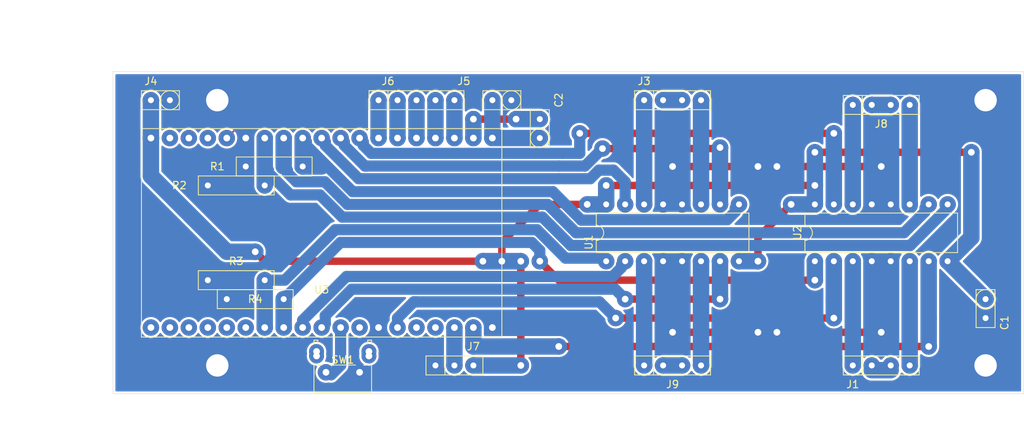
<source format=kicad_pcb>
(kicad_pcb (version 20171130) (host pcbnew "(5.1.6)-1")

  (general
    (thickness 1.6)
    (drawings 8)
    (tracks 232)
    (zones 0)
    (modules 18)
    (nets 49)
  )

  (page A4)
  (layers
    (0 F.Cu signal)
    (31 B.Cu signal)
    (32 B.Adhes user hide)
    (33 F.Adhes user hide)
    (34 B.Paste user hide)
    (35 F.Paste user hide)
    (36 B.SilkS user hide)
    (37 F.SilkS user hide)
    (38 B.Mask user)
    (39 F.Mask user hide)
    (40 Dwgs.User user)
    (41 Cmts.User user hide)
    (42 Eco1.User user)
    (43 Eco2.User user hide)
    (44 Edge.Cuts user)
    (45 Margin user hide)
    (46 B.CrtYd user hide)
    (47 F.CrtYd user hide)
    (48 B.Fab user hide)
    (49 F.Fab user)
  )

  (setup
    (last_trace_width 0.25)
    (user_trace_width 1)
    (user_trace_width 1.5)
    (user_trace_width 2.2)
    (trace_clearance 0.2)
    (zone_clearance 0.508)
    (zone_45_only no)
    (trace_min 0.2)
    (via_size 0.8)
    (via_drill 0.4)
    (via_min_size 0.4)
    (via_min_drill 0.3)
    (user_via 2.2 0.9)
    (user_via 3.1 3)
    (uvia_size 0.3)
    (uvia_drill 0.1)
    (uvias_allowed no)
    (uvia_min_size 0.2)
    (uvia_min_drill 0.1)
    (edge_width 0.05)
    (segment_width 0.2)
    (pcb_text_width 0.3)
    (pcb_text_size 1.5 1.5)
    (mod_edge_width 0.12)
    (mod_text_size 1 1)
    (mod_text_width 0.15)
    (pad_size 1.524 1.524)
    (pad_drill 0.762)
    (pad_to_mask_clearance 0.05)
    (aux_axis_origin 0 0)
    (visible_elements 7FFFFFFF)
    (pcbplotparams
      (layerselection 0x00040_fffffffe)
      (usegerberextensions false)
      (usegerberattributes true)
      (usegerberadvancedattributes true)
      (creategerberjobfile false)
      (excludeedgelayer true)
      (linewidth 0.100000)
      (plotframeref false)
      (viasonmask true)
      (mode 1)
      (useauxorigin false)
      (hpglpennumber 1)
      (hpglpenspeed 20)
      (hpglpendiameter 15.000000)
      (psnegative false)
      (psa4output false)
      (plotreference true)
      (plotvalue true)
      (plotinvisibletext false)
      (padsonsilk false)
      (subtractmaskfromsilk false)
      (outputformat 1)
      (mirror false)
      (drillshape 0)
      (scaleselection 1)
      (outputdirectory "plot/"))
  )

  (net 0 "")
  (net 1 GND)
  (net 2 +5V)
  (net 3 +3V3)
  (net 4 "Net-(C2-Pad2)")
  (net 5 OB2)
  (net 6 OB1)
  (net 7 OA2)
  (net 8 OA1)
  (net 9 OC1)
  (net 10 OC2)
  (net 11 OD1)
  (net 12 OD2)
  (net 13 hall1)
  (net 14 hall2)
  (net 15 hall3)
  (net 16 hall4)
  (net 17 hall5)
  (net 18 LED)
  (net 19 ENB)
  (net 20 END)
  (net 21 ENA)
  (net 22 ENC)
  (net 23 IB2)
  (net 24 IA2)
  (net 25 IB1)
  (net 26 IA1)
  (net 27 IC1)
  (net 28 ID1)
  (net 29 IC2)
  (net 30 ID2)
  (net 31 "Net-(U3-Pad2)")
  (net 32 "Net-(U3-Pad3)")
  (net 33 "Net-(U3-Pad4)")
  (net 34 "Net-(U3-Pad5)")
  (net 35 "Net-(U3-Pad23)")
  (net 36 "Net-(U3-Pad24)")
  (net 37 "Net-(U3-Pad33)")
  (net 38 "Net-(U3-Pad34)")
  (net 39 "Net-(U3-Pad36)")
  (net 40 "Net-(U3-Pad37)")
  (net 41 "Net-(U3-Pad38)")
  (net 42 "Net-(U3-Pad35)")
  (net 43 "Net-(J1-Pad2)")
  (net 44 "Net-(J3-Pad2)")
  (net 45 "Net-(J8-Pad2)")
  (net 46 "Net-(J9-Pad2)")
  (net 47 "Net-(U3-Pad27)")
  (net 48 SW)

  (net_class Default "This is the default net class."
    (clearance 0.2)
    (trace_width 0.25)
    (via_dia 0.8)
    (via_drill 0.4)
    (uvia_dia 0.3)
    (uvia_drill 0.1)
    (add_net +3V3)
    (add_net +5V)
    (add_net ENA)
    (add_net ENB)
    (add_net ENC)
    (add_net END)
    (add_net GND)
    (add_net IA1)
    (add_net IA2)
    (add_net IB1)
    (add_net IB2)
    (add_net IC1)
    (add_net IC2)
    (add_net ID1)
    (add_net ID2)
    (add_net LED)
    (add_net "Net-(C2-Pad2)")
    (add_net "Net-(J1-Pad2)")
    (add_net "Net-(J3-Pad2)")
    (add_net "Net-(J8-Pad2)")
    (add_net "Net-(J9-Pad2)")
    (add_net "Net-(U3-Pad2)")
    (add_net "Net-(U3-Pad23)")
    (add_net "Net-(U3-Pad24)")
    (add_net "Net-(U3-Pad27)")
    (add_net "Net-(U3-Pad3)")
    (add_net "Net-(U3-Pad33)")
    (add_net "Net-(U3-Pad34)")
    (add_net "Net-(U3-Pad35)")
    (add_net "Net-(U3-Pad36)")
    (add_net "Net-(U3-Pad37)")
    (add_net "Net-(U3-Pad38)")
    (add_net "Net-(U3-Pad4)")
    (add_net "Net-(U3-Pad5)")
    (add_net OA1)
    (add_net OA2)
    (add_net OB1)
    (add_net OB2)
    (add_net OC1)
    (add_net OC2)
    (add_net OD1)
    (add_net OD2)
    (add_net SW)
    (add_net hall1)
    (add_net hall2)
    (add_net hall3)
    (add_net hall4)
    (add_net hall5)
  )

  (module cnc3018-PCB:ESP32-DEV (layer F.Cu) (tedit 6373F5DD) (tstamp 63744DD8)
    (at 27.94 -21.59)
    (path /6373E6F1)
    (fp_text reference U3 (at 0 7.62) (layer F.SilkS)
      (effects (font (size 1 1) (thickness 0.15)))
    )
    (fp_text value ESP32_DEV (at 0 -7.62) (layer F.Fab)
      (effects (font (size 1 1) (thickness 0.15)))
    )
    (fp_line (start -24.13 13.97) (end -24.13 -13.97) (layer F.SilkS) (width 0.12))
    (fp_line (start 24.13 13.97) (end -24.13 13.97) (layer F.SilkS) (width 0.12))
    (fp_line (start 24.13 -13.97) (end 24.13 13.97) (layer F.SilkS) (width 0.12))
    (fp_line (start -24.13 -13.97) (end 24.13 -13.97) (layer F.SilkS) (width 0.12))
    (pad 1 thru_hole circle (at -22.86 -12.7) (size 2.2 2.2) (drill 0.9) (layers *.Cu *.Mask)
      (net 2 +5V))
    (pad 2 thru_hole circle (at -20.32 -12.7) (size 2.2 2.2) (drill 0.9) (layers *.Cu *.Mask)
      (net 31 "Net-(U3-Pad2)"))
    (pad 3 thru_hole circle (at -17.78 -12.7) (size 2.2 2.2) (drill 0.9) (layers *.Cu *.Mask)
      (net 32 "Net-(U3-Pad3)"))
    (pad 4 thru_hole circle (at -15.24 -12.7) (size 2.2 2.2) (drill 0.9) (layers *.Cu *.Mask)
      (net 33 "Net-(U3-Pad4)"))
    (pad 5 thru_hole circle (at -12.7 -12.7) (size 2.2 2.2) (drill 0.9) (layers *.Cu *.Mask)
      (net 34 "Net-(U3-Pad5)"))
    (pad 6 thru_hole circle (at -10.16 -12.7) (size 2.2 2.2) (drill 0.9) (layers *.Cu *.Mask)
      (net 1 GND))
    (pad 7 thru_hole circle (at -7.62 -12.7) (size 2.2 2.2) (drill 0.9) (layers *.Cu *.Mask)
      (net 19 ENB))
    (pad 8 thru_hole circle (at -5.08 -12.7) (size 2.2 2.2) (drill 0.9) (layers *.Cu *.Mask)
      (net 25 IB1))
    (pad 9 thru_hole circle (at -2.54 -12.7) (size 2.2 2.2) (drill 0.9) (layers *.Cu *.Mask)
      (net 21 ENA))
    (pad 10 thru_hole circle (at 0 -12.7) (size 2.2 2.2) (drill 0.9) (layers *.Cu *.Mask)
      (net 24 IA2))
    (pad 11 thru_hole circle (at 2.54 -12.7) (size 2.2 2.2) (drill 0.9) (layers *.Cu *.Mask)
      (net 26 IA1))
    (pad 12 thru_hole circle (at 5.08 -12.7) (size 2.2 2.2) (drill 0.9) (layers *.Cu *.Mask)
      (net 23 IB2))
    (pad 13 thru_hole circle (at 7.62 -12.7) (size 2.2 2.2) (drill 0.9) (layers *.Cu *.Mask)
      (net 13 hall1))
    (pad 14 thru_hole circle (at 10.16 -12.7) (size 2.2 2.2) (drill 0.9) (layers *.Cu *.Mask)
      (net 14 hall2))
    (pad 15 thru_hole circle (at 12.7 -12.7) (size 2.2 2.2) (drill 0.9) (layers *.Cu *.Mask)
      (net 15 hall3))
    (pad 16 thru_hole circle (at 15.24 -12.7) (size 2.2 2.2) (drill 0.9) (layers *.Cu *.Mask)
      (net 16 hall4))
    (pad 17 thru_hole circle (at 17.78 -12.7) (size 2.2 2.2) (drill 0.9) (layers *.Cu *.Mask)
      (net 17 hall5))
    (pad 18 thru_hole circle (at 20.32 -12.7) (size 2.2 2.2) (drill 0.9) (layers *.Cu *.Mask)
      (net 4 "Net-(C2-Pad2)"))
    (pad 19 thru_hole circle (at 22.86 -12.7) (size 2.2 2.2) (drill 0.9) (layers *.Cu *.Mask)
      (net 3 +3V3))
    (pad 20 thru_hole circle (at 22.86 12.7) (size 2.2 2.2) (drill 0.9) (layers *.Cu *.Mask)
      (net 1 GND))
    (pad 21 thru_hole circle (at 20.32 12.7) (size 2.2 2.2) (drill 0.9) (layers *.Cu *.Mask)
      (net 30 ID2))
    (pad 22 thru_hole circle (at 17.78 12.7) (size 2.2 2.2) (drill 0.9) (layers *.Cu *.Mask)
      (net 18 LED))
    (pad 23 thru_hole circle (at 15.24 12.7) (size 2.2 2.2) (drill 0.9) (layers *.Cu *.Mask)
      (net 35 "Net-(U3-Pad23)"))
    (pad 24 thru_hole circle (at 12.7 12.7) (size 2.2 2.2) (drill 0.9) (layers *.Cu *.Mask)
      (net 36 "Net-(U3-Pad24)"))
    (pad 25 thru_hole circle (at 10.16 12.7) (size 2.2 2.2) (drill 0.9) (layers *.Cu *.Mask)
      (net 28 ID1))
    (pad 26 thru_hole circle (at 7.62 12.7) (size 2.2 2.2) (drill 0.9) (layers *.Cu *.Mask)
      (net 1 GND))
    (pad 27 thru_hole circle (at 5.08 12.7) (size 2.2 2.2) (drill 0.9) (layers *.Cu *.Mask)
      (net 47 "Net-(U3-Pad27)"))
    (pad 28 thru_hole circle (at 2.54 12.7) (size 2.2 2.2) (drill 0.9) (layers *.Cu *.Mask)
      (net 48 SW))
    (pad 29 thru_hole circle (at 0 12.7) (size 2.2 2.2) (drill 0.9) (layers *.Cu *.Mask)
      (net 29 IC2))
    (pad 30 thru_hole circle (at -2.54 12.7) (size 2.2 2.2) (drill 0.9) (layers *.Cu *.Mask)
      (net 27 IC1))
    (pad 31 thru_hole circle (at -5.08 12.7) (size 2.2 2.2) (drill 0.9) (layers *.Cu *.Mask)
      (net 20 END))
    (pad 32 thru_hole circle (at -7.62 12.7) (size 2.2 2.2) (drill 0.9) (layers *.Cu *.Mask)
      (net 22 ENC))
    (pad 33 thru_hole circle (at -10.16 12.7) (size 2.2 2.2) (drill 0.9) (layers *.Cu *.Mask)
      (net 37 "Net-(U3-Pad33)"))
    (pad 34 thru_hole circle (at -12.7 12.7) (size 2.2 2.2) (drill 0.9) (layers *.Cu *.Mask)
      (net 38 "Net-(U3-Pad34)"))
    (pad 35 thru_hole circle (at -15.24 12.7) (size 2.2 2.2) (drill 0.9) (layers *.Cu *.Mask)
      (net 42 "Net-(U3-Pad35)"))
    (pad 36 thru_hole circle (at -17.78 12.7) (size 2.2 2.2) (drill 0.9) (layers *.Cu *.Mask)
      (net 39 "Net-(U3-Pad36)"))
    (pad 37 thru_hole circle (at -20.32 12.7) (size 2.2 2.2) (drill 0.9) (layers *.Cu *.Mask)
      (net 40 "Net-(U3-Pad37)"))
    (pad 38 thru_hole circle (at -22.86 12.7) (size 2.2 2.2) (drill 0.9) (layers *.Cu *.Mask)
      (net 41 "Net-(U3-Pad38)"))
  )

  (module cnc3018-PCB:myResistor (layer F.Cu) (tedit 612D2591) (tstamp 63744D44)
    (at 25.4 -30.48 180)
    (path /63742574)
    (fp_text reference R1 (at 11.43 0) (layer F.SilkS)
      (effects (font (size 1 1) (thickness 0.15)))
    )
    (fp_text value 10K (at 3.81 0) (layer F.Fab)
      (effects (font (size 1 1) (thickness 0.15)))
    )
    (fp_line (start -1.27 1.27) (end 8.89 1.27) (layer F.SilkS) (width 0.12))
    (fp_line (start -1.27 -1.27) (end -1.27 1.27) (layer F.SilkS) (width 0.12))
    (fp_line (start 8.89 -1.27) (end -1.27 -1.27) (layer F.SilkS) (width 0.12))
    (fp_line (start 8.89 -1.27) (end 8.89 1.27) (layer F.SilkS) (width 0.12))
    (pad 1 thru_hole circle (at 0 0 180) (size 2.2 2.2) (drill 0.8) (layers *.Cu *.Mask)
      (net 21 ENA))
    (pad 2 thru_hole circle (at 7.62 0 180) (size 2.2 2.2) (drill 0.8) (layers *.Cu *.Mask)
      (net 1 GND))
  )

  (module cnc3018-PCB:myResistor (layer F.Cu) (tedit 612D2591) (tstamp 63744D4E)
    (at 20.32 -27.94 180)
    (path /637448BC)
    (fp_text reference R2 (at 11.43 0) (layer F.SilkS)
      (effects (font (size 1 1) (thickness 0.15)))
    )
    (fp_text value 10K (at 3.81 0) (layer F.Fab)
      (effects (font (size 1 1) (thickness 0.15)))
    )
    (fp_line (start 8.89 -1.27) (end 8.89 1.27) (layer F.SilkS) (width 0.12))
    (fp_line (start 8.89 -1.27) (end -1.27 -1.27) (layer F.SilkS) (width 0.12))
    (fp_line (start -1.27 -1.27) (end -1.27 1.27) (layer F.SilkS) (width 0.12))
    (fp_line (start -1.27 1.27) (end 8.89 1.27) (layer F.SilkS) (width 0.12))
    (pad 2 thru_hole circle (at 7.62 0 180) (size 2.2 2.2) (drill 0.8) (layers *.Cu *.Mask)
      (net 1 GND))
    (pad 1 thru_hole circle (at 0 0 180) (size 2.2 2.2) (drill 0.8) (layers *.Cu *.Mask)
      (net 19 ENB))
  )

  (module cnc3018-PCB:my2pin (layer F.Cu) (tedit 612D2549) (tstamp 63744CD2)
    (at 116.84 -12.7 270)
    (path /639AE459)
    (fp_text reference C1 (at 3.175 -2.54 90) (layer F.SilkS)
      (effects (font (size 1 1) (thickness 0.15)))
    )
    (fp_text value 100uf (at 1.905 2.54 90) (layer F.Fab)
      (effects (font (size 1 1) (thickness 0.15)))
    )
    (fp_line (start 3.81 -1.27) (end 1.27 -1.27) (layer F.SilkS) (width 0.12))
    (fp_line (start 3.81 1.27) (end 3.81 -1.27) (layer F.SilkS) (width 0.12))
    (fp_line (start -1.27 1.27) (end 3.81 1.27) (layer F.SilkS) (width 0.12))
    (fp_circle (center 0 0) (end 0 -1.27) (layer F.SilkS) (width 0.12))
    (fp_line (start -1.27 -1.27) (end 1.27 -1.27) (layer F.SilkS) (width 0.12))
    (fp_line (start -1.27 -1.27) (end -1.27 1.27) (layer F.SilkS) (width 0.12))
    (pad 2 thru_hole circle (at 2.54 0 270) (size 2.2 2.2) (drill 0.8) (layers *.Cu *.Mask)
      (net 1 GND))
    (pad 1 thru_hole circle (at 0 0 270) (size 2.2 2.2) (drill 0.8) (layers *.Cu *.Mask)
      (net 2 +5V))
  )

  (module cnc3018-PCB:my2pin (layer F.Cu) (tedit 612D2549) (tstamp 63744CDE)
    (at 57.15 -34.29 90)
    (path /639B4A3D)
    (fp_text reference C2 (at 5.08 2.54 270) (layer F.SilkS)
      (effects (font (size 1 1) (thickness 0.15)))
    )
    (fp_text value 10uf (at 1.27 2.54 90) (layer F.Fab)
      (effects (font (size 1 1) (thickness 0.15)))
    )
    (fp_line (start -1.27 -1.27) (end -1.27 1.27) (layer F.SilkS) (width 0.12))
    (fp_line (start -1.27 -1.27) (end 1.27 -1.27) (layer F.SilkS) (width 0.12))
    (fp_circle (center 0 0) (end 0 -1.27) (layer F.SilkS) (width 0.12))
    (fp_line (start -1.27 1.27) (end 3.81 1.27) (layer F.SilkS) (width 0.12))
    (fp_line (start 3.81 1.27) (end 3.81 -1.27) (layer F.SilkS) (width 0.12))
    (fp_line (start 3.81 -1.27) (end 1.27 -1.27) (layer F.SilkS) (width 0.12))
    (pad 1 thru_hole circle (at 0 0 90) (size 2.2 2.2) (drill 0.8) (layers *.Cu *.Mask)
      (net 3 +3V3))
    (pad 2 thru_hole circle (at 2.54 0 90) (size 2.2 2.2) (drill 0.8) (layers *.Cu *.Mask)
      (net 4 "Net-(C2-Pad2)"))
  )

  (module cnc3018-PCB:my4pin (layer F.Cu) (tedit 612D2557) (tstamp 63744CEC)
    (at 99.06 -3.81)
    (path /637484BE)
    (fp_text reference J1 (at 0 2.54) (layer F.SilkS)
      (effects (font (size 1 1) (thickness 0.15)))
    )
    (fp_text value coil48 (at 3.81 2.54) (layer F.Fab)
      (effects (font (size 1 1) (thickness 0.15)))
    )
    (fp_line (start 8.89 -1.27) (end 1.27 -1.27) (layer F.SilkS) (width 0.12))
    (fp_line (start 8.89 1.27) (end 8.89 -1.27) (layer F.SilkS) (width 0.12))
    (fp_line (start -1.27 1.27) (end 8.89 1.27) (layer F.SilkS) (width 0.12))
    (fp_line (start 1.27 -1.27) (end 1.27 1.27) (layer F.SilkS) (width 0.12))
    (fp_line (start -1.27 -1.27) (end 1.27 -1.27) (layer F.SilkS) (width 0.12))
    (fp_line (start -1.27 -1.27) (end -1.27 1.27) (layer F.SilkS) (width 0.12))
    (pad 4 thru_hole circle (at 7.62 0) (size 2.2 2.2) (drill 0.8) (layers *.Cu *.Mask)
      (net 12 OD2))
    (pad 3 thru_hole circle (at 5.08 0) (size 2.2 2.2) (drill 0.8) (layers *.Cu *.Mask)
      (net 43 "Net-(J1-Pad2)"))
    (pad 2 thru_hole circle (at 2.54 0) (size 2.2 2.2) (drill 0.8) (layers *.Cu *.Mask)
      (net 43 "Net-(J1-Pad2)"))
    (pad 1 thru_hole circle (at 0 0) (size 2.2 2.2) (drill 0.8) (layers *.Cu *.Mask)
      (net 11 OD1))
  )

  (module cnc3018-PCB:my4pin (layer F.Cu) (tedit 612D2557) (tstamp 63744D06)
    (at 71.12 -39.37)
    (path /6374AAD5)
    (fp_text reference J3 (at 0 -2.54) (layer F.SilkS)
      (effects (font (size 1 1) (thickness 0.15)))
    )
    (fp_text value coil15 (at 3.81 -2.54) (layer F.Fab)
      (effects (font (size 1 1) (thickness 0.15)))
    )
    (fp_line (start -1.27 -1.27) (end -1.27 1.27) (layer F.SilkS) (width 0.12))
    (fp_line (start -1.27 -1.27) (end 1.27 -1.27) (layer F.SilkS) (width 0.12))
    (fp_line (start 1.27 -1.27) (end 1.27 1.27) (layer F.SilkS) (width 0.12))
    (fp_line (start -1.27 1.27) (end 8.89 1.27) (layer F.SilkS) (width 0.12))
    (fp_line (start 8.89 1.27) (end 8.89 -1.27) (layer F.SilkS) (width 0.12))
    (fp_line (start 8.89 -1.27) (end 1.27 -1.27) (layer F.SilkS) (width 0.12))
    (pad 1 thru_hole circle (at 0 0) (size 2.2 2.2) (drill 0.8) (layers *.Cu *.Mask)
      (net 7 OA2))
    (pad 2 thru_hole circle (at 2.54 0) (size 2.2 2.2) (drill 0.8) (layers *.Cu *.Mask)
      (net 44 "Net-(J3-Pad2)"))
    (pad 3 thru_hole circle (at 5.08 0) (size 2.2 2.2) (drill 0.8) (layers *.Cu *.Mask)
      (net 44 "Net-(J3-Pad2)"))
    (pad 4 thru_hole circle (at 7.62 0) (size 2.2 2.2) (drill 0.8) (layers *.Cu *.Mask)
      (net 8 OA1))
  )

  (module cnc3018-PCB:my2pin (layer F.Cu) (tedit 612D2549) (tstamp 63744D12)
    (at 7.62 -39.37 180)
    (path /6374560A)
    (fp_text reference J4 (at 2.54 2.54) (layer F.SilkS)
      (effects (font (size 1 1) (thickness 0.15)))
    )
    (fp_text value power (at 1.27 -2.54) (layer F.Fab)
      (effects (font (size 1 1) (thickness 0.15)))
    )
    (fp_line (start -1.27 -1.27) (end -1.27 1.27) (layer F.SilkS) (width 0.12))
    (fp_line (start -1.27 -1.27) (end 1.27 -1.27) (layer F.SilkS) (width 0.12))
    (fp_circle (center 0 0) (end 0 -1.27) (layer F.SilkS) (width 0.12))
    (fp_line (start -1.27 1.27) (end 3.81 1.27) (layer F.SilkS) (width 0.12))
    (fp_line (start 3.81 1.27) (end 3.81 -1.27) (layer F.SilkS) (width 0.12))
    (fp_line (start 3.81 -1.27) (end 1.27 -1.27) (layer F.SilkS) (width 0.12))
    (pad 1 thru_hole circle (at 0 0 180) (size 2.2 2.2) (drill 0.8) (layers *.Cu *.Mask)
      (net 1 GND))
    (pad 2 thru_hole circle (at 2.54 0 180) (size 2.2 2.2) (drill 0.8) (layers *.Cu *.Mask)
      (net 2 +5V))
  )

  (module cnc3018-PCB:my2pin (layer F.Cu) (tedit 612D2549) (tstamp 63744D1E)
    (at 53.34 -39.37 180)
    (path /63746BE0)
    (fp_text reference J5 (at 6.35 2.54) (layer F.SilkS)
      (effects (font (size 1 1) (thickness 0.15)))
    )
    (fp_text value hall_power (at 1.27 2.54) (layer F.Fab)
      (effects (font (size 1 1) (thickness 0.15)))
    )
    (fp_line (start 3.81 -1.27) (end 1.27 -1.27) (layer F.SilkS) (width 0.12))
    (fp_line (start 3.81 1.27) (end 3.81 -1.27) (layer F.SilkS) (width 0.12))
    (fp_line (start -1.27 1.27) (end 3.81 1.27) (layer F.SilkS) (width 0.12))
    (fp_circle (center 0 0) (end 0 -1.27) (layer F.SilkS) (width 0.12))
    (fp_line (start -1.27 -1.27) (end 1.27 -1.27) (layer F.SilkS) (width 0.12))
    (fp_line (start -1.27 -1.27) (end -1.27 1.27) (layer F.SilkS) (width 0.12))
    (pad 2 thru_hole circle (at 2.54 0 180) (size 2.2 2.2) (drill 0.8) (layers *.Cu *.Mask)
      (net 3 +3V3))
    (pad 1 thru_hole circle (at 0 0 180) (size 2.2 2.2) (drill 0.8) (layers *.Cu *.Mask)
      (net 1 GND))
  )

  (module cnc3018-PCB:my5Pin (layer F.Cu) (tedit 612C2FF5) (tstamp 63744D2D)
    (at 40.64 -39.37)
    (path /6374B5A7)
    (fp_text reference J6 (at -3.81 -2.54) (layer F.SilkS)
      (effects (font (size 1 1) (thickness 0.15)))
    )
    (fp_text value halls (at 0 -2.54) (layer F.Fab)
      (effects (font (size 1 1) (thickness 0.15)))
    )
    (fp_line (start -6.35 -1.27) (end -6.35 1.27) (layer F.SilkS) (width 0.12))
    (fp_line (start -6.35 1.27) (end 6.35 1.27) (layer F.SilkS) (width 0.12))
    (fp_line (start 6.35 1.27) (end 6.35 -1.27) (layer F.SilkS) (width 0.12))
    (fp_line (start 6.35 -1.27) (end -6.35 -1.27) (layer F.SilkS) (width 0.12))
    (fp_line (start -6.35 -1.27) (end -3.81 -1.27) (layer F.SilkS) (width 0.12))
    (fp_line (start -3.81 -1.27) (end -3.81 1.27) (layer F.SilkS) (width 0.12))
    (pad 1 thru_hole circle (at -5.08 0) (size 2.2 2.2) (drill 0.8) (layers *.Cu *.Mask)
      (net 13 hall1))
    (pad 2 thru_hole circle (at -2.54 0) (size 2.2 2.2) (drill 0.8) (layers *.Cu *.Mask)
      (net 14 hall2))
    (pad 3 thru_hole circle (at 0 0) (size 2.2 2.2) (drill 0.8) (layers *.Cu *.Mask)
      (net 15 hall3))
    (pad 4 thru_hole circle (at 2.54 0) (size 2.2 2.2) (drill 0.8) (layers *.Cu *.Mask)
      (net 16 hall4))
    (pad 5 thru_hole circle (at 5.08 0) (size 2.2 2.2) (drill 0.8) (layers *.Cu *.Mask)
      (net 17 hall5))
  )

  (module cnc3018-PCB:my3pin (layer F.Cu) (tedit 612C3136) (tstamp 63744D3A)
    (at 45.72 -3.81)
    (path /63746FC8)
    (fp_text reference J7 (at 2.54 -2.54) (layer F.SilkS)
      (effects (font (size 1 1) (thickness 0.15)))
    )
    (fp_text value led (at 0 -2.54) (layer F.Fab)
      (effects (font (size 1 1) (thickness 0.15)))
    )
    (fp_line (start -1.27 -1.27) (end 3.81 -1.27) (layer F.SilkS) (width 0.12))
    (fp_line (start -3.81 1.27) (end 3.81 1.27) (layer F.SilkS) (width 0.12))
    (fp_line (start 3.81 1.27) (end 3.81 -1.27) (layer F.SilkS) (width 0.12))
    (fp_line (start -1.27 -1.27) (end -1.27 1.27) (layer F.SilkS) (width 0.12))
    (fp_line (start -3.81 -1.27) (end -1.27 -1.27) (layer F.SilkS) (width 0.12))
    (fp_line (start -3.81 -1.27) (end -3.81 1.27) (layer F.SilkS) (width 0.12))
    (pad 1 thru_hole circle (at -2.54 0) (size 2.2 2.2) (drill 0.8) (layers *.Cu *.Mask)
      (net 1 GND))
    (pad 2 thru_hole circle (at 0 0) (size 2.2 2.2) (drill 0.8) (layers *.Cu *.Mask)
      (net 18 LED))
    (pad 3 thru_hole circle (at 2.54 0) (size 2.2 2.2) (drill 0.8) (layers *.Cu *.Mask)
      (net 2 +5V))
  )

  (module cnc3018-PCB:myResistor (layer F.Cu) (tedit 612D2591) (tstamp 63744D58)
    (at 20.32 -15.24 180)
    (path /63744E96)
    (fp_text reference R3 (at 3.81 2.54) (layer F.SilkS)
      (effects (font (size 1 1) (thickness 0.15)))
    )
    (fp_text value 10K (at 3.81 0) (layer F.Fab)
      (effects (font (size 1 1) (thickness 0.15)))
    )
    (fp_line (start 8.89 -1.27) (end 8.89 1.27) (layer F.SilkS) (width 0.12))
    (fp_line (start 8.89 -1.27) (end -1.27 -1.27) (layer F.SilkS) (width 0.12))
    (fp_line (start -1.27 -1.27) (end -1.27 1.27) (layer F.SilkS) (width 0.12))
    (fp_line (start -1.27 1.27) (end 8.89 1.27) (layer F.SilkS) (width 0.12))
    (pad 2 thru_hole circle (at 7.62 0 180) (size 2.2 2.2) (drill 0.8) (layers *.Cu *.Mask)
      (net 1 GND))
    (pad 1 thru_hole circle (at 0 0 180) (size 2.2 2.2) (drill 0.8) (layers *.Cu *.Mask)
      (net 22 ENC))
  )

  (module cnc3018-PCB:myDip16 (layer F.Cu) (tedit 613E3A12) (tstamp 63744D86)
    (at 66.04 -17.78 90)
    (descr "16-lead though-hole mounted DIP package, row spacing 7.62 mm (300 mils)")
    (tags "THT DIP DIL PDIP 2.54mm 7.62mm 300mil")
    (path /63741DEA)
    (fp_text reference U1 (at 2.54 -2.33 90) (layer F.SilkS)
      (effects (font (size 1 1) (thickness 0.15)))
    )
    (fp_text value L293D (at 3.81 20.11 90) (layer F.Fab)
      (effects (font (size 1 1) (thickness 0.15)))
    )
    (fp_line (start 8.7 -1.55) (end -1.1 -1.55) (layer F.CrtYd) (width 0.05))
    (fp_line (start 8.7 19.3) (end 8.7 -1.55) (layer F.CrtYd) (width 0.05))
    (fp_line (start -1.1 19.3) (end 8.7 19.3) (layer F.CrtYd) (width 0.05))
    (fp_line (start -1.1 -1.55) (end -1.1 19.3) (layer F.CrtYd) (width 0.05))
    (fp_line (start 6.46 -1.33) (end 4.81 -1.33) (layer F.SilkS) (width 0.12))
    (fp_line (start 6.46 19.11) (end 6.46 -1.33) (layer F.SilkS) (width 0.12))
    (fp_line (start 1.16 19.11) (end 6.46 19.11) (layer F.SilkS) (width 0.12))
    (fp_line (start 1.16 -1.33) (end 1.16 19.11) (layer F.SilkS) (width 0.12))
    (fp_line (start 2.81 -1.33) (end 1.16 -1.33) (layer F.SilkS) (width 0.12))
    (fp_line (start 0.635 -0.27) (end 1.635 -1.27) (layer F.Fab) (width 0.1))
    (fp_line (start 0.635 19.05) (end 0.635 -0.27) (layer F.Fab) (width 0.1))
    (fp_line (start 6.985 19.05) (end 0.635 19.05) (layer F.Fab) (width 0.1))
    (fp_line (start 6.985 -1.27) (end 6.985 19.05) (layer F.Fab) (width 0.1))
    (fp_line (start 1.635 -1.27) (end 6.985 -1.27) (layer F.Fab) (width 0.1))
    (fp_text user %R (at 3.81 8.89 90) (layer F.Fab)
      (effects (font (size 1 1) (thickness 0.15)))
    )
    (fp_arc (start 3.81 -1.33) (end 2.81 -1.33) (angle -180) (layer F.SilkS) (width 0.12))
    (pad 16 thru_hole circle (at 7.62 0 90) (size 2.2 2.2) (drill 0.8) (layers *.Cu *.Mask)
      (net 2 +5V))
    (pad 8 thru_hole circle (at 0 17.78 90) (size 2.2 2.2) (drill 0.8) (layers *.Cu *.Mask)
      (net 2 +5V))
    (pad 15 thru_hole circle (at 7.62 2.54 90) (size 2.2 2.2) (drill 0.8) (layers *.Cu *.Mask)
      (net 24 IA2))
    (pad 7 thru_hole circle (at 0 15.24 90) (size 2.2 2.2) (drill 0.8) (layers *.Cu *.Mask)
      (net 29 IC2))
    (pad 14 thru_hole circle (at 7.62 5.08 90) (size 2.2 2.2) (drill 0.8) (layers *.Cu *.Mask)
      (net 7 OA2))
    (pad 6 thru_hole circle (at 0 12.7 90) (size 2.2 2.2) (drill 0.8) (layers *.Cu *.Mask)
      (net 10 OC2))
    (pad 13 thru_hole circle (at 7.62 7.62 90) (size 2.2 2.2) (drill 0.8) (layers *.Cu *.Mask)
      (net 1 GND))
    (pad 5 thru_hole circle (at 0 10.16 90) (size 2.2 2.2) (drill 0.8) (layers *.Cu *.Mask)
      (net 1 GND))
    (pad 12 thru_hole circle (at 7.62 10.16 90) (size 2.2 2.2) (drill 0.8) (layers *.Cu *.Mask)
      (net 1 GND))
    (pad 4 thru_hole circle (at 0 7.62 90) (size 2.2 2.2) (drill 0.8) (layers *.Cu *.Mask)
      (net 1 GND))
    (pad 11 thru_hole circle (at 7.62 12.7 90) (size 2.2 2.2) (drill 0.8) (layers *.Cu *.Mask)
      (net 8 OA1))
    (pad 3 thru_hole circle (at 0 5.08 90) (size 2.2 2.2) (drill 0.8) (layers *.Cu *.Mask)
      (net 9 OC1))
    (pad 10 thru_hole circle (at 7.62 15.24 90) (size 2.2 2.2) (drill 0.8) (layers *.Cu *.Mask)
      (net 26 IA1))
    (pad 2 thru_hole circle (at 0 2.54 90) (size 2.2 2.2) (drill 0.8) (layers *.Cu *.Mask)
      (net 27 IC1))
    (pad 9 thru_hole circle (at 7.62 17.78 90) (size 2.2 2.2) (drill 0.8) (layers *.Cu *.Mask)
      (net 21 ENA))
    (pad 1 thru_hole circle (at 0 0 90) (size 2.2 2.2) (drill 0.8) (layers *.Cu *.Mask)
      (net 22 ENC))
    (model ${KISYS3DMOD}/Package_DIP.3dshapes/DIP-16_W7.62mm.wrl
      (at (xyz 0 0 0))
      (scale (xyz 1 1 1))
      (rotate (xyz 0 0 0))
    )
  )

  (module cnc3018-PCB:myDip16 (layer F.Cu) (tedit 613E3A12) (tstamp 63744DAA)
    (at 93.98 -17.78 90)
    (descr "16-lead though-hole mounted DIP package, row spacing 7.62 mm (300 mils)")
    (tags "THT DIP DIL PDIP 2.54mm 7.62mm 300mil")
    (path /6374123D)
    (fp_text reference U2 (at 3.81 -2.33 90) (layer F.SilkS)
      (effects (font (size 1 1) (thickness 0.15)))
    )
    (fp_text value L293D (at 3.81 20.11 90) (layer F.Fab)
      (effects (font (size 1 1) (thickness 0.15)))
    )
    (fp_line (start 1.635 -1.27) (end 6.985 -1.27) (layer F.Fab) (width 0.1))
    (fp_line (start 6.985 -1.27) (end 6.985 19.05) (layer F.Fab) (width 0.1))
    (fp_line (start 6.985 19.05) (end 0.635 19.05) (layer F.Fab) (width 0.1))
    (fp_line (start 0.635 19.05) (end 0.635 -0.27) (layer F.Fab) (width 0.1))
    (fp_line (start 0.635 -0.27) (end 1.635 -1.27) (layer F.Fab) (width 0.1))
    (fp_line (start 2.81 -1.33) (end 1.16 -1.33) (layer F.SilkS) (width 0.12))
    (fp_line (start 1.16 -1.33) (end 1.16 19.11) (layer F.SilkS) (width 0.12))
    (fp_line (start 1.16 19.11) (end 6.46 19.11) (layer F.SilkS) (width 0.12))
    (fp_line (start 6.46 19.11) (end 6.46 -1.33) (layer F.SilkS) (width 0.12))
    (fp_line (start 6.46 -1.33) (end 4.81 -1.33) (layer F.SilkS) (width 0.12))
    (fp_line (start -1.1 -1.55) (end -1.1 19.3) (layer F.CrtYd) (width 0.05))
    (fp_line (start -1.1 19.3) (end 8.7 19.3) (layer F.CrtYd) (width 0.05))
    (fp_line (start 8.7 19.3) (end 8.7 -1.55) (layer F.CrtYd) (width 0.05))
    (fp_line (start 8.7 -1.55) (end -1.1 -1.55) (layer F.CrtYd) (width 0.05))
    (fp_arc (start 3.81 -1.33) (end 2.81 -1.33) (angle -180) (layer F.SilkS) (width 0.12))
    (fp_text user %R (at 3.81 8.89 90) (layer F.Fab)
      (effects (font (size 1 1) (thickness 0.15)))
    )
    (pad 1 thru_hole circle (at 0 0 90) (size 2.2 2.2) (drill 0.8) (layers *.Cu *.Mask)
      (net 20 END))
    (pad 9 thru_hole circle (at 7.62 17.78 90) (size 2.2 2.2) (drill 0.8) (layers *.Cu *.Mask)
      (net 19 ENB))
    (pad 2 thru_hole circle (at 0 2.54 90) (size 2.2 2.2) (drill 0.8) (layers *.Cu *.Mask)
      (net 28 ID1))
    (pad 10 thru_hole circle (at 7.62 15.24 90) (size 2.2 2.2) (drill 0.8) (layers *.Cu *.Mask)
      (net 25 IB1))
    (pad 3 thru_hole circle (at 0 5.08 90) (size 2.2 2.2) (drill 0.8) (layers *.Cu *.Mask)
      (net 11 OD1))
    (pad 11 thru_hole circle (at 7.62 12.7 90) (size 2.2 2.2) (drill 0.8) (layers *.Cu *.Mask)
      (net 6 OB1))
    (pad 4 thru_hole circle (at 0 7.62 90) (size 2.2 2.2) (drill 0.8) (layers *.Cu *.Mask)
      (net 1 GND))
    (pad 12 thru_hole circle (at 7.62 10.16 90) (size 2.2 2.2) (drill 0.8) (layers *.Cu *.Mask)
      (net 1 GND))
    (pad 5 thru_hole circle (at 0 10.16 90) (size 2.2 2.2) (drill 0.8) (layers *.Cu *.Mask)
      (net 1 GND))
    (pad 13 thru_hole circle (at 7.62 7.62 90) (size 2.2 2.2) (drill 0.8) (layers *.Cu *.Mask)
      (net 1 GND))
    (pad 6 thru_hole circle (at 0 12.7 90) (size 2.2 2.2) (drill 0.8) (layers *.Cu *.Mask)
      (net 12 OD2))
    (pad 14 thru_hole circle (at 7.62 5.08 90) (size 2.2 2.2) (drill 0.8) (layers *.Cu *.Mask)
      (net 5 OB2))
    (pad 7 thru_hole circle (at 0 15.24 90) (size 2.2 2.2) (drill 0.8) (layers *.Cu *.Mask)
      (net 30 ID2))
    (pad 15 thru_hole circle (at 7.62 2.54 90) (size 2.2 2.2) (drill 0.8) (layers *.Cu *.Mask)
      (net 23 IB2))
    (pad 8 thru_hole circle (at 0 17.78 90) (size 2.2 2.2) (drill 0.8) (layers *.Cu *.Mask)
      (net 2 +5V))
    (pad 16 thru_hole circle (at 7.62 0 90) (size 2.2 2.2) (drill 0.8) (layers *.Cu *.Mask)
      (net 2 +5V))
    (model ${KISYS3DMOD}/Package_DIP.3dshapes/DIP-16_W7.62mm.wrl
      (at (xyz 0 0 0))
      (scale (xyz 1 1 1))
      (rotate (xyz 0 0 0))
    )
  )

  (module cnc3018-PCB:myResistor (layer F.Cu) (tedit 612D2591) (tstamp 63750C4A)
    (at 22.86 -12.7 180)
    (path /63744B77)
    (fp_text reference R4 (at 3.81 0) (layer F.SilkS)
      (effects (font (size 1 1) (thickness 0.15)))
    )
    (fp_text value 10K (at 3.81 0) (layer F.Fab)
      (effects (font (size 1 1) (thickness 0.15)))
    )
    (fp_line (start 8.89 -1.27) (end 8.89 1.27) (layer F.SilkS) (width 0.12))
    (fp_line (start 8.89 -1.27) (end -1.27 -1.27) (layer F.SilkS) (width 0.12))
    (fp_line (start -1.27 -1.27) (end -1.27 1.27) (layer F.SilkS) (width 0.12))
    (fp_line (start -1.27 1.27) (end 8.89 1.27) (layer F.SilkS) (width 0.12))
    (pad 1 thru_hole circle (at 0 0 180) (size 2.2 2.2) (drill 0.8) (layers *.Cu *.Mask)
      (net 20 END))
    (pad 2 thru_hole circle (at 7.62 0 180) (size 2.2 2.2) (drill 0.8) (layers *.Cu *.Mask)
      (net 1 GND))
  )

  (module cnc3018-PCB:my4pin (layer F.Cu) (tedit 612D2557) (tstamp 6375136A)
    (at 99.06 -38.735)
    (path /637A926B)
    (fp_text reference J8 (at 3.81 2.54) (layer F.SilkS)
      (effects (font (size 1 1) (thickness 0.15)))
    )
    (fp_text value coil126 (at 3.81 -2.54) (layer F.Fab)
      (effects (font (size 1 1) (thickness 0.15)))
    )
    (fp_line (start -1.27 -1.27) (end -1.27 1.27) (layer F.SilkS) (width 0.12))
    (fp_line (start -1.27 -1.27) (end 1.27 -1.27) (layer F.SilkS) (width 0.12))
    (fp_line (start 1.27 -1.27) (end 1.27 1.27) (layer F.SilkS) (width 0.12))
    (fp_line (start -1.27 1.27) (end 8.89 1.27) (layer F.SilkS) (width 0.12))
    (fp_line (start 8.89 1.27) (end 8.89 -1.27) (layer F.SilkS) (width 0.12))
    (fp_line (start 8.89 -1.27) (end 1.27 -1.27) (layer F.SilkS) (width 0.12))
    (pad 4 thru_hole circle (at 7.62 0) (size 2.2 2.2) (drill 0.8) (layers *.Cu *.Mask)
      (net 6 OB1))
    (pad 3 thru_hole circle (at 5.08 0) (size 2.2 2.2) (drill 0.8) (layers *.Cu *.Mask)
      (net 45 "Net-(J8-Pad2)"))
    (pad 2 thru_hole circle (at 2.54 0) (size 2.2 2.2) (drill 0.8) (layers *.Cu *.Mask)
      (net 45 "Net-(J8-Pad2)"))
    (pad 1 thru_hole circle (at 0 0) (size 2.2 2.2) (drill 0.8) (layers *.Cu *.Mask)
      (net 5 OB2))
  )

  (module cnc3018-PCB:my4pin (layer F.Cu) (tedit 612D2557) (tstamp 63751343)
    (at 71.12 -3.81)
    (path /637B3A0B)
    (fp_text reference J9 (at 3.81 2.54) (layer F.SilkS)
      (effects (font (size 1 1) (thickness 0.15)))
    )
    (fp_text value coil37 (at 3.81 -2.54) (layer F.Fab)
      (effects (font (size 1 1) (thickness 0.15)))
    )
    (fp_line (start 8.89 -1.27) (end 1.27 -1.27) (layer F.SilkS) (width 0.12))
    (fp_line (start 8.89 1.27) (end 8.89 -1.27) (layer F.SilkS) (width 0.12))
    (fp_line (start -1.27 1.27) (end 8.89 1.27) (layer F.SilkS) (width 0.12))
    (fp_line (start 1.27 -1.27) (end 1.27 1.27) (layer F.SilkS) (width 0.12))
    (fp_line (start -1.27 -1.27) (end 1.27 -1.27) (layer F.SilkS) (width 0.12))
    (fp_line (start -1.27 -1.27) (end -1.27 1.27) (layer F.SilkS) (width 0.12))
    (pad 1 thru_hole circle (at 0 0) (size 2.2 2.2) (drill 0.8) (layers *.Cu *.Mask)
      (net 9 OC1))
    (pad 2 thru_hole circle (at 2.54 0) (size 2.2 2.2) (drill 0.8) (layers *.Cu *.Mask)
      (net 46 "Net-(J9-Pad2)"))
    (pad 3 thru_hole circle (at 5.08 0) (size 2.2 2.2) (drill 0.8) (layers *.Cu *.Mask)
      (net 46 "Net-(J9-Pad2)"))
    (pad 4 thru_hole circle (at 7.62 0) (size 2.2 2.2) (drill 0.8) (layers *.Cu *.Mask)
      (net 10 OC2))
  )

  (module cnc3018-PCB:right_angle_button (layer F.Cu) (tedit 632B1A1C) (tstamp 6375203E)
    (at 33.02 -2.89 180)
    (descr "tactile switch SPST right angle, PTS645VL83-2 LFS")
    (tags "tactile switch SPST angled PTS645VL83-2 LFS C&K Button")
    (path /6381C2AE)
    (fp_text reference SW1 (at 2.25 1.68) (layer F.SilkS)
      (effects (font (size 1 1) (thickness 0.15)))
    )
    (fp_text value SW (at 2.25 5.38988) (layer F.Fab)
      (effects (font (size 1 1) (thickness 0.15)))
    )
    (fp_line (start 0.5 -7) (end 0.5 -2.59) (layer F.Fab) (width 0.1))
    (fp_line (start 4 -7) (end 4 -2.59) (layer F.Fab) (width 0.1))
    (fp_line (start 0.5 -7) (end 4 -7) (layer F.Fab) (width 0.1))
    (fp_line (start -1.09 0.97) (end -1.09 1.2) (layer F.SilkS) (width 0.12))
    (fp_line (start 5.7 4.2) (end 5.7 0.86) (layer F.Fab) (width 0.1))
    (fp_line (start -1.5 4.2) (end -1.2 4.2) (layer F.Fab) (width 0.1))
    (fp_line (start -1.2 0.86) (end 5.7 0.86) (layer F.Fab) (width 0.1))
    (fp_line (start 6 4.2) (end 6 -2.59) (layer F.Fab) (width 0.1))
    (fp_line (start -2.5 -2.8) (end 7.05 -2.8) (layer F.CrtYd) (width 0.05))
    (fp_line (start 7.05 -2.8) (end 7.05 4.45) (layer F.CrtYd) (width 0.05))
    (fp_line (start 7.05 4.45) (end -2.5 4.45) (layer F.CrtYd) (width 0.05))
    (fp_line (start -2.5 4.45) (end -2.5 -2.8) (layer F.CrtYd) (width 0.05))
    (fp_line (start -1.61 -2.7) (end 6.11 -2.7) (layer F.SilkS) (width 0.12))
    (fp_line (start 6.11 -2.7) (end 6.11 1.2) (layer F.SilkS) (width 0.12))
    (fp_line (start -1.61 4.31) (end -1.09 4.31) (layer F.SilkS) (width 0.12))
    (fp_line (start -1.61 -2.7) (end -1.61 1.2) (layer F.SilkS) (width 0.12))
    (fp_line (start -1.5 -2.59) (end 6 -2.59) (layer F.Fab) (width 0.1))
    (fp_line (start -1.5 4.2) (end -1.5 -2.59) (layer F.Fab) (width 0.1))
    (fp_line (start 5.7 4.2) (end 6 4.2) (layer F.Fab) (width 0.1))
    (fp_line (start -1.2 4.2) (end -1.2 0.86) (layer F.Fab) (width 0.1))
    (fp_line (start 5.59 0.97) (end 5.59 1.2) (layer F.SilkS) (width 0.12))
    (fp_line (start -1.09 3.8) (end -1.09 4.31) (layer F.SilkS) (width 0.12))
    (fp_line (start -1.61 3.8) (end -1.61 4.31) (layer F.SilkS) (width 0.12))
    (fp_line (start 5.05 0.97) (end 5.59 0.97) (layer F.SilkS) (width 0.12))
    (fp_line (start 5.59 3.8) (end 5.59 4.31) (layer F.SilkS) (width 0.12))
    (fp_line (start 5.59 4.31) (end 6.11 4.31) (layer F.SilkS) (width 0.12))
    (fp_line (start 6.11 3.8) (end 6.11 4.31) (layer F.SilkS) (width 0.12))
    (fp_line (start -1.09 0.97) (end -0.55 0.97) (layer F.SilkS) (width 0.12))
    (fp_line (start 0.55 0.97) (end 3.95 0.97) (layer F.SilkS) (width 0.12))
    (fp_text user %R (at 2.25 1.68) (layer F.Fab)
      (effects (font (size 1 1) (thickness 0.15)))
    )
    (pad "" thru_hole circle (at 5.76 2.19 180) (size 2 2) (drill 0.9) (layers *.Cu *.Mask))
    (pad 2 thru_hole circle (at 4.5 0 180) (size 2.2 2.2) (drill 0.9) (layers *.Cu *.Mask)
      (net 48 SW))
    (pad 1 thru_hole circle (at 0 0 180) (size 2.2 2.2) (drill 0.9) (layers *.Cu *.Mask)
      (net 1 GND))
    (pad "" thru_hole circle (at -1.25 2.19 180) (size 2 2) (drill 0.9) (layers *.Cu *.Mask))
    (pad "" thru_hole circle (at 5.76 2.79 180) (size 2 2) (drill 0.9) (layers *.Cu *.Mask))
    (pad "" thru_hole circle (at -1.25 2.79 180) (size 2 2) (drill 0.9) (layers *.Cu *.Mask))
    (model ${KISYS3DMOD}/Button_Switch_THT.3dshapes/SW_Tactile_SPST_Angled_PTS645Vx83-2LFS.wrl
      (at (xyz 0 0 0))
      (scale (xyz 1 1 1))
      (rotate (xyz 0 0 0))
    )
  )

  (gr_line (start 114.92 -5.01) (end 118.92 -5.01) (layer Eco1.User) (width 0.01) (tstamp 63753D9C))
  (gr_line (start 116.92 -7.01) (end 116.92 -3.01) (layer Eco1.User) (width 0.01) (tstamp 63753D9B))
  (dimension 121.92 (width 0.15) (layer Dwgs.User)
    (gr_text "121.920 mm" (at 60.96 -52.1) (layer Dwgs.User)
      (effects (font (size 1 1) (thickness 0.15)))
    )
    (feature1 (pts (xy 121.92 -43.18) (xy 121.92 -51.386421)))
    (feature2 (pts (xy 0 -43.18) (xy 0 -51.386421)))
    (crossbar (pts (xy 0 -50.8) (xy 121.92 -50.8)))
    (arrow1a (pts (xy 121.92 -50.8) (xy 120.793496 -50.213579)))
    (arrow1b (pts (xy 121.92 -50.8) (xy 120.793496 -51.386421)))
    (arrow2a (pts (xy 0 -50.8) (xy 1.126504 -50.213579)))
    (arrow2b (pts (xy 0 -50.8) (xy 1.126504 -51.386421)))
  )
  (dimension 43.18 (width 0.15) (layer Dwgs.User)
    (gr_text "43.180 mm" (at -11.46 -21.59 90) (layer Dwgs.User)
      (effects (font (size 1 1) (thickness 0.15)))
    )
    (feature1 (pts (xy 0 -43.18) (xy -10.746421 -43.18)))
    (feature2 (pts (xy 0 0) (xy -10.746421 0)))
    (crossbar (pts (xy -10.16 0) (xy -10.16 -43.18)))
    (arrow1a (pts (xy -10.16 -43.18) (xy -9.573579 -42.053496)))
    (arrow1b (pts (xy -10.16 -43.18) (xy -10.746421 -42.053496)))
    (arrow2a (pts (xy -10.16 0) (xy -9.573579 -1.126504)))
    (arrow2b (pts (xy -10.16 0) (xy -10.746421 -1.126504)))
  )
  (gr_line (start 121.92 0) (end 0 0) (layer Edge.Cuts) (width 0.05) (tstamp 63752498))
  (gr_line (start 121.92 -43.18) (end 121.92 0) (layer Edge.Cuts) (width 0.05))
  (gr_line (start 0 -43.18) (end 121.92 -43.18) (layer Edge.Cuts) (width 0.05))
  (gr_line (start 0 0) (end 0 -43.18) (layer Edge.Cuts) (width 0.05))

  (via (at 74.93 -30.48) (size 2.2) (drill 0.9) (layers F.Cu B.Cu) (net 1))
  (via (at 86.36 -30.48) (size 2.2) (drill 0.9) (layers F.Cu B.Cu) (net 1))
  (via (at 88.9 -30.48) (size 2.2) (drill 0.9) (layers F.Cu B.Cu) (net 1))
  (via (at 102.87 -30.48) (size 2.2) (drill 0.9) (layers F.Cu B.Cu) (net 1))
  (via (at 74.93 -8.255) (size 2.2) (drill 0.9) (layers F.Cu B.Cu) (net 1))
  (via (at 86.36 -8.255) (size 2.2) (drill 0.9) (layers F.Cu B.Cu) (net 1))
  (via (at 88.9 -8.255) (size 2.2) (drill 0.9) (layers F.Cu B.Cu) (net 1))
  (via (at 102.87 -8.255) (size 2.2) (drill 0.9) (layers F.Cu B.Cu) (net 1))
  (segment (start 74.93 -30.48) (end 86.36 -30.48) (width 1) (layer F.Cu) (net 1))
  (segment (start 88.9 -30.48) (end 102.87 -30.48) (width 1) (layer F.Cu) (net 1))
  (segment (start 74.93 -8.255) (end 86.36 -8.255) (width 1) (layer F.Cu) (net 1))
  (segment (start 88.9 -8.255) (end 102.87 -8.255) (width 1) (layer F.Cu) (net 1))
  (via (at 13.97 -39.37) (size 3.1) (drill 3) (layers F.Cu B.Cu) (net 1))
  (via (at 13.97 -3.81) (size 3.1) (drill 3) (layers F.Cu B.Cu) (net 1))
  (via (at 116.84 -3.81) (size 3.1) (drill 3) (layers F.Cu B.Cu) (net 1))
  (via (at 116.84 -39.37) (size 3.1) (drill 3) (layers F.Cu B.Cu) (net 1))
  (segment (start 5.08 -34.29) (end 5.08 -29.21) (width 2.2) (layer B.Cu) (net 2))
  (segment (start 66.04 -25.4) (end 66.04 -27.94) (width 2.2) (layer B.Cu) (net 2))
  (via (at 63.5 -25.4) (size 2.2) (drill 0.9) (layers F.Cu B.Cu) (net 2))
  (segment (start 66.04 -27.94) (end 66.04 -27.94) (width 2.2) (layer B.Cu) (net 2) (tstamp 637506F5))
  (via (at 66.04 -27.94) (size 2.2) (drill 0.9) (layers F.Cu B.Cu) (net 2))
  (segment (start 66.04 -25.4) (end 63.5 -25.4) (width 2.2) (layer B.Cu) (net 2))
  (via (at 54.61 -3.81) (size 2.2) (drill 0.9) (layers F.Cu B.Cu) (net 2))
  (segment (start 93.98 -25.4) (end 93.98 -27.94) (width 2.2) (layer B.Cu) (net 2))
  (via (at 93.98 -27.94) (size 2.2) (drill 0.9) (layers F.Cu B.Cu) (net 2))
  (segment (start 66.04 -27.94) (end 93.98 -27.94) (width 1) (layer F.Cu) (net 2))
  (segment (start 93.98 -27.94) (end 93.98 -32.385) (width 2.2) (layer B.Cu) (net 2))
  (segment (start 83.82 -17.78) (end 86.36 -17.78) (width 2.2) (layer B.Cu) (net 2))
  (segment (start 93.98 -25.4) (end 90.805 -25.4) (width 2.2) (layer B.Cu) (net 2))
  (segment (start 111.76 -17.78) (end 114.3 -20.32) (width 2.2) (layer B.Cu) (net 2))
  (segment (start 114.3 -20.32) (end 114.935 -20.955) (width 2.2) (layer B.Cu) (net 2))
  (segment (start 114.935 -20.955) (end 114.935 -32.385) (width 2.2) (layer B.Cu) (net 2))
  (segment (start 93.98 -32.385) (end 93.98 -32.385) (width 2.2) (layer B.Cu) (net 2) (tstamp 637519F2))
  (via (at 93.98 -32.385) (size 2.2) (drill 0.9) (layers F.Cu B.Cu) (net 2))
  (segment (start 90.805 -25.4) (end 90.805 -25.4) (width 2.2) (layer B.Cu) (net 2) (tstamp 637519F4))
  (via (at 90.805 -25.4) (size 2.2) (drill 0.9) (layers F.Cu B.Cu) (net 2))
  (segment (start 114.935 -32.385) (end 114.935 -32.385) (width 2.2) (layer B.Cu) (net 2) (tstamp 637519F6))
  (via (at 114.935 -32.385) (size 2.2) (drill 0.9) (layers F.Cu B.Cu) (net 2))
  (segment (start 86.36 -17.78) (end 86.36 -17.78) (width 2.2) (layer B.Cu) (net 2) (tstamp 637519F9))
  (via (at 86.36 -17.78) (size 2.2) (drill 0.9) (layers F.Cu B.Cu) (net 2))
  (segment (start 86.36 -20.955) (end 90.805 -25.4) (width 1) (layer F.Cu) (net 2))
  (segment (start 86.36 -17.78) (end 86.36 -20.955) (width 1) (layer F.Cu) (net 2))
  (segment (start 93.98 -32.385) (end 114.935 -32.385) (width 1) (layer F.Cu) (net 2))
  (segment (start 111.76 -17.78) (end 116.84 -12.7) (width 2.2) (layer B.Cu) (net 2))
  (segment (start 54.61 -17.78) (end 54.61 -17.78) (width 1.5) (layer F.Cu) (net 2) (tstamp 63751BE4))
  (via (at 54.61 -17.78) (size 2.2) (drill 0.9) (layers F.Cu B.Cu) (net 2))
  (segment (start 52.07 -17.78) (end 52.07 -17.78) (width 1.5) (layer F.Cu) (net 2) (tstamp 63751BE8))
  (via (at 52.07 -17.78) (size 2.2) (drill 0.9) (layers F.Cu B.Cu) (net 2))
  (segment (start 52.07 -17.78) (end 54.61 -17.78) (width 2.2) (layer B.Cu) (net 2))
  (segment (start 5.08 -29.21) (end 15.24 -19.05) (width 2.2) (layer B.Cu) (net 2))
  (segment (start 15.24 -19.05) (end 19.05 -19.05) (width 2.2) (layer B.Cu) (net 2))
  (segment (start 19.05 -19.05) (end 19.05 -19.05) (width 2.2) (layer B.Cu) (net 2) (tstamp 63751CD0))
  (via (at 19.05 -19.05) (size 2.2) (drill 0.9) (layers F.Cu B.Cu) (net 2))
  (segment (start 54.61 -17.78) (end 54.61 -3.81) (width 1) (layer F.Cu) (net 2))
  (segment (start 20.32 -17.78) (end 19.05 -19.05) (width 1) (layer F.Cu) (net 2))
  (segment (start 5.08 -39.37) (end 5.08 -34.29) (width 2.2) (layer B.Cu) (net 2))
  (segment (start 48.26 -3.81) (end 54.61 -3.81) (width 2.2) (layer B.Cu) (net 2))
  (segment (start 52.07 -17.78) (end 49.53 -17.78) (width 2.2) (layer B.Cu) (net 2))
  (segment (start 49.53 -17.78) (end 54.61 -17.78) (width 2.2) (layer B.Cu) (net 2))
  (segment (start 49.53 -17.78) (end 49.53 -17.78) (width 2.2) (layer B.Cu) (net 2) (tstamp 6376BABD))
  (via (at 49.53 -17.78) (size 2.2) (drill 0.9) (layers F.Cu B.Cu) (net 2))
  (segment (start 52.07 -20.32) (end 52.07 -17.78) (width 1) (layer F.Cu) (net 2))
  (segment (start 63.5 -25.4) (end 57.15 -25.4) (width 1) (layer F.Cu) (net 2))
  (segment (start 57.15 -25.4) (end 52.07 -20.32) (width 1) (layer F.Cu) (net 2))
  (segment (start 49.53 -17.78) (end 20.32 -17.78) (width 1) (layer F.Cu) (net 2))
  (segment (start 50.8 -34.29) (end 57.15 -34.29) (width 2.2) (layer B.Cu) (net 3))
  (segment (start 50.8 -34.29) (end 50.8 -39.37) (width 2.2) (layer B.Cu) (net 3))
  (segment (start 48.26 -34.29) (end 48.26 -36.83) (width 2.2) (layer B.Cu) (net 4))
  (segment (start 57.15 -36.83) (end 53.975 -36.83) (width 2.2) (layer B.Cu) (net 4))
  (segment (start 48.26 -36.83) (end 48.26 -36.83) (width 2.2) (layer B.Cu) (net 4) (tstamp 63751138))
  (via (at 48.26 -36.83) (size 2.2) (drill 0.9) (layers F.Cu B.Cu) (net 4))
  (segment (start 53.975 -36.83) (end 53.975 -36.83) (width 2.2) (layer B.Cu) (net 4) (tstamp 6375113A))
  (via (at 53.975 -36.83) (size 2.2) (drill 0.9) (layers F.Cu B.Cu) (net 4))
  (segment (start 48.26 -36.83) (end 53.975 -36.83) (width 1) (layer F.Cu) (net 4))
  (segment (start 99.06 -38.735) (end 99.06 -25.4) (width 2.2) (layer B.Cu) (net 5))
  (segment (start 106.68 -38.735) (end 106.68 -25.265148) (width 2.2) (layer B.Cu) (net 6))
  (segment (start 71.12 -39.37) (end 71.12 -25.4) (width 2.2) (layer B.Cu) (net 7))
  (segment (start 78.74 -39.37) (end 78.74 -25.4) (width 2.2) (layer B.Cu) (net 8))
  (segment (start 71.12 -17.78) (end 71.12 -3.81) (width 2.2) (layer B.Cu) (net 9))
  (segment (start 78.74 -17.78) (end 78.74 -3.81) (width 2.2) (layer B.Cu) (net 10))
  (segment (start 99.06 -17.78) (end 99.06 -3.81) (width 2.2) (layer B.Cu) (net 11))
  (segment (start 106.68 -17.78) (end 106.68 -3.81) (width 2.2) (layer B.Cu) (net 12))
  (segment (start 35.56 -39.37) (end 35.56 -34.29) (width 2.2) (layer B.Cu) (net 13))
  (segment (start 38.1 -39.37) (end 38.1 -34.29) (width 2.2) (layer B.Cu) (net 14))
  (segment (start 40.64 -39.37) (end 40.64 -34.29) (width 2.2) (layer B.Cu) (net 15))
  (segment (start 43.18 -39.37) (end 43.18 -34.29) (width 2.2) (layer B.Cu) (net 16))
  (segment (start 45.72 -39.37) (end 45.72 -34.29) (width 2.2) (layer B.Cu) (net 17))
  (segment (start 45.72 -8.89) (end 45.72 -3.81) (width 2.2) (layer B.Cu) (net 18))
  (segment (start 111.76 -24.905998) (end 106.743992 -19.88999) (width 1.5) (layer B.Cu) (net 19))
  (segment (start 111.76 -25.4) (end 111.76 -24.905998) (width 1.5) (layer B.Cu) (net 19))
  (segment (start 106.743992 -19.88999) (end 106.608169 -19.88999) (width 1.5) (layer B.Cu) (net 19))
  (segment (start 20.32 -30.48) (end 20.32 -27.94) (width 2.2) (layer B.Cu) (net 19))
  (segment (start 20.32 -34.29) (end 20.32 -30.48) (width 2.2) (layer B.Cu) (net 19))
  (segment (start 20.80999 -29.99001) (end 20.32 -30.48) (width 1.5) (layer B.Cu) (net 19))
  (segment (start 23.770849 -26.67) (end 20.80999 -29.630859) (width 1.5) (layer B.Cu) (net 19))
  (segment (start 61.302505 -19.88999) (end 57.492505 -23.69999) (width 1.5) (layer B.Cu) (net 19))
  (segment (start 20.80999 -29.630859) (end 20.80999 -29.99001) (width 1.5) (layer B.Cu) (net 19))
  (segment (start 106.743992 -19.88999) (end 61.302505 -19.88999) (width 1.5) (layer B.Cu) (net 19))
  (segment (start 57.492505 -23.69999) (end 30.687655 -23.69999) (width 1.5) (layer B.Cu) (net 19))
  (segment (start 30.687655 -23.69999) (end 27.717646 -26.67) (width 1.5) (layer B.Cu) (net 19))
  (segment (start 27.717646 -26.67) (end 23.770849 -26.67) (width 1.5) (layer B.Cu) (net 19))
  (segment (start 93.98 -17.78) (end 93.98 -15.24) (width 2.2) (layer B.Cu) (net 20))
  (segment (start 93.98 -15.24) (end 93.98 -15.24) (width 2.2) (layer B.Cu) (net 20) (tstamp 637510AD))
  (via (at 93.98 -15.24) (size 2.2) (drill 0.9) (layers F.Cu B.Cu) (net 20))
  (segment (start 22.86 -12.7) (end 30.45997 -20.29997) (width 1.5) (layer B.Cu) (net 20))
  (segment (start 30.45997 -20.29997) (end 56.084172 -20.29997) (width 1.5) (layer B.Cu) (net 20))
  (segment (start 56.084172 -20.29997) (end 57.15 -19.234142) (width 1.5) (layer B.Cu) (net 20))
  (segment (start 57.15 -19.234142) (end 57.15 -17.78) (width 1.5) (layer B.Cu) (net 20))
  (segment (start 57.15 -17.78) (end 57.15 -17.78) (width 1.5) (layer B.Cu) (net 20) (tstamp 63751C52))
  (via (at 57.15 -17.78) (size 2.2) (drill 0.9) (layers F.Cu B.Cu) (net 20))
  (segment (start 57.15 -17.78) (end 59.69 -15.24) (width 1) (layer F.Cu) (net 20))
  (segment (start 59.69 -15.24) (end 93.98 -15.24) (width 1) (layer F.Cu) (net 20))
  (segment (start 22.86 -8.89) (end 22.86 -12.7) (width 2.2) (layer B.Cu) (net 20))
  (segment (start 25.4 -34.29) (end 25.4 -30.48) (width 2.2) (layer B.Cu) (net 21))
  (segment (start 25.4 -30.48) (end 27.94 -30.48) (width 2.2) (layer B.Cu) (net 21))
  (segment (start 25.889999 -33.800001) (end 25.4 -34.29) (width 1.5) (layer B.Cu) (net 21))
  (segment (start 32.095988 -27.10001) (end 25.889999 -33.305999) (width 1.5) (layer B.Cu) (net 21))
  (segment (start 62.710839 -23.29001) (end 58.900839 -27.10001) (width 1.5) (layer B.Cu) (net 21))
  (segment (start 83.82 -25.4) (end 83.330001 -24.910001) (width 1.5) (layer B.Cu) (net 21))
  (segment (start 25.889999 -33.305999) (end 25.889999 -33.800001) (width 1.5) (layer B.Cu) (net 21))
  (segment (start 83.330001 -24.910001) (end 83.330001 -24.415999) (width 1.5) (layer B.Cu) (net 21))
  (segment (start 58.900839 -27.10001) (end 32.095988 -27.10001) (width 1.5) (layer B.Cu) (net 21))
  (segment (start 83.330001 -24.415999) (end 82.264001 -23.349999) (width 1.5) (layer B.Cu) (net 21))
  (segment (start 64.99601 -23.29001) (end 62.710839 -23.29001) (width 1.5) (layer B.Cu) (net 21))
  (segment (start 82.264001 -23.349999) (end 65.055999 -23.349999) (width 1.5) (layer B.Cu) (net 21))
  (segment (start 65.055999 -23.349999) (end 64.99601 -23.29001) (width 1.5) (layer B.Cu) (net 21))
  (segment (start 20.32 -15.24) (end 20.32 -8.89) (width 2.2) (layer B.Cu) (net 22))
  (segment (start 66.04 -17.78) (end 65.63002 -18.18998) (width 1.5) (layer B.Cu) (net 22))
  (segment (start 60.598338 -18.18998) (end 56.788339 -21.99998) (width 1.5) (layer B.Cu) (net 22))
  (segment (start 65.63002 -18.18998) (end 60.598338 -18.18998) (width 1.5) (layer B.Cu) (net 22))
  (segment (start 56.788339 -21.99998) (end 30.88998 -21.99998) (width 1.5) (layer B.Cu) (net 22))
  (segment (start 30.88998 -21.99998) (end 29.983488 -21.99998) (width 1.5) (layer B.Cu) (net 22))
  (segment (start 29.755803 -21.99998) (end 22.995823 -15.24) (width 1.5) (layer B.Cu) (net 22))
  (segment (start 29.983488 -21.99998) (end 29.755803 -21.99998) (width 1.5) (layer B.Cu) (net 22))
  (segment (start 22.995823 -15.24) (end 20.32 -15.24) (width 1.5) (layer B.Cu) (net 22))
  (segment (start 60.179999 -32.239999) (end 62.497643 -32.239999) (width 1.5) (layer B.Cu) (net 23))
  (segment (start 34.575999 -32.239999) (end 60.179999 -32.239999) (width 1.5) (layer B.Cu) (net 23))
  (segment (start 33.509999 -33.800001) (end 33.509999 -33.305999) (width 1.5) (layer B.Cu) (net 23))
  (segment (start 33.02 -34.29) (end 33.509999 -33.800001) (width 1.5) (layer B.Cu) (net 23))
  (segment (start 33.509999 -33.305999) (end 34.575999 -32.239999) (width 1.5) (layer B.Cu) (net 23))
  (segment (start 62.497643 -32.239999) (end 62.497643 -34.557643) (width 1.5) (layer B.Cu) (net 23))
  (segment (start 96.52 -25.4) (end 96.52 -34.925) (width 2.2) (layer B.Cu) (net 23))
  (segment (start 96.52 -34.925) (end 96.52 -34.925) (width 2.2) (layer B.Cu) (net 23) (tstamp 63750904))
  (via (at 96.52 -34.925) (size 2.2) (drill 0.9) (layers F.Cu B.Cu) (net 23))
  (segment (start 62.497643 -34.557643) (end 62.497643 -34.557643) (width 1.5) (layer B.Cu) (net 23) (tstamp 63750906))
  (via (at 62.497643 -34.925) (size 2.2) (drill 0.9) (layers F.Cu B.Cu) (net 23))
  (segment (start 62.497643 -34.925) (end 96.52 -34.925) (width 1) (layer F.Cu) (net 23))
  (segment (start 28.429999 -33.305999) (end 32.896019 -28.839979) (width 1.5) (layer B.Cu) (net 24))
  (segment (start 27.94 -34.29) (end 28.429999 -33.800001) (width 1.5) (layer B.Cu) (net 24))
  (segment (start 28.429999 -33.800001) (end 28.429999 -33.305999) (width 1.5) (layer B.Cu) (net 24))
  (segment (start 32.896019 -28.839979) (end 33.167665 -28.839979) (width 1.5) (layer B.Cu) (net 24))
  (segment (start 33.167665 -28.839979) (end 59.69 -28.839979) (width 1.5) (layer B.Cu) (net 24))
  (segment (start 67.024001 -29.990001) (end 68.58 -28.434002) (width 1.5) (layer B.Cu) (net 24))
  (segment (start 65.055999 -29.990001) (end 67.024001 -29.990001) (width 1.5) (layer B.Cu) (net 24))
  (segment (start 59.69 -28.839979) (end 63.905977 -28.839979) (width 1.5) (layer B.Cu) (net 24))
  (segment (start 63.905977 -28.839979) (end 65.055999 -29.990001) (width 1.5) (layer B.Cu) (net 24))
  (segment (start 68.58 -28.434002) (end 68.58 -25.4) (width 1.5) (layer B.Cu) (net 24))
  (segment (start 22.86 -34.29) (end 22.86 -30.48) (width 2.2) (layer B.Cu) (net 25))
  (segment (start 23.34999 -29.99001) (end 22.86 -30.48) (width 1.5) (layer B.Cu) (net 25))
  (segment (start 24.550859 -28.42999) (end 23.34999 -29.630859) (width 1.5) (layer B.Cu) (net 25))
  (segment (start 28.361832 -28.42999) (end 24.550859 -28.42999) (width 1.5) (layer B.Cu) (net 25))
  (segment (start 23.34999 -29.630859) (end 23.34999 -29.99001) (width 1.5) (layer B.Cu) (net 25))
  (segment (start 31.391822 -25.4) (end 28.361832 -28.42999) (width 1.5) (layer B.Cu) (net 25))
  (segment (start 108.730001 -24.910001) (end 108.730001 -24.415999) (width 1.5) (layer B.Cu) (net 25))
  (segment (start 58.196672 -25.4) (end 31.391822 -25.4) (width 1.5) (layer B.Cu) (net 25))
  (segment (start 109.22 -25.4) (end 108.730001 -24.910001) (width 1.5) (layer B.Cu) (net 25))
  (segment (start 108.730001 -24.415999) (end 105.904002 -21.59) (width 1.5) (layer B.Cu) (net 25))
  (segment (start 105.904002 -21.59) (end 62.006672 -21.59) (width 1.5) (layer B.Cu) (net 25))
  (segment (start 62.006672 -21.59) (end 58.196672 -25.4) (width 1.5) (layer B.Cu) (net 25))
  (segment (start 59.69 -30.539989) (end 63.201811 -30.539989) (width 1.5) (layer B.Cu) (net 26))
  (segment (start 30.969999 -33.305999) (end 33.736009 -30.539989) (width 1.5) (layer B.Cu) (net 26))
  (segment (start 33.736009 -30.539989) (end 33.871832 -30.539989) (width 1.5) (layer B.Cu) (net 26))
  (segment (start 33.871832 -30.539989) (end 59.69 -30.539989) (width 1.5) (layer B.Cu) (net 26))
  (segment (start 30.48 -34.29) (end 30.969999 -33.800001) (width 1.5) (layer B.Cu) (net 26))
  (segment (start 30.969999 -33.800001) (end 30.969999 -33.305999) (width 1.5) (layer B.Cu) (net 26))
  (segment (start 63.201811 -30.539989) (end 65.543411 -32.881589) (width 1.5) (layer B.Cu) (net 26))
  (segment (start 81.28 -25.4) (end 81.28 -33.02) (width 2.2) (layer B.Cu) (net 26))
  (segment (start 81.28 -33.02) (end 81.28 -33.02) (width 2.2) (layer B.Cu) (net 26) (tstamp 637508FE))
  (via (at 81.28 -33.02) (size 2.2) (drill 0.9) (layers F.Cu B.Cu) (net 26))
  (segment (start 65.543411 -32.881589) (end 65.681822 -33.02) (width 1.5) (layer B.Cu) (net 26) (tstamp 63750901))
  (via (at 65.543411 -32.881589) (size 2.2) (drill 0.9) (layers F.Cu B.Cu) (net 26))
  (segment (start 81.141589 -32.881589) (end 81.28 -33.02) (width 1) (layer F.Cu) (net 26))
  (segment (start 65.543411 -32.881589) (end 81.141589 -32.881589) (width 1) (layer F.Cu) (net 26))
  (segment (start 66.889141 -15.72999) (end 31.26001 -15.72999) (width 1.5) (layer B.Cu) (net 27))
  (segment (start 68.09001 -16.930859) (end 66.889141 -15.72999) (width 1.5) (layer B.Cu) (net 27))
  (segment (start 68.58 -17.78) (end 68.09001 -17.29001) (width 1.5) (layer B.Cu) (net 27))
  (segment (start 68.09001 -17.29001) (end 68.09001 -16.930859) (width 1.5) (layer B.Cu) (net 27))
  (segment (start 31.26001 -15.72999) (end 25.4 -9.86998) (width 1.5) (layer B.Cu) (net 27))
  (segment (start 25.4 -9.86998) (end 25.4 -8.89) (width 1.5) (layer B.Cu) (net 27))
  (segment (start 96.52 -17.78) (end 96.52 -12.7) (width 2.2) (layer B.Cu) (net 28))
  (segment (start 65.14003 -12.32997) (end 67.31 -10.16) (width 1.5) (layer B.Cu) (net 28))
  (segment (start 96.52 -12.7) (end 96.52 -10.16) (width 2.2) (layer B.Cu) (net 28))
  (segment (start 67.31 -10.16) (end 67.31 -10.16) (width 1.5) (layer B.Cu) (net 28) (tstamp 637510A9))
  (via (at 67.31 -10.16) (size 2.2) (drill 0.9) (layers F.Cu B.Cu) (net 28))
  (segment (start 96.52 -10.16) (end 96.52 -10.16) (width 2.2) (layer B.Cu) (net 28) (tstamp 637510AB))
  (via (at 96.52 -10.16) (size 2.2) (drill 0.9) (layers F.Cu B.Cu) (net 28))
  (segment (start 67.31 -10.16) (end 96.52 -10.16) (width 1) (layer F.Cu) (net 28))
  (segment (start 65.14003 -12.32997) (end 40.64 -12.32997) (width 1.5) (layer B.Cu) (net 28))
  (segment (start 40.64 -12.32997) (end 40.26997 -12.32997) (width 1.5) (layer B.Cu) (net 28))
  (segment (start 40.26997 -12.32997) (end 38.1 -10.16) (width 1.5) (layer B.Cu) (net 28))
  (segment (start 38.1 -10.16) (end 38.1 -8.89) (width 1.5) (layer B.Cu) (net 28))
  (segment (start 28.429999 -10.495803) (end 31.964176 -14.02998) (width 1.5) (layer B.Cu) (net 29))
  (segment (start 27.94 -8.89) (end 28.429999 -9.379999) (width 1.5) (layer B.Cu) (net 29))
  (segment (start 28.429999 -9.379999) (end 28.429999 -10.495803) (width 1.5) (layer B.Cu) (net 29))
  (segment (start 67.25002 -14.02998) (end 68.58 -12.7) (width 1.5) (layer B.Cu) (net 29))
  (segment (start 81.28 -17.78) (end 81.28 -12.7) (width 2.2) (layer B.Cu) (net 29))
  (segment (start 81.28 -12.7) (end 81.28 -12.7) (width 2.2) (layer B.Cu) (net 29) (tstamp 637510A5))
  (via (at 81.28 -12.7) (size 2.2) (drill 0.9) (layers F.Cu B.Cu) (net 29))
  (segment (start 68.58 -12.7) (end 68.58 -12.7) (width 1.5) (layer B.Cu) (net 29) (tstamp 637510A7))
  (via (at 68.58 -12.7) (size 2.2) (drill 0.9) (layers F.Cu B.Cu) (net 29))
  (segment (start 67.25002 -14.02998) (end 31.964176 -14.02998) (width 1.5) (layer B.Cu) (net 29))
  (segment (start 68.58 -12.7) (end 81.28 -12.7) (width 1) (layer F.Cu) (net 29))
  (segment (start 109.22 -17.78) (end 109.22 -10.16) (width 2.2) (layer B.Cu) (net 30))
  (segment (start 48.26 -8.89) (end 48.26 -6.35) (width 2.2) (layer B.Cu) (net 30))
  (segment (start 109.22 -10.16) (end 109.22 -6.35) (width 2.2) (layer B.Cu) (net 30))
  (segment (start 109.22 -6.35) (end 109.22 -6.35) (width 2.2) (layer B.Cu) (net 30) (tstamp 637514E6))
  (via (at 109.22 -6.35) (size 2.2) (drill 0.9) (layers F.Cu B.Cu) (net 30))
  (segment (start 48.26 -6.35) (end 48.26 -6.35) (width 2.2) (layer B.Cu) (net 30) (tstamp 637514E8))
  (segment (start 48.26 -6.35) (end 59.69 -6.35) (width 2.2) (layer B.Cu) (net 30))
  (segment (start 59.69 -6.35) (end 59.69 -6.35) (width 2.2) (layer B.Cu) (net 30) (tstamp 63751CD2))
  (via (at 59.69 -6.35) (size 2.2) (drill 0.9) (layers F.Cu B.Cu) (net 30))
  (segment (start 59.69 -6.35) (end 109.22 -6.35) (width 1) (layer F.Cu) (net 30))
  (segment (start 15.24 -34.29) (end 22.86 -41.91) (width 0.25) (layer F.Cu) (net 34))
  (segment (start 22.86 -41.91) (end 36.83 -41.91) (width 0.25) (layer F.Cu) (net 34))
  (segment (start 36.83 -41.91) (end 37.944999 -40.795001) (width 0.25) (layer F.Cu) (net 34))
  (segment (start 101.6 -3.175) (end 104.14 -3.175) (width 2.2) (layer B.Cu) (net 43))
  (segment (start 73.66 -39.37) (end 76.2 -39.37) (width 2.2) (layer B.Cu) (net 44))
  (segment (start 101.6 -38.735) (end 104.14 -38.735) (width 2.2) (layer B.Cu) (net 45))
  (segment (start 73.66 -3.81) (end 76.2 -3.81) (width 2.2) (layer B.Cu) (net 46))
  (segment (start 30.48 -8.89) (end 30.48 -5.08) (width 1.5) (layer B.Cu) (net 48))
  (segment (start 30.48 -5.08) (end 30.48 -3.81) (width 1.5) (layer B.Cu) (net 48))
  (segment (start 30.48 -3.81) (end 29.21 -2.54) (width 1.5) (layer B.Cu) (net 48))

  (zone (net 1) (net_name GND) (layer B.Cu) (tstamp 6376BB10) (hatch edge 0.508)
    (connect_pads yes (clearance 0.3))
    (min_thickness 0.254)
    (fill yes (arc_segments 32) (thermal_gap 0.508) (thermal_bridge_width 0.508))
    (polygon
      (pts
        (xy 121.92 0) (xy 0 0) (xy 0 -43.18) (xy 121.92 -43.18)
      )
    )
    (filled_polygon
      (pts
        (xy 121.468001 -0.452) (xy 0.452 -0.452) (xy 0.452 -9.040396) (xy 3.553 -9.040396) (xy 3.553 -8.739604)
        (xy 3.611681 -8.44459) (xy 3.72679 -8.166694) (xy 3.893901 -7.916594) (xy 4.106594 -7.703901) (xy 4.356694 -7.53679)
        (xy 4.63459 -7.421681) (xy 4.929604 -7.363) (xy 5.230396 -7.363) (xy 5.52541 -7.421681) (xy 5.803306 -7.53679)
        (xy 6.053406 -7.703901) (xy 6.266099 -7.916594) (xy 6.35 -8.042161) (xy 6.433901 -7.916594) (xy 6.646594 -7.703901)
        (xy 6.896694 -7.53679) (xy 7.17459 -7.421681) (xy 7.469604 -7.363) (xy 7.770396 -7.363) (xy 8.06541 -7.421681)
        (xy 8.343306 -7.53679) (xy 8.593406 -7.703901) (xy 8.806099 -7.916594) (xy 8.89 -8.042161) (xy 8.973901 -7.916594)
        (xy 9.186594 -7.703901) (xy 9.436694 -7.53679) (xy 9.71459 -7.421681) (xy 10.009604 -7.363) (xy 10.310396 -7.363)
        (xy 10.60541 -7.421681) (xy 10.883306 -7.53679) (xy 11.133406 -7.703901) (xy 11.346099 -7.916594) (xy 11.43 -8.042161)
        (xy 11.513901 -7.916594) (xy 11.726594 -7.703901) (xy 11.976694 -7.53679) (xy 12.25459 -7.421681) (xy 12.549604 -7.363)
        (xy 12.850396 -7.363) (xy 13.14541 -7.421681) (xy 13.423306 -7.53679) (xy 13.673406 -7.703901) (xy 13.886099 -7.916594)
        (xy 13.97 -8.042161) (xy 14.053901 -7.916594) (xy 14.266594 -7.703901) (xy 14.516694 -7.53679) (xy 14.79459 -7.421681)
        (xy 15.089604 -7.363) (xy 15.390396 -7.363) (xy 15.68541 -7.421681) (xy 15.963306 -7.53679) (xy 16.213406 -7.703901)
        (xy 16.426099 -7.916594) (xy 16.51 -8.042161) (xy 16.593901 -7.916594) (xy 16.806594 -7.703901) (xy 17.056694 -7.53679)
        (xy 17.33459 -7.421681) (xy 17.629604 -7.363) (xy 17.930396 -7.363) (xy 18.22541 -7.421681) (xy 18.503306 -7.53679)
        (xy 18.753406 -7.703901) (xy 18.966099 -7.916594) (xy 19.045697 -8.035721) (xy 19.092011 -7.979287) (xy 19.133901 -7.916594)
        (xy 19.187218 -7.863277) (xy 19.235025 -7.805024) (xy 19.293278 -7.757217) (xy 19.346594 -7.703901) (xy 19.409286 -7.662012)
        (xy 19.467541 -7.614203) (xy 19.534007 -7.578676) (xy 19.596694 -7.53679) (xy 19.666347 -7.507939) (xy 19.732816 -7.47241)
        (xy 19.804936 -7.450533) (xy 19.87459 -7.421681) (xy 19.948537 -7.406972) (xy 20.020657 -7.385095) (xy 20.095664 -7.377707)
        (xy 20.169604 -7.363) (xy 20.244989 -7.363) (xy 20.32 -7.355612) (xy 20.395011 -7.363) (xy 20.470396 -7.363)
        (xy 20.544336 -7.377707) (xy 20.619344 -7.385095) (xy 20.691466 -7.406973) (xy 20.76541 -7.421681) (xy 20.835061 -7.450532)
        (xy 20.907185 -7.47241) (xy 20.973658 -7.507941) (xy 21.043306 -7.53679) (xy 21.105989 -7.578674) (xy 21.17246 -7.614203)
        (xy 21.230719 -7.662015) (xy 21.293406 -7.703901) (xy 21.346717 -7.757212) (xy 21.404976 -7.805024) (xy 21.452788 -7.863283)
        (xy 21.506099 -7.916594) (xy 21.547985 -7.979281) (xy 21.59 -8.030477) (xy 21.632013 -7.979285) (xy 21.673901 -7.916594)
        (xy 21.727213 -7.863282) (xy 21.775024 -7.805024) (xy 21.833283 -7.757212) (xy 21.886594 -7.703901) (xy 21.949281 -7.662015)
        (xy 22.00754 -7.614203) (xy 22.074011 -7.578674) (xy 22.136694 -7.53679) (xy 22.206342 -7.507941) (xy 22.272815 -7.47241)
        (xy 22.344939 -7.450532) (xy 22.41459 -7.421681) (xy 22.488534 -7.406973) (xy 22.560656 -7.385095) (xy 22.635664 -7.377707)
        (xy 22.709604 -7.363) (xy 22.784989 -7.363) (xy 22.86 -7.355612) (xy 22.935011 -7.363) (xy 23.010396 -7.363)
        (xy 23.084336 -7.377707) (xy 23.159343 -7.385095) (xy 23.231463 -7.406972) (xy 23.30541 -7.421681) (xy 23.375064 -7.450533)
        (xy 23.447184 -7.47241) (xy 23.513653 -7.507939) (xy 23.583306 -7.53679) (xy 23.645993 -7.578676) (xy 23.712459 -7.614203)
        (xy 23.770715 -7.662013) (xy 23.833406 -7.703901) (xy 23.886718 -7.757213) (xy 23.944976 -7.805024) (xy 23.992788 -7.863283)
        (xy 24.046099 -7.916594) (xy 24.087985 -7.979281) (xy 24.134304 -8.03572) (xy 24.213901 -7.916594) (xy 24.426594 -7.703901)
        (xy 24.676694 -7.53679) (xy 24.95459 -7.421681) (xy 25.249604 -7.363) (xy 25.550396 -7.363) (xy 25.84541 -7.421681)
        (xy 26.123306 -7.53679) (xy 26.373406 -7.703901) (xy 26.586099 -7.916594) (xy 26.67 -8.042161) (xy 26.753901 -7.916594)
        (xy 26.966594 -7.703901) (xy 27.216694 -7.53679) (xy 27.49459 -7.421681) (xy 27.789604 -7.363) (xy 28.090396 -7.363)
        (xy 28.38541 -7.421681) (xy 28.663306 -7.53679) (xy 28.913406 -7.703901) (xy 29.126099 -7.916594) (xy 29.21 -8.042161)
        (xy 29.293901 -7.916594) (xy 29.303 -7.907495) (xy 29.303001 -5.137821) (xy 29.303 -5.137811) (xy 29.303 -4.297529)
        (xy 29.246528 -4.241057) (xy 29.243306 -4.24321) (xy 28.96541 -4.358319) (xy 28.670396 -4.417) (xy 28.52995 -4.417)
        (xy 28.632162 -4.663759) (xy 28.687 -4.939453) (xy 28.687 -5.220547) (xy 28.655283 -5.38) (xy 28.687 -5.539453)
        (xy 28.687 -5.820547) (xy 28.632162 -6.096241) (xy 28.524591 -6.355938) (xy 28.368424 -6.58966) (xy 28.16966 -6.788424)
        (xy 27.935938 -6.944591) (xy 27.676241 -7.052162) (xy 27.400547 -7.107) (xy 27.119453 -7.107) (xy 26.843759 -7.052162)
        (xy 26.584062 -6.944591) (xy 26.35034 -6.788424) (xy 26.151576 -6.58966) (xy 25.995409 -6.355938) (xy 25.887838 -6.096241)
        (xy 25.833 -5.820547) (xy 25.833 -5.539453) (xy 25.864717 -5.38) (xy 25.833 -5.220547) (xy 25.833 -4.939453)
        (xy 25.887838 -4.663759) (xy 25.995409 -4.404062) (xy 26.151576 -4.17034) (xy 26.35034 -3.971576) (xy 26.584062 -3.815409)
        (xy 26.843759 -3.707838) (xy 27.119453 -3.653) (xy 27.193313 -3.653) (xy 27.16679 -3.613306) (xy 27.051681 -3.33541)
        (xy 26.993 -3.040396) (xy 26.993 -2.739604) (xy 27.051681 -2.44459) (xy 27.16679 -2.166694) (xy 27.333901 -1.916594)
        (xy 27.546594 -1.703901) (xy 27.796694 -1.53679) (xy 28.07459 -1.421681) (xy 28.369604 -1.363) (xy 28.670396 -1.363)
        (xy 28.890855 -1.406851) (xy 28.979269 -1.380031) (xy 29.21 -1.357306) (xy 29.440731 -1.380031) (xy 29.662597 -1.447334)
        (xy 29.867069 -1.556626) (xy 30.001385 -1.666857) (xy 31.271382 -2.936853) (xy 31.316291 -2.973709) (xy 31.463374 -3.15293)
        (xy 31.572667 -3.357403) (xy 31.639969 -3.579268) (xy 31.657 -3.752188) (xy 31.657 -3.752197) (xy 31.662693 -3.809999)
        (xy 31.657 -3.867801) (xy 31.657 -5.820547) (xy 32.843 -5.820547) (xy 32.843 -5.539453) (xy 32.874717 -5.38)
        (xy 32.843 -5.220547) (xy 32.843 -4.939453) (xy 32.897838 -4.663759) (xy 33.005409 -4.404062) (xy 33.161576 -4.17034)
        (xy 33.36034 -3.971576) (xy 33.594062 -3.815409) (xy 33.853759 -3.707838) (xy 34.129453 -3.653) (xy 34.410547 -3.653)
        (xy 34.686241 -3.707838) (xy 34.945938 -3.815409) (xy 35.17966 -3.971576) (xy 35.378424 -4.17034) (xy 35.534591 -4.404062)
        (xy 35.642162 -4.663759) (xy 35.697 -4.939453) (xy 35.697 -5.220547) (xy 35.665283 -5.38) (xy 35.697 -5.539453)
        (xy 35.697 -5.820547) (xy 35.642162 -6.096241) (xy 35.534591 -6.355938) (xy 35.378424 -6.58966) (xy 35.17966 -6.788424)
        (xy 34.945938 -6.944591) (xy 34.686241 -7.052162) (xy 34.410547 -7.107) (xy 34.129453 -7.107) (xy 33.853759 -7.052162)
        (xy 33.594062 -6.944591) (xy 33.36034 -6.788424) (xy 33.161576 -6.58966) (xy 33.005409 -6.355938) (xy 32.897838 -6.096241)
        (xy 32.843 -5.820547) (xy 31.657 -5.820547) (xy 31.657 -7.907495) (xy 31.666099 -7.916594) (xy 31.75 -8.042161)
        (xy 31.833901 -7.916594) (xy 32.046594 -7.703901) (xy 32.296694 -7.53679) (xy 32.57459 -7.421681) (xy 32.869604 -7.363)
        (xy 33.170396 -7.363) (xy 33.46541 -7.421681) (xy 33.743306 -7.53679) (xy 33.993406 -7.703901) (xy 34.206099 -7.916594)
        (xy 34.37321 -8.166694) (xy 34.488319 -8.44459) (xy 34.547 -8.739604) (xy 34.547 -9.040396) (xy 34.488319 -9.33541)
        (xy 34.37321 -9.613306) (xy 34.206099 -9.863406) (xy 33.993406 -10.076099) (xy 33.743306 -10.24321) (xy 33.46541 -10.358319)
        (xy 33.170396 -10.417) (xy 32.869604 -10.417) (xy 32.57459 -10.358319) (xy 32.296694 -10.24321) (xy 32.046594 -10.076099)
        (xy 31.833901 -9.863406) (xy 31.75 -9.737839) (xy 31.666099 -9.863406) (xy 31.453406 -10.076099) (xy 31.203306 -10.24321)
        (xy 30.92541 -10.358319) (xy 30.630396 -10.417) (xy 30.329604 -10.417) (xy 30.03459 -10.358319) (xy 29.902209 -10.303485)
        (xy 32.451705 -12.85298) (xy 39.128451 -12.85298) (xy 37.308623 -11.033151) (xy 37.263709 -10.996291) (xy 37.116626 -10.817069)
        (xy 37.007333 -10.612596) (xy 36.960845 -10.459344) (xy 36.940031 -10.390731) (xy 36.917306 -10.16) (xy 36.923 -10.102188)
        (xy 36.923 -9.872505) (xy 36.913901 -9.863406) (xy 36.74679 -9.613306) (xy 36.631681 -9.33541) (xy 36.573 -9.040396)
        (xy 36.573 -8.739604) (xy 36.631681 -8.44459) (xy 36.74679 -8.166694) (xy 36.913901 -7.916594) (xy 37.126594 -7.703901)
        (xy 37.376694 -7.53679) (xy 37.65459 -7.421681) (xy 37.949604 -7.363) (xy 38.250396 -7.363) (xy 38.54541 -7.421681)
        (xy 38.823306 -7.53679) (xy 39.073406 -7.703901) (xy 39.286099 -7.916594) (xy 39.37 -8.042161) (xy 39.453901 -7.916594)
        (xy 39.666594 -7.703901) (xy 39.916694 -7.53679) (xy 40.19459 -7.421681) (xy 40.489604 -7.363) (xy 40.790396 -7.363)
        (xy 41.08541 -7.421681) (xy 41.363306 -7.53679) (xy 41.613406 -7.703901) (xy 41.826099 -7.916594) (xy 41.91 -8.042161)
        (xy 41.993901 -7.916594) (xy 42.206594 -7.703901) (xy 42.456694 -7.53679) (xy 42.73459 -7.421681) (xy 43.029604 -7.363)
        (xy 43.330396 -7.363) (xy 43.62541 -7.421681) (xy 43.903306 -7.53679) (xy 44.153406 -7.703901) (xy 44.193 -7.743495)
        (xy 44.193001 -3.960401) (xy 44.193 -3.960396) (xy 44.193 -3.659604) (xy 44.207709 -3.585654) (xy 44.215096 -3.510656)
        (xy 44.236971 -3.438543) (xy 44.251681 -3.36459) (xy 44.280535 -3.29493) (xy 44.302411 -3.222815) (xy 44.337937 -3.15635)
        (xy 44.36679 -3.086694) (xy 44.408679 -3.024003) (xy 44.444204 -2.95754) (xy 44.492011 -2.899287) (xy 44.533901 -2.836594)
        (xy 44.587218 -2.783277) (xy 44.635025 -2.725024) (xy 44.693278 -2.677217) (xy 44.746594 -2.623901) (xy 44.809286 -2.582012)
        (xy 44.867541 -2.534203) (xy 44.934007 -2.498676) (xy 44.996694 -2.45679) (xy 45.066347 -2.427939) (xy 45.132816 -2.39241)
        (xy 45.204936 -2.370533) (xy 45.27459 -2.341681) (xy 45.348537 -2.326972) (xy 45.420657 -2.305095) (xy 45.495664 -2.297707)
        (xy 45.569604 -2.283) (xy 45.644989 -2.283) (xy 45.72 -2.275612) (xy 45.795011 -2.283) (xy 45.870396 -2.283)
        (xy 45.944336 -2.297707) (xy 46.019344 -2.305095) (xy 46.091466 -2.326973) (xy 46.16541 -2.341681) (xy 46.235061 -2.370532)
        (xy 46.307185 -2.39241) (xy 46.373658 -2.427941) (xy 46.443306 -2.45679) (xy 46.505989 -2.498674) (xy 46.57246 -2.534203)
        (xy 46.630719 -2.582015) (xy 46.693406 -2.623901) (xy 46.746717 -2.677212) (xy 46.804976 -2.725024) (xy 46.852788 -2.783283)
        (xy 46.906099 -2.836594) (xy 46.947985 -2.899281) (xy 46.99 -2.950476) (xy 47.032015 -2.899281) (xy 47.073901 -2.836594)
        (xy 47.127212 -2.783283) (xy 47.175024 -2.725024) (xy 47.233283 -2.677212) (xy 47.286594 -2.623901) (xy 47.349281 -2.582015)
        (xy 47.40754 -2.534203) (xy 47.474011 -2.498674) (xy 47.536694 -2.45679) (xy 47.606342 -2.427941) (xy 47.672815 -2.39241)
        (xy 47.744939 -2.370532) (xy 47.81459 -2.341681) (xy 47.888534 -2.326973) (xy 47.960656 -2.305095) (xy 48.035664 -2.297707)
        (xy 48.109604 -2.283) (xy 54.760396 -2.283) (xy 54.834336 -2.297707) (xy 54.909344 -2.305095) (xy 54.981466 -2.326973)
        (xy 55.05541 -2.341681) (xy 55.125061 -2.370532) (xy 55.197185 -2.39241) (xy 55.263658 -2.427941) (xy 55.333306 -2.45679)
        (xy 55.395989 -2.498674) (xy 55.46246 -2.534203) (xy 55.520719 -2.582015) (xy 55.583406 -2.623901) (xy 55.636717 -2.677212)
        (xy 55.694976 -2.725024) (xy 55.742788 -2.783283) (xy 55.796099 -2.836594) (xy 55.837985 -2.899281) (xy 55.885797 -2.95754)
        (xy 55.921326 -3.024011) (xy 55.96321 -3.086694) (xy 55.992059 -3.156342) (xy 56.02759 -3.222815) (xy 56.049468 -3.294939)
        (xy 56.078319 -3.36459) (xy 56.093027 -3.438534) (xy 56.114905 -3.510656) (xy 56.122293 -3.585664) (xy 56.137 -3.659604)
        (xy 56.137 -3.734989) (xy 56.144388 -3.81) (xy 56.137 -3.885011) (xy 56.137 -3.960396) (xy 56.122293 -4.034336)
        (xy 56.114905 -4.109344) (xy 56.093027 -4.181466) (xy 56.078319 -4.25541) (xy 56.049468 -4.325061) (xy 56.02759 -4.397185)
        (xy 55.992059 -4.463658) (xy 55.96321 -4.533306) (xy 55.921326 -4.595989) (xy 55.885797 -4.66246) (xy 55.837985 -4.720719)
        (xy 55.796099 -4.783406) (xy 55.756505 -4.823) (xy 59.840396 -4.823) (xy 59.914336 -4.837707) (xy 59.989344 -4.845095)
        (xy 60.061466 -4.866973) (xy 60.13541 -4.881681) (xy 60.205061 -4.910532) (xy 60.277185 -4.93241) (xy 60.343658 -4.967941)
        (xy 60.413306 -4.99679) (xy 60.475989 -5.038674) (xy 60.54246 -5.074203) (xy 60.600719 -5.122015) (xy 60.663406 -5.163901)
        (xy 60.716717 -5.217212) (xy 60.774976 -5.265024) (xy 60.822788 -5.323283) (xy 60.876099 -5.376594) (xy 60.917985 -5.439281)
        (xy 60.965797 -5.49754) (xy 61.001326 -5.564011) (xy 61.04321 -5.626694) (xy 61.072059 -5.696342) (xy 61.10759 -5.762815)
        (xy 61.129468 -5.834939) (xy 61.158319 -5.90459) (xy 61.173027 -5.978534) (xy 61.194905 -6.050656) (xy 61.202293 -6.125664)
        (xy 61.217 -6.199604) (xy 61.217 -6.274989) (xy 61.224388 -6.35) (xy 61.217 -6.425011) (xy 61.217 -6.500396)
        (xy 61.202293 -6.574336) (xy 61.194905 -6.649344) (xy 61.173027 -6.721466) (xy 61.158319 -6.79541) (xy 61.129468 -6.865061)
        (xy 61.10759 -6.937185) (xy 61.072059 -7.003658) (xy 61.04321 -7.073306) (xy 61.001326 -7.135989) (xy 60.965797 -7.20246)
        (xy 60.917985 -7.260719) (xy 60.876099 -7.323406) (xy 60.822788 -7.376717) (xy 60.774976 -7.434976) (xy 60.716717 -7.482788)
        (xy 60.663406 -7.536099) (xy 60.600719 -7.577985) (xy 60.54246 -7.625797) (xy 60.475989 -7.661326) (xy 60.413306 -7.70321)
        (xy 60.343658 -7.732059) (xy 60.277185 -7.76759) (xy 60.205061 -7.789468) (xy 60.13541 -7.818319) (xy 60.061466 -7.833027)
        (xy 59.989344 -7.854905) (xy 59.914336 -7.862293) (xy 59.840396 -7.877) (xy 49.787 -7.877) (xy 49.787 -9.040396)
        (xy 49.772293 -9.114336) (xy 49.764905 -9.189344) (xy 49.743027 -9.261466) (xy 49.728319 -9.33541) (xy 49.699468 -9.405061)
        (xy 49.67759 -9.477185) (xy 49.642059 -9.543658) (xy 49.61321 -9.613306) (xy 49.571326 -9.675989) (xy 49.535797 -9.74246)
        (xy 49.487985 -9.800719) (xy 49.446099 -9.863406) (xy 49.392788 -9.916717) (xy 49.344976 -9.974976) (xy 49.286718 -10.022787)
        (xy 49.233406 -10.076099) (xy 49.170715 -10.117987) (xy 49.112459 -10.165797) (xy 49.045993 -10.201324) (xy 48.983306 -10.24321)
        (xy 48.913653 -10.272061) (xy 48.847184 -10.30759) (xy 48.775064 -10.329467) (xy 48.70541 -10.358319) (xy 48.631463 -10.373028)
        (xy 48.559343 -10.394905) (xy 48.484336 -10.402293) (xy 48.410396 -10.417) (xy 48.335011 -10.417) (xy 48.26 -10.424388)
        (xy 48.184989 -10.417) (xy 48.109604 -10.417) (xy 48.035664 -10.402293) (xy 47.960656 -10.394905) (xy 47.888534 -10.373027)
        (xy 47.81459 -10.358319) (xy 47.744939 -10.329468) (xy 47.672815 -10.30759) (xy 47.606342 -10.272059) (xy 47.536694 -10.24321)
        (xy 47.474011 -10.201326) (xy 47.40754 -10.165797) (xy 47.349281 -10.117985) (xy 47.286594 -10.076099) (xy 47.233283 -10.022788)
        (xy 47.175024 -9.974976) (xy 47.127213 -9.916718) (xy 47.073901 -9.863406) (xy 47.032013 -9.800715) (xy 46.99 -9.749523)
        (xy 46.947985 -9.800719) (xy 46.906099 -9.863406) (xy 46.852788 -9.916717) (xy 46.804976 -9.974976) (xy 46.746718 -10.022787)
        (xy 46.693406 -10.076099) (xy 46.630715 -10.117987) (xy 46.572459 -10.165797) (xy 46.505993 -10.201324) (xy 46.443306 -10.24321)
        (xy 46.373653 -10.272061) (xy 46.307184 -10.30759) (xy 46.235064 -10.329467) (xy 46.16541 -10.358319) (xy 46.091463 -10.373028)
        (xy 46.019343 -10.394905) (xy 45.944336 -10.402293) (xy 45.870396 -10.417) (xy 45.795011 -10.417) (xy 45.72 -10.424388)
        (xy 45.644989 -10.417) (xy 45.569604 -10.417) (xy 45.495664 -10.402293) (xy 45.420656 -10.394905) (xy 45.348534 -10.373027)
        (xy 45.27459 -10.358319) (xy 45.204939 -10.329468) (xy 45.132815 -10.30759) (xy 45.066342 -10.272059) (xy 44.996694 -10.24321)
        (xy 44.934011 -10.201326) (xy 44.86754 -10.165797) (xy 44.809281 -10.117985) (xy 44.746594 -10.076099) (xy 44.693283 -10.022788)
        (xy 44.635024 -9.974976) (xy 44.587213 -9.916718) (xy 44.533901 -9.863406) (xy 44.492013 -9.800715) (xy 44.445697 -9.744279)
        (xy 44.366099 -9.863406) (xy 44.153406 -10.076099) (xy 43.903306 -10.24321) (xy 43.62541 -10.358319) (xy 43.330396 -10.417)
        (xy 43.029604 -10.417) (xy 42.73459 -10.358319) (xy 42.456694 -10.24321) (xy 42.206594 -10.076099) (xy 41.993901 -9.863406)
        (xy 41.91 -9.737839) (xy 41.826099 -9.863406) (xy 41.613406 -10.076099) (xy 41.363306 -10.24321) (xy 41.08541 -10.358319)
        (xy 40.790396 -10.417) (xy 40.489604 -10.417) (xy 40.19459 -10.358319) (xy 39.916694 -10.24321) (xy 39.708886 -10.104357)
        (xy 40.757499 -11.15297) (xy 64.652502 -11.15297) (xy 65.783 -10.022471) (xy 65.783 -10.009604) (xy 65.841681 -9.71459)
        (xy 65.95679 -9.436694) (xy 66.123901 -9.186594) (xy 66.336594 -8.973901) (xy 66.586694 -8.80679) (xy 66.86459 -8.691681)
        (xy 67.159604 -8.633) (xy 67.460396 -8.633) (xy 67.75541 -8.691681) (xy 68.033306 -8.80679) (xy 68.283406 -8.973901)
        (xy 68.496099 -9.186594) (xy 68.66321 -9.436694) (xy 68.778319 -9.71459) (xy 68.837 -10.009604) (xy 68.837 -10.310396)
        (xy 68.778319 -10.60541) (xy 68.66321 -10.883306) (xy 68.496099 -11.133406) (xy 68.456505 -11.173) (xy 68.730396 -11.173)
        (xy 69.02541 -11.231681) (xy 69.303306 -11.34679) (xy 69.553406 -11.513901) (xy 69.593 -11.553495) (xy 69.593001 -3.960401)
        (xy 69.593 -3.960396) (xy 69.593 -3.659604) (xy 69.607709 -3.585654) (xy 69.615096 -3.510656) (xy 69.636971 -3.438543)
        (xy 69.651681 -3.36459) (xy 69.680535 -3.29493) (xy 69.702411 -3.222815) (xy 69.737937 -3.15635) (xy 69.76679 -3.086694)
        (xy 69.808679 -3.024003) (xy 69.844204 -2.95754) (xy 69.892011 -2.899287) (xy 69.933901 -2.836594) (xy 69.987218 -2.783277)
        (xy 70.035025 -2.725024) (xy 70.093278 -2.677217) (xy 70.146594 -2.623901) (xy 70.209286 -2.582012) (xy 70.267541 -2.534203)
        (xy 70.334007 -2.498676) (xy 70.396694 -2.45679) (xy 70.466347 -2.427939) (xy 70.532816 -2.39241) (xy 70.604936 -2.370533)
        (xy 70.67459 -2.341681) (xy 70.748537 -2.326972) (xy 70.820657 -2.305095) (xy 70.895664 -2.297707) (xy 70.969604 -2.283)
        (xy 71.044989 -2.283) (xy 71.12 -2.275612) (xy 71.195011 -2.283) (xy 71.270396 -2.283) (xy 71.344336 -2.297707)
        (xy 71.419344 -2.305095) (xy 71.491466 -2.326973) (xy 71.56541 -2.341681) (xy 71.635061 -2.370532) (xy 71.707185 -2.39241)
        (xy 71.773658 -2.427941) (xy 71.843306 -2.45679) (xy 71.905989 -2.498674) (xy 71.97246 -2.534203) (xy 72.030719 -2.582015)
        (xy 72.093406 -2.623901) (xy 72.146717 -2.677212) (xy 72.204976 -2.725024) (xy 72.252788 -2.783283) (xy 72.306099 -2.836594)
        (xy 72.347985 -2.899281) (xy 72.39 -2.950476) (xy 72.432015 -2.899281) (xy 72.473901 -2.836594) (xy 72.527212 -2.783283)
        (xy 72.575024 -2.725024) (xy 72.633283 -2.677212) (xy 72.686594 -2.623901) (xy 72.749281 -2.582015) (xy 72.80754 -2.534203)
        (xy 72.874011 -2.498674) (xy 72.936694 -2.45679) (xy 73.006342 -2.427941) (xy 73.072815 -2.39241) (xy 73.144939 -2.370532)
        (xy 73.21459 -2.341681) (xy 73.288534 -2.326973) (xy 73.360656 -2.305095) (xy 73.435664 -2.297707) (xy 73.509604 -2.283)
        (xy 76.350396 -2.283) (xy 76.424336 -2.297707) (xy 76.499344 -2.305095) (xy 76.571466 -2.326973) (xy 76.64541 -2.341681)
        (xy 76.715061 -2.370532) (xy 76.787185 -2.39241) (xy 76.853658 -2.427941) (xy 76.923306 -2.45679) (xy 76.985989 -2.498674)
        (xy 77.05246 -2.534203) (xy 77.110719 -2.582015) (xy 77.173406 -2.623901) (xy 77.226717 -2.677212) (xy 77.284976 -2.725024)
        (xy 77.332788 -2.783283) (xy 77.386099 -2.836594) (xy 77.427985 -2.899281) (xy 77.470001 -2.950477) (xy 77.512011 -2.899287)
        (xy 77.553901 -2.836594) (xy 77.607218 -2.783277) (xy 77.655025 -2.725024) (xy 77.713278 -2.677217) (xy 77.766594 -2.623901)
        (xy 77.829286 -2.582012) (xy 77.887541 -2.534203) (xy 77.954007 -2.498676) (xy 78.016694 -2.45679) (xy 78.086347 -2.427939)
        (xy 78.152816 -2.39241) (xy 78.224936 -2.370533) (xy 78.29459 -2.341681) (xy 78.368537 -2.326972) (xy 78.440657 -2.305095)
        (xy 78.515664 -2.297707) (xy 78.589604 -2.283) (xy 78.664989 -2.283) (xy 78.74 -2.275612) (xy 78.815011 -2.283)
        (xy 78.890396 -2.283) (xy 78.964336 -2.297707) (xy 79.039344 -2.305095) (xy 79.111466 -2.326973) (xy 79.18541 -2.341681)
        (xy 79.255061 -2.370532) (xy 79.327185 -2.39241) (xy 79.393658 -2.427941) (xy 79.463306 -2.45679) (xy 79.525989 -2.498674)
        (xy 79.59246 -2.534203) (xy 79.650719 -2.582015) (xy 79.713406 -2.623901) (xy 79.766717 -2.677212) (xy 79.824976 -2.725024)
        (xy 79.872788 -2.783283) (xy 79.926099 -2.836594) (xy 79.967985 -2.899281) (xy 80.015797 -2.95754) (xy 80.051326 -3.024011)
        (xy 80.09321 -3.086694) (xy 80.122059 -3.156342) (xy 80.15759 -3.222815) (xy 80.179468 -3.294939) (xy 80.208319 -3.36459)
        (xy 80.223027 -3.438534) (xy 80.244905 -3.510656) (xy 80.252293 -3.585664) (xy 80.267 -3.659604) (xy 80.267 -11.553495)
        (xy 80.306594 -11.513901) (xy 80.369281 -11.472015) (xy 80.42754 -11.424203) (xy 80.494011 -11.388674) (xy 80.556694 -11.34679)
        (xy 80.626342 -11.317941) (xy 80.692815 -11.28241) (xy 80.764939 -11.260532) (xy 80.83459 -11.231681) (xy 80.908534 -11.216973)
        (xy 80.980656 -11.195095) (xy 81.055664 -11.187707) (xy 81.129604 -11.173) (xy 81.204989 -11.173) (xy 81.28 -11.165612)
        (xy 81.355011 -11.173) (xy 81.430396 -11.173) (xy 81.504336 -11.187707) (xy 81.579344 -11.195095) (xy 81.651466 -11.216973)
        (xy 81.72541 -11.231681) (xy 81.795061 -11.260532) (xy 81.867185 -11.28241) (xy 81.933658 -11.317941) (xy 82.003306 -11.34679)
        (xy 82.065989 -11.388674) (xy 82.13246 -11.424203) (xy 82.190719 -11.472015) (xy 82.253406 -11.513901) (xy 82.306717 -11.567212)
        (xy 82.364976 -11.615024) (xy 82.412788 -11.673283) (xy 82.466099 -11.726594) (xy 82.507985 -11.789281) (xy 82.555797 -11.84754)
        (xy 82.591326 -11.914011) (xy 82.63321 -11.976694) (xy 82.662059 -12.046342) (xy 82.69759 -12.112815) (xy 82.719468 -12.184939)
        (xy 82.748319 -12.25459) (xy 82.763027 -12.328534) (xy 82.784905 -12.400656) (xy 82.792293 -12.475664) (xy 82.807 -12.549604)
        (xy 82.807 -12.624989) (xy 82.814388 -12.7) (xy 82.807 -12.775011) (xy 82.807 -16.633495) (xy 82.846594 -16.593901)
        (xy 82.909281 -16.552015) (xy 82.96754 -16.504203) (xy 83.034011 -16.468674) (xy 83.096694 -16.42679) (xy 83.166342 -16.397941)
        (xy 83.232815 -16.36241) (xy 83.304939 -16.340532) (xy 83.37459 -16.311681) (xy 83.448534 -16.296973) (xy 83.520656 -16.275095)
        (xy 83.595664 -16.267707) (xy 83.669604 -16.253) (xy 86.510396 -16.253) (xy 86.584336 -16.267707) (xy 86.659344 -16.275095)
        (xy 86.731466 -16.296973) (xy 86.80541 -16.311681) (xy 86.875061 -16.340532) (xy 86.947185 -16.36241) (xy 87.013658 -16.397941)
        (xy 87.083306 -16.42679) (xy 87.145989 -16.468674) (xy 87.21246 -16.504203) (xy 87.270719 -16.552015) (xy 87.333406 -16.593901)
        (xy 87.386717 -16.647212) (xy 87.444976 -16.695024) (xy 87.492788 -16.753283) (xy 87.546099 -16.806594) (xy 87.587985 -16.869281)
        (xy 87.635797 -16.92754) (xy 87.671326 -16.994011) (xy 87.71321 -17.056694) (xy 87.742059 -17.126342) (xy 87.77759 -17.192815)
        (xy 87.799468 -17.264939) (xy 87.828319 -17.33459) (xy 87.843027 -17.408534) (xy 87.864905 -17.480656) (xy 87.872293 -17.555664)
        (xy 87.887 -17.629604) (xy 87.887 -17.704989) (xy 87.894388 -17.78) (xy 87.887 -17.855011) (xy 87.887 -17.930396)
        (xy 87.872293 -18.004336) (xy 87.864905 -18.079344) (xy 87.843027 -18.151466) (xy 87.828319 -18.22541) (xy 87.799468 -18.295061)
        (xy 87.77759 -18.367185) (xy 87.742059 -18.433658) (xy 87.71321 -18.503306) (xy 87.671326 -18.565989) (xy 87.635797 -18.63246)
        (xy 87.587985 -18.690719) (xy 87.573104 -18.71299) (xy 92.766896 -18.71299) (xy 92.752013 -18.690715) (xy 92.704203 -18.632459)
        (xy 92.668676 -18.565993) (xy 92.62679 -18.503306) (xy 92.597939 -18.433653) (xy 92.56241 -18.367184) (xy 92.540533 -18.295064)
        (xy 92.511681 -18.22541) (xy 92.496972 -18.151463) (xy 92.475095 -18.079343) (xy 92.467707 -18.004337) (xy 92.453 -17.930396)
        (xy 92.453 -17.85501) (xy 92.453001 -15.390401) (xy 92.453 -15.390396) (xy 92.453 -15.315011) (xy 92.445612 -15.24)
        (xy 92.453 -15.164989) (xy 92.453 -15.089604) (xy 92.467707 -15.015664) (xy 92.475095 -14.940656) (xy 92.496973 -14.868534)
        (xy 92.511681 -14.79459) (xy 92.540532 -14.724939) (xy 92.56241 -14.652815) (xy 92.597941 -14.586342) (xy 92.62679 -14.516694)
        (xy 92.668674 -14.454011) (xy 92.704203 -14.38754) (xy 92.752015 -14.329281) (xy 92.793901 -14.266594) (xy 92.847212 -14.213283)
        (xy 92.895024 -14.155024) (xy 92.953283 -14.107212) (xy 93.006594 -14.053901) (xy 93.069281 -14.012015) (xy 93.12754 -13.964203)
        (xy 93.194011 -13.928674) (xy 93.256694 -13.88679) (xy 93.326342 -13.857941) (xy 93.392815 -13.82241) (xy 93.464939 -13.800532)
        (xy 93.53459 -13.771681) (xy 93.608534 -13.756973) (xy 93.680656 -13.735095) (xy 93.755664 -13.727707) (xy 93.829604 -13.713)
        (xy 93.904989 -13.713) (xy 93.98 -13.705612) (xy 94.055011 -13.713) (xy 94.130396 -13.713) (xy 94.204336 -13.727707)
        (xy 94.279344 -13.735095) (xy 94.351466 -13.756973) (xy 94.42541 -13.771681) (xy 94.495061 -13.800532) (xy 94.567185 -13.82241)
        (xy 94.633658 -13.857941) (xy 94.703306 -13.88679) (xy 94.765989 -13.928674) (xy 94.83246 -13.964203) (xy 94.890719 -14.012015)
        (xy 94.953406 -14.053901) (xy 94.993001 -14.093496) (xy 94.993001 -12.77502) (xy 94.993 -12.77501) (xy 94.993001 -10.310401)
        (xy 94.993 -10.310396) (xy 94.993 -10.235011) (xy 94.985612 -10.16) (xy 94.993 -10.084989) (xy 94.993 -10.009604)
        (xy 95.007707 -9.935664) (xy 95.015095 -9.860656) (xy 95.036973 -9.788534) (xy 95.051681 -9.71459) (xy 95.080532 -9.644939)
        (xy 95.10241 -9.572815) (xy 95.137941 -9.506342) (xy 95.16679 -9.436694) (xy 95.208674 -9.374011) (xy 95.244203 -9.30754)
        (xy 95.292015 -9.249281) (xy 95.333901 -9.186594) (xy 95.387212 -9.133283) (xy 95.435024 -9.075024) (xy 95.493283 -9.027212)
        (xy 95.546594 -8.973901) (xy 95.609281 -8.932015) (xy 95.66754 -8.884203) (xy 95.734011 -8.848674) (xy 95.796694 -8.80679)
        (xy 95.866342 -8.777941) (xy 95.932815 -8.74241) (xy 96.004939 -8.720532) (xy 96.07459 -8.691681) (xy 96.148534 -8.676973)
        (xy 96.220656 -8.655095) (xy 96.295664 -8.647707) (xy 96.369604 -8.633) (xy 96.444989 -8.633) (xy 96.52 -8.625612)
        (xy 96.595011 -8.633) (xy 96.670396 -8.633) (xy 96.744336 -8.647707) (xy 96.819344 -8.655095) (xy 96.891466 -8.676973)
        (xy 96.96541 -8.691681) (xy 97.035061 -8.720532) (xy 97.107185 -8.74241) (xy 97.173658 -8.777941) (xy 97.243306 -8.80679)
        (xy 97.305989 -8.848674) (xy 97.37246 -8.884203) (xy 97.430719 -8.932015) (xy 97.493406 -8.973901) (xy 97.533001 -9.013496)
        (xy 97.533001 -3.960401) (xy 97.533 -3.960396) (xy 97.533 -3.659604) (xy 97.547709 -3.585654) (xy 97.555096 -3.510656)
        (xy 97.576971 -3.438543) (xy 97.591681 -3.36459) (xy 97.620535 -3.29493) (xy 97.642411 -3.222815) (xy 97.677937 -3.15635)
        (xy 97.70679 -3.086694) (xy 97.748679 -3.024003) (xy 97.784204 -2.95754) (xy 97.832011 -2.899287) (xy 97.873901 -2.836594)
        (xy 97.927218 -2.783277) (xy 97.975025 -2.725024) (xy 98.033278 -2.677217) (xy 98.086594 -2.623901) (xy 98.149286 -2.582012)
        (xy 98.207541 -2.534203) (xy 98.274007 -2.498676) (xy 98.336694 -2.45679) (xy 98.406347 -2.427939) (xy 98.472816 -2.39241)
        (xy 98.544936 -2.370533) (xy 98.61459 -2.341681) (xy 98.688537 -2.326972) (xy 98.760657 -2.305095) (xy 98.835664 -2.297707)
        (xy 98.909604 -2.283) (xy 98.984989 -2.283) (xy 99.06 -2.275612) (xy 99.135011 -2.283) (xy 99.210396 -2.283)
        (xy 99.284336 -2.297707) (xy 99.359344 -2.305095) (xy 99.431466 -2.326973) (xy 99.50541 -2.341681) (xy 99.575061 -2.370532)
        (xy 99.647185 -2.39241) (xy 99.713658 -2.427941) (xy 99.783306 -2.45679) (xy 99.845989 -2.498674) (xy 99.91246 -2.534203)
        (xy 99.970719 -2.582015) (xy 100.033406 -2.623901) (xy 100.086717 -2.677212) (xy 100.141623 -2.722272) (xy 100.18241 -2.587815)
        (xy 100.324203 -2.32254) (xy 100.515024 -2.090024) (xy 100.74754 -1.899203) (xy 101.012815 -1.75741) (xy 101.300656 -1.670095)
        (xy 101.524989 -1.648) (xy 104.215011 -1.648) (xy 104.439344 -1.670095) (xy 104.727185 -1.75741) (xy 104.99246 -1.899203)
        (xy 105.224976 -2.090024) (xy 105.415797 -2.32254) (xy 105.55759 -2.587815) (xy 105.598377 -2.722273) (xy 105.653278 -2.677217)
        (xy 105.706594 -2.623901) (xy 105.769286 -2.582012) (xy 105.827541 -2.534203) (xy 105.894007 -2.498676) (xy 105.956694 -2.45679)
        (xy 106.026347 -2.427939) (xy 106.092816 -2.39241) (xy 106.164936 -2.370533) (xy 106.23459 -2.341681) (xy 106.308537 -2.326972)
        (xy 106.380657 -2.305095) (xy 106.455664 -2.297707) (xy 106.529604 -2.283) (xy 106.604989 -2.283) (xy 106.68 -2.275612)
        (xy 106.755011 -2.283) (xy 106.830396 -2.283) (xy 106.904336 -2.297707) (xy 106.979344 -2.305095) (xy 107.051466 -2.326973)
        (xy 107.12541 -2.341681) (xy 107.195061 -2.370532) (xy 107.267185 -2.39241) (xy 107.333658 -2.427941) (xy 107.403306 -2.45679)
        (xy 107.465989 -2.498674) (xy 107.53246 -2.534203) (xy 107.590719 -2.582015) (xy 107.653406 -2.623901) (xy 107.706717 -2.677212)
        (xy 107.764976 -2.725024) (xy 107.812788 -2.783283) (xy 107.866099 -2.836594) (xy 107.907985 -2.899281) (xy 107.955797 -2.95754)
        (xy 107.991326 -3.024011) (xy 108.03321 -3.086694) (xy 108.062059 -3.156342) (xy 108.09759 -3.222815) (xy 108.119468 -3.294939)
        (xy 108.148319 -3.36459) (xy 108.163027 -3.438534) (xy 108.184905 -3.510656) (xy 108.192293 -3.585664) (xy 108.207 -3.659604)
        (xy 108.207 -5.203495) (xy 108.246594 -5.163901) (xy 108.309281 -5.122015) (xy 108.36754 -5.074203) (xy 108.434011 -5.038674)
        (xy 108.496694 -4.99679) (xy 108.566342 -4.967941) (xy 108.632815 -4.93241) (xy 108.704939 -4.910532) (xy 108.77459 -4.881681)
        (xy 108.848534 -4.866973) (xy 108.920656 -4.845095) (xy 108.995664 -4.837707) (xy 109.069604 -4.823) (xy 109.144989 -4.823)
        (xy 109.22 -4.815612) (xy 109.295011 -4.823) (xy 109.370396 -4.823) (xy 109.444336 -4.837707) (xy 109.519344 -4.845095)
        (xy 109.591466 -4.866973) (xy 109.66541 -4.881681) (xy 109.735061 -4.910532) (xy 109.807185 -4.93241) (xy 109.873658 -4.967941)
        (xy 109.943306 -4.99679) (xy 110.005989 -5.038674) (xy 110.07246 -5.074203) (xy 110.130719 -5.122015) (xy 110.193406 -5.163901)
        (xy 110.246717 -5.217212) (xy 110.304976 -5.265024) (xy 110.352788 -5.323283) (xy 110.406099 -5.376594) (xy 110.447985 -5.439281)
        (xy 110.495797 -5.49754) (xy 110.531326 -5.564011) (xy 110.57321 -5.626694) (xy 110.602059 -5.696342) (xy 110.63759 -5.762815)
        (xy 110.659468 -5.834939) (xy 110.688319 -5.90459) (xy 110.703027 -5.978534) (xy 110.724905 -6.050656) (xy 110.732293 -6.125664)
        (xy 110.747 -6.199604) (xy 110.747 -6.274989) (xy 110.754388 -6.35) (xy 110.747 -6.425011) (xy 110.747 -16.633495)
        (xy 110.786594 -16.593901) (xy 110.7866 -16.593897) (xy 115.653899 -11.726597) (xy 115.653901 -11.726594) (xy 115.866594 -11.513901)
        (xy 115.929281 -11.472015) (xy 115.987539 -11.424204) (xy 116.054008 -11.388675) (xy 116.116694 -11.34679) (xy 116.186343 -11.31794)
        (xy 116.252815 -11.28241) (xy 116.32494 -11.260531) (xy 116.39459 -11.231681) (xy 116.468531 -11.216973) (xy 116.540655 -11.195095)
        (xy 116.615663 -11.187708) (xy 116.689604 -11.173) (xy 116.764996 -11.173) (xy 116.84 -11.165613) (xy 116.915004 -11.173)
        (xy 116.990396 -11.173) (xy 117.064338 -11.187708) (xy 117.139344 -11.195095) (xy 117.211466 -11.216973) (xy 117.28541 -11.231681)
        (xy 117.355061 -11.260532) (xy 117.427185 -11.28241) (xy 117.493656 -11.31794) (xy 117.563306 -11.34679) (xy 117.625995 -11.388677)
        (xy 117.69246 -11.424204) (xy 117.750715 -11.472012) (xy 117.813406 -11.513901) (xy 117.866719 -11.567214) (xy 117.924976 -11.615024)
        (xy 117.972786 -11.673281) (xy 118.026099 -11.726594) (xy 118.067988 -11.789285) (xy 118.115796 -11.84754) (xy 118.151323 -11.914005)
        (xy 118.19321 -11.976694) (xy 118.22206 -12.046344) (xy 118.25759 -12.112815) (xy 118.279468 -12.184939) (xy 118.308319 -12.25459)
        (xy 118.323027 -12.328534) (xy 118.344905 -12.400656) (xy 118.352292 -12.475662) (xy 118.367 -12.549604) (xy 118.367 -12.624996)
        (xy 118.374387 -12.7) (xy 118.367 -12.775004) (xy 118.367 -12.850396) (xy 118.352292 -12.924337) (xy 118.344905 -12.999345)
        (xy 118.323027 -13.071469) (xy 118.308319 -13.14541) (xy 118.279469 -13.21506) (xy 118.25759 -13.287185) (xy 118.22206 -13.353657)
        (xy 118.19321 -13.423306) (xy 118.151325 -13.485992) (xy 118.115796 -13.552461) (xy 118.067985 -13.610719) (xy 118.026099 -13.673406)
        (xy 117.813406 -13.886099) (xy 117.813403 -13.886101) (xy 113.919503 -17.78) (xy 115.432792 -19.293288) (xy 115.432797 -19.293294)
        (xy 115.961707 -19.822204) (xy 116.019976 -19.870024) (xy 116.210797 -20.10254) (xy 116.35259 -20.367815) (xy 116.439905 -20.655656)
        (xy 116.449563 -20.753709) (xy 116.469388 -20.955) (xy 116.462 -21.030011) (xy 116.462 -32.309989) (xy 116.469388 -32.385)
        (xy 116.462 -32.460011) (xy 116.462 -32.535396) (xy 116.447293 -32.609336) (xy 116.439905 -32.684344) (xy 116.418027 -32.756466)
        (xy 116.403319 -32.83041) (xy 116.374468 -32.900061) (xy 116.35259 -32.972185) (xy 116.317059 -33.038658) (xy 116.28821 -33.108306)
        (xy 116.246326 -33.170989) (xy 116.210797 -33.23746) (xy 116.162985 -33.295719) (xy 116.121099 -33.358406) (xy 116.067788 -33.411717)
        (xy 116.019976 -33.469976) (xy 115.961717 -33.517788) (xy 115.908406 -33.571099) (xy 115.845719 -33.612985) (xy 115.78746 -33.660797)
        (xy 115.720989 -33.696326) (xy 115.658306 -33.73821) (xy 115.588658 -33.767059) (xy 115.522185 -33.80259) (xy 115.450061 -33.824468)
        (xy 115.38041 -33.853319) (xy 115.306466 -33.868027) (xy 115.234344 -33.889905) (xy 115.159336 -33.897293) (xy 115.085396 -33.912)
        (xy 115.010011 -33.912) (xy 114.935 -33.919388) (xy 114.859989 -33.912) (xy 114.784604 -33.912) (xy 114.710664 -33.897293)
        (xy 114.635656 -33.889905) (xy 114.563534 -33.868027) (xy 114.48959 -33.853319) (xy 114.419939 -33.824468) (xy 114.347815 -33.80259)
        (xy 114.281342 -33.767059) (xy 114.211694 -33.73821) (xy 114.149011 -33.696326) (xy 114.08254 -33.660797) (xy 114.024281 -33.612985)
        (xy 113.961594 -33.571099) (xy 113.908283 -33.517788) (xy 113.850024 -33.469976) (xy 113.802212 -33.411717) (xy 113.748901 -33.358406)
        (xy 113.707015 -33.295719) (xy 113.659203 -33.23746) (xy 113.623674 -33.170989) (xy 113.58179 -33.108306) (xy 113.552941 -33.038658)
        (xy 113.51741 -32.972185) (xy 113.495532 -32.900061) (xy 113.466681 -32.83041) (xy 113.451973 -32.756466) (xy 113.430095 -32.684344)
        (xy 113.422707 -32.609336) (xy 113.408 -32.535396) (xy 113.408 -32.460011) (xy 113.400612 -32.385) (xy 113.408 -32.309989)
        (xy 113.408 -32.234604) (xy 113.408001 -32.234599) (xy 113.408 -21.587503) (xy 113.273294 -21.452797) (xy 113.273288 -21.452792)
        (xy 110.7866 -18.966103) (xy 110.786594 -18.966099) (xy 110.733281 -18.912786) (xy 110.675024 -18.864976) (xy 110.627214 -18.806719)
        (xy 110.573901 -18.753406) (xy 110.532011 -18.690713) (xy 110.49 -18.639523) (xy 110.447985 -18.690719) (xy 110.406099 -18.753406)
        (xy 110.352788 -18.806717) (xy 110.304976 -18.864976) (xy 110.246718 -18.912787) (xy 110.193406 -18.966099) (xy 110.130715 -19.007987)
        (xy 110.072459 -19.055797) (xy 110.005993 -19.091324) (xy 109.943306 -19.13321) (xy 109.873653 -19.162061) (xy 109.807184 -19.19759)
        (xy 109.735064 -19.219467) (xy 109.66541 -19.248319) (xy 109.591463 -19.263028) (xy 109.519343 -19.284905) (xy 109.444336 -19.292293)
        (xy 109.370396 -19.307) (xy 109.295011 -19.307) (xy 109.22 -19.314388) (xy 109.144989 -19.307) (xy 109.069604 -19.307)
        (xy 108.995664 -19.292293) (xy 108.920656 -19.284905) (xy 108.848534 -19.263027) (xy 108.77459 -19.248319) (xy 108.704939 -19.219468)
        (xy 108.632815 -19.19759) (xy 108.566342 -19.162059) (xy 108.496694 -19.13321) (xy 108.434011 -19.091326) (xy 108.36754 -19.055797)
        (xy 108.309281 -19.007985) (xy 108.246594 -18.966099) (xy 108.193283 -18.912788) (xy 108.135024 -18.864976) (xy 108.087213 -18.806718)
        (xy 108.033901 -18.753406) (xy 107.992013 -18.690715) (xy 107.95 -18.639523) (xy 107.907985 -18.690719) (xy 107.866099 -18.753406)
        (xy 107.812788 -18.806717) (xy 107.764976 -18.864976) (xy 107.706718 -18.912787) (xy 107.653406 -18.966099) (xy 107.590715 -19.007987)
        (xy 107.557649 -19.035124) (xy 107.580283 -19.053699) (xy 107.617143 -19.098613) (xy 112.551388 -24.032856) (xy 112.596291 -24.069707)
        (xy 112.686948 -24.180172) (xy 112.691829 -24.18612) (xy 112.733406 -24.213901) (xy 112.946099 -24.426594) (xy 113.11321 -24.676694)
        (xy 113.228319 -24.95459) (xy 113.287 -25.249604) (xy 113.287 -25.550396) (xy 113.228319 -25.84541) (xy 113.11321 -26.123306)
        (xy 112.946099 -26.373406) (xy 112.733406 -26.586099) (xy 112.483306 -26.75321) (xy 112.20541 -26.868319) (xy 111.910396 -26.927)
        (xy 111.609604 -26.927) (xy 111.31459 -26.868319) (xy 111.036694 -26.75321) (xy 110.786594 -26.586099) (xy 110.573901 -26.373406)
        (xy 110.49 -26.247839) (xy 110.406099 -26.373406) (xy 110.193406 -26.586099) (xy 109.943306 -26.75321) (xy 109.66541 -26.868319)
        (xy 109.370396 -26.927) (xy 109.069604 -26.927) (xy 108.77459 -26.868319) (xy 108.496694 -26.75321) (xy 108.246594 -26.586099)
        (xy 108.207 -26.546505) (xy 108.207 -38.885396) (xy 108.192293 -38.959336) (xy 108.184905 -39.034344) (xy 108.163027 -39.106466)
        (xy 108.148319 -39.18041) (xy 108.119468 -39.250061) (xy 108.09759 -39.322185) (xy 108.062059 -39.388658) (xy 108.03321 -39.458306)
        (xy 107.991326 -39.520989) (xy 107.955797 -39.58746) (xy 107.907985 -39.645719) (xy 107.866099 -39.708406) (xy 107.812788 -39.761717)
        (xy 107.764976 -39.819976) (xy 107.706718 -39.867787) (xy 107.653406 -39.921099) (xy 107.590715 -39.962987) (xy 107.532459 -40.010797)
        (xy 107.465993 -40.046324) (xy 107.403306 -40.08821) (xy 107.333653 -40.117061) (xy 107.267184 -40.15259) (xy 107.195064 -40.174467)
        (xy 107.12541 -40.203319) (xy 107.051463 -40.218028) (xy 106.979343 -40.239905) (xy 106.904336 -40.247293) (xy 106.830396 -40.262)
        (xy 106.755011 -40.262) (xy 106.68 -40.269388) (xy 106.604989 -40.262) (xy 106.529604 -40.262) (xy 106.455664 -40.247293)
        (xy 106.380656 -40.239905) (xy 106.308534 -40.218027) (xy 106.23459 -40.203319) (xy 106.164939 -40.174468) (xy 106.092815 -40.15259)
        (xy 106.026342 -40.117059) (xy 105.956694 -40.08821) (xy 105.894011 -40.046326) (xy 105.82754 -40.010797) (xy 105.769281 -39.962985)
        (xy 105.706594 -39.921099) (xy 105.653283 -39.867788) (xy 105.595024 -39.819976) (xy 105.547213 -39.761718) (xy 105.493901 -39.708406)
        (xy 105.452013 -39.645715) (xy 105.41 -39.594523) (xy 105.367985 -39.645719) (xy 105.326099 -39.708406) (xy 105.272788 -39.761717)
        (xy 105.224976 -39.819976) (xy 105.166717 -39.867788) (xy 105.113406 -39.921099) (xy 105.050719 -39.962985) (xy 104.99246 -40.010797)
        (xy 104.925989 -40.046326) (xy 104.863306 -40.08821) (xy 104.793658 -40.117059) (xy 104.727185 -40.15259) (xy 104.655061 -40.174468)
        (xy 104.58541 -40.203319) (xy 104.511466 -40.218027) (xy 104.439344 -40.239905) (xy 104.364336 -40.247293) (xy 104.290396 -40.262)
        (xy 101.449604 -40.262) (xy 101.375664 -40.247293) (xy 101.300656 -40.239905) (xy 101.228534 -40.218027) (xy 101.15459 -40.203319)
        (xy 101.084939 -40.174468) (xy 101.012815 -40.15259) (xy 100.946342 -40.117059) (xy 100.876694 -40.08821) (xy 100.814011 -40.046326)
        (xy 100.74754 -40.010797) (xy 100.689281 -39.962985) (xy 100.626594 -39.921099) (xy 100.573283 -39.867788) (xy 100.515024 -39.819976)
        (xy 100.467212 -39.761717) (xy 100.413901 -39.708406) (xy 100.372015 -39.645719) (xy 100.33 -39.594524) (xy 100.287985 -39.645719)
        (xy 100.246099 -39.708406) (xy 100.192788 -39.761717) (xy 100.144976 -39.819976) (xy 100.086718 -39.867787) (xy 100.033406 -39.921099)
        (xy 99.970715 -39.962987) (xy 99.912459 -40.010797) (xy 99.845993 -40.046324) (xy 99.783306 -40.08821) (xy 99.713653 -40.117061)
        (xy 99.647184 -40.15259) (xy 99.575064 -40.174467) (xy 99.50541 -40.203319) (xy 99.431463 -40.218028) (xy 99.359343 -40.239905)
        (xy 99.284336 -40.247293) (xy 99.210396 -40.262) (xy 99.135011 -40.262) (xy 99.06 -40.269388) (xy 98.984989 -40.262)
        (xy 98.909604 -40.262) (xy 98.835664 -40.247293) (xy 98.760656 -40.239905) (xy 98.688534 -40.218027) (xy 98.61459 -40.203319)
        (xy 98.544939 -40.174468) (xy 98.472815 -40.15259) (xy 98.406342 -40.117059) (xy 98.336694 -40.08821) (xy 98.274011 -40.046326)
        (xy 98.20754 -40.010797) (xy 98.149281 -39.962985) (xy 98.086594 -39.921099) (xy 98.033283 -39.867788) (xy 97.975024 -39.819976)
        (xy 97.927213 -39.761718) (xy 97.873901 -39.708406) (xy 97.832013 -39.645715) (xy 97.784203 -39.587459) (xy 97.748676 -39.520993)
        (xy 97.70679 -39.458306) (xy 97.677939 -39.388653) (xy 97.64241 -39.322184) (xy 97.620533 -39.250064) (xy 97.591681 -39.18041)
        (xy 97.576972 -39.106463) (xy 97.555095 -39.034343) (xy 97.547707 -38.959337) (xy 97.533 -38.885396) (xy 97.533 -36.071505)
        (xy 97.493406 -36.111099) (xy 97.430719 -36.152985) (xy 97.37246 -36.200797) (xy 97.305989 -36.236326) (xy 97.243306 -36.27821)
        (xy 97.173658 -36.307059) (xy 97.107185 -36.34259) (xy 97.035061 -36.364468) (xy 96.96541 -36.393319) (xy 96.891466 -36.408027)
        (xy 96.819344 -36.429905) (xy 96.744336 -36.437293) (xy 96.670396 -36.452) (xy 96.595011 -36.452) (xy 96.52 -36.459388)
        (xy 96.444989 -36.452) (xy 96.369604 -36.452) (xy 96.295664 -36.437293) (xy 96.220656 -36.429905) (xy 96.148534 -36.408027)
        (xy 96.07459 -36.393319) (xy 96.004939 -36.364468) (xy 95.932815 -36.34259) (xy 95.866342 -36.307059) (xy 95.796694 -36.27821)
        (xy 95.734011 -36.236326) (xy 95.66754 -36.200797) (xy 95.609281 -36.152985) (xy 95.546594 -36.111099) (xy 95.493283 -36.057788)
        (xy 95.435024 -36.009976) (xy 95.387212 -35.951717) (xy 95.333901 -35.898406) (xy 95.292015 -35.835719) (xy 95.244203 -35.77746)
        (xy 95.208674 -35.710989) (xy 95.16679 -35.648306) (xy 95.137941 -35.578658) (xy 95.10241 -35.512185) (xy 95.080532 -35.440061)
        (xy 95.051681 -35.37041) (xy 95.036973 -35.296466) (xy 95.015095 -35.224344) (xy 95.007707 -35.149336) (xy 94.993 -35.075396)
        (xy 94.993 -35.000011) (xy 94.985612 -34.925) (xy 94.993 -34.849989) (xy 94.993 -34.774604) (xy 94.993001 -34.774599)
        (xy 94.993001 -33.531504) (xy 94.953406 -33.571099) (xy 94.890719 -33.612985) (xy 94.83246 -33.660797) (xy 94.765989 -33.696326)
        (xy 94.703306 -33.73821) (xy 94.633658 -33.767059) (xy 94.567185 -33.80259) (xy 94.495061 -33.824468) (xy 94.42541 -33.853319)
        (xy 94.351466 -33.868027) (xy 94.279344 -33.889905) (xy 94.204336 -33.897293) (xy 94.130396 -33.912) (xy 94.055011 -33.912)
        (xy 93.98 -33.919388) (xy 93.904989 -33.912) (xy 93.829604 -33.912) (xy 93.755664 -33.897293) (xy 93.680656 -33.889905)
        (xy 93.608534 -33.868027) (xy 93.53459 -33.853319) (xy 93.464939 -33.824468) (xy 93.392815 -33.80259) (xy 93.326342 -33.767059)
        (xy 93.256694 -33.73821) (xy 93.194011 -33.696326) (xy 93.12754 -33.660797) (xy 93.069281 -33.612985) (xy 93.006594 -33.571099)
        (xy 92.953283 -33.517788) (xy 92.895024 -33.469976) (xy 92.847212 -33.411717) (xy 92.793901 -33.358406) (xy 92.752015 -33.295719)
        (xy 92.704203 -33.23746) (xy 92.668674 -33.170989) (xy 92.62679 -33.108306) (xy 92.597941 -33.038658) (xy 92.56241 -32.972185)
        (xy 92.540532 -32.900061) (xy 92.511681 -32.83041) (xy 92.496973 -32.756466) (xy 92.475095 -32.684344) (xy 92.467707 -32.609336)
        (xy 92.453 -32.535396) (xy 92.453 -32.460011) (xy 92.445612 -32.385) (xy 92.453 -32.309989) (xy 92.453 -32.234604)
        (xy 92.453001 -32.234599) (xy 92.453 -28.090396) (xy 92.453 -27.789604) (xy 92.453001 -27.789599) (xy 92.453001 -26.927)
        (xy 90.654604 -26.927) (xy 90.580664 -26.912293) (xy 90.505656 -26.904905) (xy 90.433534 -26.883027) (xy 90.35959 -26.868319)
        (xy 90.289939 -26.839468) (xy 90.217815 -26.81759) (xy 90.151342 -26.782059) (xy 90.081694 -26.75321) (xy 90.019011 -26.711326)
        (xy 89.95254 -26.675797) (xy 89.894281 -26.627985) (xy 89.831594 -26.586099) (xy 89.778283 -26.532788) (xy 89.720024 -26.484976)
        (xy 89.672212 -26.426717) (xy 89.618901 -26.373406) (xy 89.577015 -26.310719) (xy 89.529203 -26.25246) (xy 89.493674 -26.185989)
        (xy 89.45179 -26.123306) (xy 89.422941 -26.053658) (xy 89.38741 -25.987185) (xy 89.365532 -25.915061) (xy 89.336681 -25.84541)
        (xy 89.321973 -25.771466) (xy 89.300095 -25.699344) (xy 89.292707 -25.624336) (xy 89.278 -25.550396) (xy 89.278 -25.475011)
        (xy 89.270612 -25.4) (xy 89.278 -25.32499) (xy 89.278 -25.249604) (xy 89.292707 -25.175664) (xy 89.300095 -25.100656)
        (xy 89.321973 -25.028534) (xy 89.336681 -24.95459) (xy 89.365532 -24.884939) (xy 89.38741 -24.812815) (xy 89.422941 -24.746342)
        (xy 89.45179 -24.676694) (xy 89.493674 -24.614011) (xy 89.529203 -24.54754) (xy 89.577015 -24.489281) (xy 89.618901 -24.426594)
        (xy 89.672212 -24.373283) (xy 89.720024 -24.315024) (xy 89.778283 -24.267212) (xy 89.831594 -24.213901) (xy 89.894281 -24.172015)
        (xy 89.95254 -24.124203) (xy 90.019011 -24.088674) (xy 90.081694 -24.04679) (xy 90.151342 -24.017941) (xy 90.217815 -23.98241)
        (xy 90.289939 -23.960532) (xy 90.35959 -23.931681) (xy 90.433534 -23.916973) (xy 90.505656 -23.895095) (xy 90.580664 -23.887707)
        (xy 90.654604 -23.873) (xy 93.904989 -23.873) (xy 93.98 -23.865612) (xy 94.055011 -23.873) (xy 94.130396 -23.873)
        (xy 94.204336 -23.887707) (xy 94.279344 -23.895095) (xy 94.351466 -23.916973) (xy 94.42541 -23.931681) (xy 94.495061 -23.960532)
        (xy 94.567185 -23.98241) (xy 94.633658 -24.017941) (xy 94.703306 -24.04679) (xy 94.765989 -24.088674) (xy 94.83246 -24.124203)
        (xy 94.890719 -24.172015) (xy 94.953406 -24.213901) (xy 95.006717 -24.267212) (xy 95.064976 -24.315024) (xy 95.112788 -24.373283)
        (xy 95.166099 -24.426594) (xy 95.207985 -24.489281) (xy 95.25 -24.540477) (xy 95.292013 -24.489285) (xy 95.333901 -24.426594)
        (xy 95.387213 -24.373282) (xy 95.435024 -24.315024) (xy 95.493283 -24.267212) (xy 95.546594 -24.213901) (xy 95.609281 -24.172015)
        (xy 95.66754 -24.124203) (xy 95.734011 -24.088674) (xy 95.796694 -24.04679) (xy 95.866342 -24.017941) (xy 95.932815 -23.98241)
        (xy 96.004939 -23.960532) (xy 96.07459 -23.931681) (xy 96.148534 -23.916973) (xy 96.220656 -23.895095) (xy 96.295664 -23.887707)
        (xy 96.369604 -23.873) (xy 96.444989 -23.873) (xy 96.52 -23.865612) (xy 96.595011 -23.873) (xy 96.670396 -23.873)
        (xy 96.744336 -23.887707) (xy 96.819343 -23.895095) (xy 96.891463 -23.916972) (xy 96.96541 -23.931681) (xy 97.035064 -23.960533)
        (xy 97.107184 -23.98241) (xy 97.173653 -24.017939) (xy 97.243306 -24.04679) (xy 97.305993 -24.088676) (xy 97.372459 -24.124203)
        (xy 97.430715 -24.172013) (xy 97.493406 -24.213901) (xy 97.546718 -24.267213) (xy 97.604976 -24.315024) (xy 97.652788 -24.373283)
        (xy 97.706099 -24.426594) (xy 97.747985 -24.489281) (xy 97.790001 -24.540477) (xy 97.832011 -24.489287) (xy 97.873901 -24.426594)
        (xy 97.927218 -24.373277) (xy 97.975025 -24.315024) (xy 98.033278 -24.267217) (xy 98.086594 -24.213901) (xy 98.149286 -24.172012)
        (xy 98.207541 -24.124203) (xy 98.274007 -24.088676) (xy 98.336694 -24.04679) (xy 98.406347 -24.017939) (xy 98.472816 -23.98241)
        (xy 98.544936 -23.960533) (xy 98.61459 -23.931681) (xy 98.688537 -23.916972) (xy 98.760657 -23.895095) (xy 98.835664 -23.887707)
        (xy 98.909604 -23.873) (xy 98.984989 -23.873) (xy 99.06 -23.865612) (xy 99.135011 -23.873) (xy 99.210396 -23.873)
        (xy 99.284336 -23.887707) (xy 99.359344 -23.895095) (xy 99.431466 -23.916973) (xy 99.50541 -23.931681) (xy 99.575061 -23.960532)
        (xy 99.647185 -23.98241) (xy 99.713658 -24.017941) (xy 99.783306 -24.04679) (xy 99.845989 -24.088674) (xy 99.91246 -24.124203)
        (xy 99.970719 -24.172015) (xy 100.033406 -24.213901) (xy 100.086717 -24.267212) (xy 100.144976 -24.315024) (xy 100.192788 -24.373283)
        (xy 100.246099 -24.426594) (xy 100.287985 -24.489281) (xy 100.335797 -24.54754) (xy 100.371326 -24.614011) (xy 100.41321 -24.676694)
        (xy 100.442059 -24.746342) (xy 100.47759 -24.812815) (xy 100.499468 -24.884939) (xy 100.528319 -24.95459) (xy 100.543027 -25.028534)
        (xy 100.564905 -25.100656) (xy 100.572293 -25.175664) (xy 100.587 -25.249604) (xy 100.587 -37.588495) (xy 100.626594 -37.548901)
        (xy 100.689281 -37.507015) (xy 100.74754 -37.459203) (xy 100.814011 -37.423674) (xy 100.876694 -37.38179) (xy 100.946342 -37.352941)
        (xy 101.012815 -37.31741) (xy 101.084939 -37.295532) (xy 101.15459 -37.266681) (xy 101.228534 -37.251973) (xy 101.300656 -37.230095)
        (xy 101.375664 -37.222707) (xy 101.449604 -37.208) (xy 104.290396 -37.208) (xy 104.364336 -37.222707) (xy 104.439344 -37.230095)
        (xy 104.511466 -37.251973) (xy 104.58541 -37.266681) (xy 104.655061 -37.295532) (xy 104.727185 -37.31741) (xy 104.793658 -37.352941)
        (xy 104.863306 -37.38179) (xy 104.925989 -37.423674) (xy 104.99246 -37.459203) (xy 105.050719 -37.507015) (xy 105.113406 -37.548901)
        (xy 105.153 -37.588495) (xy 105.153001 -25.550401) (xy 105.153 -25.550396) (xy 105.153 -25.249604) (xy 105.153001 -25.249599)
        (xy 105.153001 -25.190137) (xy 105.175096 -24.965804) (xy 105.262411 -24.677963) (xy 105.404204 -24.412688) (xy 105.595025 -24.180172)
        (xy 105.827541 -23.989351) (xy 106.092816 -23.847558) (xy 106.380657 -23.760243) (xy 106.407111 -23.757637) (xy 105.416474 -22.767)
        (xy 83.345531 -22.767) (xy 84.121388 -23.542857) (xy 84.166292 -23.579708) (xy 84.287424 -23.727307) (xy 84.313375 -23.758929)
        (xy 84.422667 -23.963401) (xy 84.428434 -23.98241) (xy 84.434262 -24.001622) (xy 84.543306 -24.04679) (xy 84.793406 -24.213901)
        (xy 85.006099 -24.426594) (xy 85.17321 -24.676694) (xy 85.288319 -24.95459) (xy 85.347 -25.249604) (xy 85.347 -25.550396)
        (xy 85.288319 -25.84541) (xy 85.17321 -26.123306) (xy 85.006099 -26.373406) (xy 84.793406 -26.586099) (xy 84.543306 -26.75321)
        (xy 84.26541 -26.868319) (xy 83.970396 -26.927) (xy 83.669604 -26.927) (xy 83.37459 -26.868319) (xy 83.096694 -26.75321)
        (xy 82.846594 -26.586099) (xy 82.807 -26.546505) (xy 82.807 -32.944989) (xy 82.814388 -33.02) (xy 82.807 -33.095011)
        (xy 82.807 -33.170396) (xy 82.792293 -33.244336) (xy 82.784905 -33.319344) (xy 82.763027 -33.391466) (xy 82.748319 -33.46541)
        (xy 82.719468 -33.535061) (xy 82.69759 -33.607185) (xy 82.662059 -33.673658) (xy 82.63321 -33.743306) (xy 82.591326 -33.805989)
        (xy 82.555797 -33.87246) (xy 82.507985 -33.930719) (xy 82.466099 -33.993406) (xy 82.412788 -34.046717) (xy 82.364976 -34.104976)
        (xy 82.306717 -34.152788) (xy 82.253406 -34.206099) (xy 82.190719 -34.247985) (xy 82.13246 -34.295797) (xy 82.065989 -34.331326)
        (xy 82.003306 -34.37321) (xy 81.933658 -34.402059) (xy 81.867185 -34.43759) (xy 81.795061 -34.459468) (xy 81.72541 -34.488319)
        (xy 81.651466 -34.503027) (xy 81.579344 -34.524905) (xy 81.504336 -34.532293) (xy 81.430396 -34.547) (xy 81.355011 -34.547)
        (xy 81.28 -34.554388) (xy 81.204989 -34.547) (xy 81.129604 -34.547) (xy 81.055664 -34.532293) (xy 80.980656 -34.524905)
        (xy 80.908534 -34.503027) (xy 80.83459 -34.488319) (xy 80.764939 -34.459468) (xy 80.692815 -34.43759) (xy 80.626342 -34.402059)
        (xy 80.556694 -34.37321) (xy 80.494011 -34.331326) (xy 80.42754 -34.295797) (xy 80.369281 -34.247985) (xy 80.306594 -34.206099)
        (xy 80.267 -34.166505) (xy 80.267 -39.520396) (xy 80.252293 -39.594336) (xy 80.244905 -39.669344) (xy 80.223027 -39.741466)
        (xy 80.208319 -39.81541) (xy 80.179468 -39.885061) (xy 80.15759 -39.957185) (xy 80.122059 -40.023658) (xy 80.09321 -40.093306)
        (xy 80.051326 -40.155989) (xy 80.015797 -40.22246) (xy 79.967985 -40.280719) (xy 79.926099 -40.343406) (xy 79.872788 -40.396717)
        (xy 79.824976 -40.454976) (xy 79.766718 -40.502787) (xy 79.713406 -40.556099) (xy 79.650715 -40.597987) (xy 79.592459 -40.645797)
        (xy 79.525993 -40.681324) (xy 79.463306 -40.72321) (xy 79.393653 -40.752061) (xy 79.327184 -40.78759) (xy 79.255064 -40.809467)
        (xy 79.18541 -40.838319) (xy 79.111463 -40.853028) (xy 79.039343 -40.874905) (xy 78.964336 -40.882293) (xy 78.890396 -40.897)
        (xy 78.815011 -40.897) (xy 78.74 -40.904388) (xy 78.664989 -40.897) (xy 78.589604 -40.897) (xy 78.515664 -40.882293)
        (xy 78.440656 -40.874905) (xy 78.368534 -40.853027) (xy 78.29459 -40.838319) (xy 78.224939 -40.809468) (xy 78.152815 -40.78759)
        (xy 78.086342 -40.752059) (xy 78.016694 -40.72321) (xy 77.954011 -40.681326) (xy 77.88754 -40.645797) (xy 77.829281 -40.597985)
        (xy 77.766594 -40.556099) (xy 77.713283 -40.502788) (xy 77.655024 -40.454976) (xy 77.607213 -40.396718) (xy 77.553901 -40.343406)
        (xy 77.512013 -40.280715) (xy 77.47 -40.229523) (xy 77.427985 -40.280719) (xy 77.386099 -40.343406) (xy 77.332788 -40.396717)
        (xy 77.284976 -40.454976) (xy 77.226717 -40.502788) (xy 77.173406 -40.556099) (xy 77.110719 -40.597985) (xy 77.05246 -40.645797)
        (xy 76.985989 -40.681326) (xy 76.923306 -40.72321) (xy 76.853658 -40.752059) (xy 76.787185 -40.78759) (xy 76.715061 -40.809468)
        (xy 76.64541 -40.838319) (xy 76.571466 -40.853027) (xy 76.499344 -40.874905) (xy 76.424336 -40.882293) (xy 76.350396 -40.897)
        (xy 73.509604 -40.897) (xy 73.435664 -40.882293) (xy 73.360656 -40.874905) (xy 73.288534 -40.853027) (xy 73.21459 -40.838319)
        (xy 73.144939 -40.809468) (xy 73.072815 -40.78759) (xy 73.006342 -40.752059) (xy 72.936694 -40.72321) (xy 72.874011 -40.681326)
        (xy 72.80754 -40.645797) (xy 72.749281 -40.597985) (xy 72.686594 -40.556099) (xy 72.633283 -40.502788) (xy 72.575024 -40.454976)
        (xy 72.527212 -40.396717) (xy 72.473901 -40.343406) (xy 72.432015 -40.280719) (xy 72.39 -40.229524) (xy 72.347985 -40.280719)
        (xy 72.306099 -40.343406) (xy 72.252788 -40.396717) (xy 72.204976 -40.454976) (xy 72.146718 -40.502787) (xy 72.093406 -40.556099)
        (xy 72.030715 -40.597987) (xy 71.972459 -40.645797) (xy 71.905993 -40.681324) (xy 71.843306 -40.72321) (xy 71.773653 -40.752061)
        (xy 71.707184 -40.78759) (xy 71.635064 -40.809467) (xy 71.56541 -40.838319) (xy 71.491463 -40.853028) (xy 71.419343 -40.874905)
        (xy 71.344336 -40.882293) (xy 71.270396 -40.897) (xy 71.195011 -40.897) (xy 71.12 -40.904388) (xy 71.044989 -40.897)
        (xy 70.969604 -40.897) (xy 70.895664 -40.882293) (xy 70.820656 -40.874905) (xy 70.748534 -40.853027) (xy 70.67459 -40.838319)
        (xy 70.604939 -40.809468) (xy 70.532815 -40.78759) (xy 70.466342 -40.752059) (xy 70.396694 -40.72321) (xy 70.334011 -40.681326)
        (xy 70.26754 -40.645797) (xy 70.209281 -40.597985) (xy 70.146594 -40.556099) (xy 70.093283 -40.502788) (xy 70.035024 -40.454976)
        (xy 69.987213 -40.396718) (xy 69.933901 -40.343406) (xy 69.892013 -40.280715) (xy 69.844203 -40.222459) (xy 69.808676 -40.155993)
        (xy 69.76679 -40.093306) (xy 69.737939 -40.023653) (xy 69.70241 -39.957184) (xy 69.680533 -39.885064) (xy 69.651681 -39.81541)
        (xy 69.636972 -39.741463) (xy 69.615095 -39.669343) (xy 69.607707 -39.594337) (xy 69.593 -39.520396) (xy 69.593 -39.44501)
        (xy 69.593001 -29.035644) (xy 69.563374 -29.091072) (xy 69.47053 -29.204203) (xy 69.453144 -29.225388) (xy 69.453142 -29.22539)
        (xy 69.416291 -29.270293) (xy 69.371389 -29.307143) (xy 67.897152 -30.781379) (xy 67.860292 -30.826292) (xy 67.681071 -30.973375)
        (xy 67.476598 -31.082668) (xy 67.254733 -31.14997) (xy 67.081813 -31.167001) (xy 67.024001 -31.172695) (xy 66.966189 -31.167001)
        (xy 65.493352 -31.167001) (xy 65.68094 -31.354589) (xy 65.693807 -31.354589) (xy 65.988821 -31.41327) (xy 66.266717 -31.528379)
        (xy 66.516817 -31.69549) (xy 66.72951 -31.908183) (xy 66.896621 -32.158283) (xy 67.01173 -32.436179) (xy 67.070411 -32.731193)
        (xy 67.070411 -33.031985) (xy 67.01173 -33.326999) (xy 66.896621 -33.604895) (xy 66.72951 -33.854995) (xy 66.516817 -34.067688)
        (xy 66.266717 -34.234799) (xy 65.988821 -34.349908) (xy 65.693807 -34.408589) (xy 65.393015 -34.408589) (xy 65.098001 -34.349908)
        (xy 64.820105 -34.234799) (xy 64.570005 -34.067688) (xy 64.357312 -33.854995) (xy 64.190201 -33.604895) (xy 64.075092 -33.326999)
        (xy 64.016411 -33.031985) (xy 64.016411 -33.019118) (xy 63.674643 -32.67735) (xy 63.674643 -33.942495) (xy 63.683742 -33.951594)
        (xy 63.850853 -34.201694) (xy 63.965962 -34.47959) (xy 64.024643 -34.774604) (xy 64.024643 -35.075396) (xy 63.965962 -35.37041)
        (xy 63.850853 -35.648306) (xy 63.683742 -35.898406) (xy 63.471049 -36.111099) (xy 63.220949 -36.27821) (xy 62.943053 -36.393319)
        (xy 62.648039 -36.452) (xy 62.347247 -36.452) (xy 62.052233 -36.393319) (xy 61.774337 -36.27821) (xy 61.524237 -36.111099)
        (xy 61.311544 -35.898406) (xy 61.144433 -35.648306) (xy 61.029324 -35.37041) (xy 60.970643 -35.075396) (xy 60.970643 -34.774604)
        (xy 61.029324 -34.47959) (xy 61.144433 -34.201694) (xy 61.311544 -33.951594) (xy 61.320644 -33.942494) (xy 61.320644 -33.416999)
        (xy 58.408939 -33.416999) (xy 58.425797 -33.43754) (xy 58.461326 -33.504011) (xy 58.50321 -33.566694) (xy 58.532059 -33.636342)
        (xy 58.56759 -33.702815) (xy 58.589468 -33.774939) (xy 58.618319 -33.84459) (xy 58.633027 -33.918534) (xy 58.654905 -33.990656)
        (xy 58.662293 -34.065664) (xy 58.677 -34.139604) (xy 58.677 -34.21499) (xy 58.684388 -34.29) (xy 58.677 -34.365011)
        (xy 58.677 -34.440396) (xy 58.662293 -34.514336) (xy 58.654905 -34.589344) (xy 58.633027 -34.661466) (xy 58.618319 -34.73541)
        (xy 58.589468 -34.805061) (xy 58.56759 -34.877185) (xy 58.532059 -34.943658) (xy 58.50321 -35.013306) (xy 58.461326 -35.075989)
        (xy 58.425797 -35.14246) (xy 58.377985 -35.200719) (xy 58.336099 -35.263406) (xy 58.282788 -35.316717) (xy 58.234976 -35.374976)
        (xy 58.176717 -35.422788) (xy 58.123406 -35.476099) (xy 58.060719 -35.517985) (xy 58.009524 -35.56) (xy 58.060719 -35.602015)
        (xy 58.123406 -35.643901) (xy 58.176717 -35.697212) (xy 58.234976 -35.745024) (xy 58.282788 -35.803283) (xy 58.336099 -35.856594)
        (xy 58.377985 -35.919281) (xy 58.425797 -35.97754) (xy 58.461326 -36.044011) (xy 58.50321 -36.106694) (xy 58.532059 -36.176342)
        (xy 58.56759 -36.242815) (xy 58.589468 -36.314939) (xy 58.618319 -36.38459) (xy 58.633027 -36.458534) (xy 58.654905 -36.530656)
        (xy 58.662293 -36.605664) (xy 58.677 -36.679604) (xy 58.677 -36.754989) (xy 58.684388 -36.83) (xy 58.677 -36.905011)
        (xy 58.677 -36.980396) (xy 58.662293 -37.054336) (xy 58.654905 -37.129344) (xy 58.633027 -37.201466) (xy 58.618319 -37.27541)
        (xy 58.589468 -37.345061) (xy 58.56759 -37.417185) (xy 58.532059 -37.483658) (xy 58.50321 -37.553306) (xy 58.461326 -37.615989)
        (xy 58.425797 -37.68246) (xy 58.377985 -37.740719) (xy 58.336099 -37.803406) (xy 58.282788 -37.856717) (xy 58.234976 -37.914976)
        (xy 58.176717 -37.962788) (xy 58.123406 -38.016099) (xy 58.060719 -38.057985) (xy 58.00246 -38.105797) (xy 57.935989 -38.141326)
        (xy 57.873306 -38.18321) (xy 57.803658 -38.212059) (xy 57.737185 -38.24759) (xy 57.665061 -38.269468) (xy 57.59541 -38.298319)
        (xy 57.521466 -38.313027) (xy 57.449344 -38.334905) (xy 57.374336 -38.342293) (xy 57.300396 -38.357) (xy 53.824604 -38.357)
        (xy 53.750664 -38.342293) (xy 53.675656 -38.334905) (xy 53.603534 -38.313027) (xy 53.52959 -38.298319) (xy 53.459939 -38.269468)
        (xy 53.387815 -38.24759) (xy 53.321342 -38.212059) (xy 53.251694 -38.18321) (xy 53.189011 -38.141326) (xy 53.12254 -38.105797)
        (xy 53.064281 -38.057985) (xy 53.001594 -38.016099) (xy 52.948283 -37.962788) (xy 52.890024 -37.914976) (xy 52.842212 -37.856717)
        (xy 52.788901 -37.803406) (xy 52.747015 -37.740719) (xy 52.699203 -37.68246) (xy 52.663674 -37.615989) (xy 52.62179 -37.553306)
        (xy 52.592941 -37.483658) (xy 52.55741 -37.417185) (xy 52.535532 -37.345061) (xy 52.506681 -37.27541) (xy 52.491973 -37.201466)
        (xy 52.470095 -37.129344) (xy 52.462707 -37.054336) (xy 52.448 -36.980396) (xy 52.448 -36.905011) (xy 52.440612 -36.83)
        (xy 52.448 -36.754989) (xy 52.448 -36.679604) (xy 52.462707 -36.605664) (xy 52.470095 -36.530656) (xy 52.491973 -36.458534)
        (xy 52.506681 -36.38459) (xy 52.535532 -36.314939) (xy 52.55741 -36.242815) (xy 52.592941 -36.176342) (xy 52.62179 -36.106694)
        (xy 52.663674 -36.044011) (xy 52.699203 -35.97754) (xy 52.747015 -35.919281) (xy 52.788901 -35.856594) (xy 52.828495 -35.817)
        (xy 52.327 -35.817) (xy 52.327 -39.520396) (xy 52.312293 -39.594336) (xy 52.304905 -39.669344) (xy 52.283027 -39.741466)
        (xy 52.268319 -39.81541) (xy 52.239468 -39.885061) (xy 52.21759 -39.957185) (xy 52.182059 -40.023658) (xy 52.15321 -40.093306)
        (xy 52.111326 -40.155989) (xy 52.075797 -40.22246) (xy 52.027985 -40.280719) (xy 51.986099 -40.343406) (xy 51.932788 -40.396717)
        (xy 51.884976 -40.454976) (xy 51.826717 -40.502788) (xy 51.773406 -40.556099) (xy 51.710719 -40.597985) (xy 51.65246 -40.645797)
        (xy 51.585989 -40.681326) (xy 51.523306 -40.72321) (xy 51.453658 -40.752059) (xy 51.387185 -40.78759) (xy 51.315061 -40.809468)
        (xy 51.24541 -40.838319) (xy 51.171466 -40.853027) (xy 51.099344 -40.874905) (xy 51.024336 -40.882293) (xy 50.950396 -40.897)
        (xy 50.875011 -40.897) (xy 50.8 -40.904388) (xy 50.724989 -40.897) (xy 50.649604 -40.897) (xy 50.575664 -40.882293)
        (xy 50.500657 -40.874905) (xy 50.428537 -40.853028) (xy 50.35459 -40.838319) (xy 50.284936 -40.809467) (xy 50.212816 -40.78759)
        (xy 50.146347 -40.752061) (xy 50.076694 -40.72321) (xy 50.014007 -40.681324) (xy 49.947541 -40.645797) (xy 49.889286 -40.597988)
        (xy 49.826594 -40.556099) (xy 49.773278 -40.502783) (xy 49.715025 -40.454976) (xy 49.667218 -40.396723) (xy 49.613901 -40.343406)
        (xy 49.572011 -40.280713) (xy 49.524204 -40.22246) (xy 49.488679 -40.155997) (xy 49.44679 -40.093306) (xy 49.417937 -40.02365)
        (xy 49.382411 -39.957185) (xy 49.360535 -39.88507) (xy 49.331681 -39.81541) (xy 49.316971 -39.741457) (xy 49.295096 -39.669344)
        (xy 49.287709 -39.594346) (xy 49.273 -39.520396) (xy 49.273 -39.219604) (xy 49.273001 -39.219599) (xy 49.273001 -37.976504)
        (xy 49.233406 -38.016099) (xy 49.170719 -38.057985) (xy 49.11246 -38.105797) (xy 49.045989 -38.141326) (xy 48.983306 -38.18321)
        (xy 48.913658 -38.212059) (xy 48.847185 -38.24759) (xy 48.775061 -38.269468) (xy 48.70541 -38.298319) (xy 48.631466 -38.313027)
        (xy 48.559344 -38.334905) (xy 48.484336 -38.342293) (xy 48.410396 -38.357) (xy 48.335011 -38.357) (xy 48.26 -38.364388)
        (xy 48.184989 -38.357) (xy 48.109604 -38.357) (xy 48.035664 -38.342293) (xy 47.960656 -38.334905) (xy 47.888534 -38.313027)
        (xy 47.81459 -38.298319) (xy 47.744939 -38.269468) (xy 47.672815 -38.24759) (xy 47.606342 -38.212059) (xy 47.536694 -38.18321)
        (xy 47.474011 -38.141326) (xy 47.40754 -38.105797) (xy 47.349281 -38.057985) (xy 47.286594 -38.016099) (xy 47.247 -37.976505)
        (xy 47.247 -39.520396) (xy 47.232293 -39.594336) (xy 47.224905 -39.669344) (xy 47.203027 -39.741466) (xy 47.188319 -39.81541)
        (xy 47.159468 -39.885061) (xy 47.13759 -39.957185) (xy 47.102059 -40.023658) (xy 47.07321 -40.093306) (xy 47.031326 -40.155989)
        (xy 46.995797 -40.22246) (xy 46.947985 -40.280719) (xy 46.906099 -40.343406) (xy 46.852788 -40.396717) (xy 46.804976 -40.454976)
        (xy 46.746718 -40.502787) (xy 46.693406 -40.556099) (xy 46.630715 -40.597987) (xy 46.572459 -40.645797) (xy 46.505993 -40.681324)
        (xy 46.443306 -40.72321) (xy 46.373653 -40.752061) (xy 46.307184 -40.78759) (xy 46.235064 -40.809467) (xy 46.16541 -40.838319)
        (xy 46.091463 -40.853028) (xy 46.019343 -40.874905) (xy 45.944336 -40.882293) (xy 45.870396 -40.897) (xy 45.795011 -40.897)
        (xy 45.72 -40.904388) (xy 45.644989 -40.897) (xy 45.569604 -40.897) (xy 45.495664 -40.882293) (xy 45.420656 -40.874905)
        (xy 45.348534 -40.853027) (xy 45.27459 -40.838319) (xy 45.204939 -40.809468) (xy 45.132815 -40.78759) (xy 45.066342 -40.752059)
        (xy 44.996694 -40.72321) (xy 44.934011 -40.681326) (xy 44.86754 -40.645797) (xy 44.809281 -40.597985) (xy 44.746594 -40.556099)
        (xy 44.693283 -40.502788) (xy 44.635024 -40.454976) (xy 44.587213 -40.396718) (xy 44.533901 -40.343406) (xy 44.492013 -40.280715)
        (xy 44.45 -40.229523) (xy 44.407985 -40.280719) (xy 44.366099 -40.343406) (xy 44.312788 -40.396717) (xy 44.264976 -40.454976)
        (xy 44.206718 -40.502787) (xy 44.153406 -40.556099) (xy 44.090715 -40.597987) (xy 44.032459 -40.645797) (xy 43.965993 -40.681324)
        (xy 43.903306 -40.72321) (xy 43.833653 -40.752061) (xy 43.767184 -40.78759) (xy 43.695064 -40.809467) (xy 43.62541 -40.838319)
        (xy 43.551463 -40.853028) (xy 43.479343 -40.874905) (xy 43.404336 -40.882293) (xy 43.330396 -40.897) (xy 43.255011 -40.897)
        (xy 43.18 -40.904388) (xy 43.104989 -40.897) (xy 43.029604 -40.897) (xy 42.955664 -40.882293) (xy 42.880656 -40.874905)
        (xy 42.808534 -40.853027) (xy 42.73459 -40.838319) (xy 42.664939 -40.809468) (xy 42.592815 -40.78759) (xy 42.526342 -40.752059)
        (xy 42.456694 -40.72321) (xy 42.394011 -40.681326) (xy 42.32754 -40.645797) (xy 42.269281 -40.597985) (xy 42.206594 -40.556099)
        (xy 42.153283 -40.502788) (xy 42.095024 -40.454976) (xy 42.047213 -40.396718) (xy 41.993901 -40.343406) (xy 41.952013 -40.280715)
        (xy 41.91 -40.229523) (xy 41.867985 -40.280719) (xy 41.826099 -40.343406) (xy 41.772788 -40.396717) (xy 41.724976 -40.454976)
        (xy 41.666718 -40.502787) (xy 41.613406 -40.556099) (xy 41.550715 -40.597987) (xy 41.492459 -40.645797) (xy 41.425993 -40.681324)
        (xy 41.363306 -40.72321) (xy 41.293653 -40.752061) (xy 41.227184 -40.78759) (xy 41.155064 -40.809467) (xy 41.08541 -40.838319)
        (xy 41.011463 -40.853028) (xy 40.939343 -40.874905) (xy 40.864336 -40.882293) (xy 40.790396 -40.897) (xy 40.715011 -40.897)
        (xy 40.64 -40.904388) (xy 40.564989 -40.897) (xy 40.489604 -40.897) (xy 40.415664 -40.882293) (xy 40.340656 -40.874905)
        (xy 40.268534 -40.853027) (xy 40.19459 -40.838319) (xy 40.124939 -40.809468) (xy 40.052815 -40.78759) (xy 39.986342 -40.752059)
        (xy 39.916694 -40.72321) (xy 39.854011 -40.681326) (xy 39.78754 -40.645797) (xy 39.729281 -40.597985) (xy 39.666594 -40.556099)
        (xy 39.613283 -40.502788) (xy 39.555024 -40.454976) (xy 39.507213 -40.396718) (xy 39.453901 -40.343406) (xy 39.412013 -40.280715)
        (xy 39.37 -40.229523) (xy 39.327985 -40.280719) (xy 39.286099 -40.343406) (xy 39.232788 -40.396717) (xy 39.184976 -40.454976)
        (xy 39.126718 -40.502787) (xy 39.073406 -40.556099) (xy 39.010715 -40.597987) (xy 38.952459 -40.645797) (xy 38.885993 -40.681324)
        (xy 38.823306 -40.72321) (xy 38.753653 -40.752061) (xy 38.687184 -40.78759) (xy 38.615064 -40.809467) (xy 38.54541 -40.838319)
        (xy 38.471463 -40.853028) (xy 38.399343 -40.874905) (xy 38.324336 -40.882293) (xy 38.250396 -40.897) (xy 38.175011 -40.897)
        (xy 38.1 -40.904388) (xy 38.024989 -40.897) (xy 37.949604 -40.897) (xy 37.875664 -40.882293) (xy 37.800656 -40.874905)
        (xy 37.728534 -40.853027) (xy 37.65459 -40.838319) (xy 37.584939 -40.809468) (xy 37.512815 -40.78759) (xy 37.446342 -40.752059)
        (xy 37.376694 -40.72321) (xy 37.314011 -40.681326) (xy 37.24754 -40.645797) (xy 37.189281 -40.597985) (xy 37.126594 -40.556099)
        (xy 37.073283 -40.502788) (xy 37.015024 -40.454976) (xy 36.967213 -40.396718) (xy 36.913901 -40.343406) (xy 36.872013 -40.280715)
        (xy 36.83 -40.229523) (xy 36.787985 -40.280719) (xy 36.746099 -40.343406) (xy 36.692788 -40.396717) (xy 36.644976 -40.454976)
        (xy 36.586718 -40.502787) (xy 36.533406 -40.556099) (xy 36.470715 -40.597987) (xy 36.412459 -40.645797) (xy 36.345993 -40.681324)
        (xy 36.283306 -40.72321) (xy 36.213653 -40.752061) (xy 36.147184 -40.78759) (xy 36.075064 -40.809467) (xy 36.00541 -40.838319)
        (xy 35.931463 -40.853028) (xy 35.859343 -40.874905) (xy 35.784336 -40.882293) (xy 35.710396 -40.897) (xy 35.635011 -40.897)
        (xy 35.56 -40.904388) (xy 35.484989 -40.897) (xy 35.409604 -40.897) (xy 35.335664 -40.882293) (xy 35.260656 -40.874905)
        (xy 35.188534 -40.853027) (xy 35.11459 -40.838319) (xy 35.044939 -40.809468) (xy 34.972815 -40.78759) (xy 34.906342 -40.752059)
        (xy 34.836694 -40.72321) (xy 34.774011 -40.681326) (xy 34.70754 -40.645797) (xy 34.649281 -40.597985) (xy 34.586594 -40.556099)
        (xy 34.533283 -40.502788) (xy 34.475024 -40.454976) (xy 34.427213 -40.396718) (xy 34.373901 -40.343406) (xy 34.332013 -40.280715)
        (xy 34.284203 -40.222459) (xy 34.248676 -40.155993) (xy 34.20679 -40.093306) (xy 34.177939 -40.023653) (xy 34.14241 -39.957184)
        (xy 34.120533 -39.885064) (xy 34.091681 -39.81541) (xy 34.076972 -39.741463) (xy 34.055095 -39.669343) (xy 34.047707 -39.594337)
        (xy 34.033 -39.520396) (xy 34.033 -39.44501) (xy 34.033001 -35.436504) (xy 33.993406 -35.476099) (xy 33.743306 -35.64321)
        (xy 33.46541 -35.758319) (xy 33.170396 -35.817) (xy 32.869604 -35.817) (xy 32.57459 -35.758319) (xy 32.296694 -35.64321)
        (xy 32.046594 -35.476099) (xy 31.833901 -35.263406) (xy 31.75 -35.137839) (xy 31.666099 -35.263406) (xy 31.453406 -35.476099)
        (xy 31.203306 -35.64321) (xy 30.92541 -35.758319) (xy 30.630396 -35.817) (xy 30.329604 -35.817) (xy 30.03459 -35.758319)
        (xy 29.756694 -35.64321) (xy 29.506594 -35.476099) (xy 29.293901 -35.263406) (xy 29.21 -35.137839) (xy 29.126099 -35.263406)
        (xy 28.913406 -35.476099) (xy 28.663306 -35.64321) (xy 28.38541 -35.758319) (xy 28.090396 -35.817) (xy 27.789604 -35.817)
        (xy 27.49459 -35.758319) (xy 27.216694 -35.64321) (xy 26.966594 -35.476099) (xy 26.753901 -35.263406) (xy 26.674304 -35.14428)
        (xy 26.627985 -35.200719) (xy 26.586099 -35.263406) (xy 26.532788 -35.316717) (xy 26.484976 -35.374976) (xy 26.426718 -35.422787)
        (xy 26.373406 -35.476099) (xy 26.310715 -35.517987) (xy 26.252459 -35.565797) (xy 26.185993 -35.601324) (xy 26.123306 -35.64321)
        (xy 26.053653 -35.672061) (xy 25.987184 -35.70759) (xy 25.915064 -35.729467) (xy 25.84541 -35.758319) (xy 25.771463 -35.773028)
        (xy 25.699343 -35.794905) (xy 25.624336 -35.802293) (xy 25.550396 -35.817) (xy 25.475011 -35.817) (xy 25.4 -35.824388)
        (xy 25.324989 -35.817) (xy 25.249604 -35.817) (xy 25.175664 -35.802293) (xy 25.100656 -35.794905) (xy 25.028534 -35.773027)
        (xy 24.95459 -35.758319) (xy 24.884939 -35.729468) (xy 24.812815 -35.70759) (xy 24.746342 -35.672059) (xy 24.676694 -35.64321)
        (xy 24.614011 -35.601326) (xy 24.54754 -35.565797) (xy 24.489281 -35.517985) (xy 24.426594 -35.476099) (xy 24.373283 -35.422788)
        (xy 24.315024 -35.374976) (xy 24.267213 -35.316718) (xy 24.213901 -35.263406) (xy 24.172013 -35.200715) (xy 24.13 -35.149523)
        (xy 24.087985 -35.200719) (xy 24.046099 -35.263406) (xy 23.992788 -35.316717) (xy 23.944976 -35.374976) (xy 23.886718 -35.422787)
        (xy 23.833406 -35.476099) (xy 23.770715 -35.517987) (xy 23.712459 -35.565797) (xy 23.645993 -35.601324) (xy 23.583306 -35.64321)
        (xy 23.513653 -35.672061) (xy 23.447184 -35.70759) (xy 23.375064 -35.729467) (xy 23.30541 -35.758319) (xy 23.231463 -35.773028)
        (xy 23.159343 -35.794905) (xy 23.084336 -35.802293) (xy 23.010396 -35.817) (xy 22.935011 -35.817) (xy 22.86 -35.824388)
        (xy 22.784989 -35.817) (xy 22.709604 -35.817) (xy 22.635664 -35.802293) (xy 22.560656 -35.794905) (xy 22.488534 -35.773027)
        (xy 22.41459 -35.758319) (xy 22.344939 -35.729468) (xy 22.272815 -35.70759) (xy 22.206342 -35.672059) (xy 22.136694 -35.64321)
        (xy 22.074011 -35.601326) (xy 22.00754 -35.565797) (xy 21.949281 -35.517985) (xy 21.886594 -35.476099) (xy 21.833283 -35.422788)
        (xy 21.775024 -35.374976) (xy 21.727213 -35.316718) (xy 21.673901 -35.263406) (xy 21.632013 -35.200715) (xy 21.59 -35.149523)
        (xy 21.547985 -35.200719) (xy 21.506099 -35.263406) (xy 21.452788 -35.316717) (xy 21.404976 -35.374976) (xy 21.346718 -35.422787)
        (xy 21.293406 -35.476099) (xy 21.230715 -35.517987) (xy 21.172459 -35.565797) (xy 21.105993 -35.601324) (xy 21.043306 -35.64321)
        (xy 20.973653 -35.672061) (xy 20.907184 -35.70759) (xy 20.835064 -35.729467) (xy 20.76541 -35.758319) (xy 20.691463 -35.773028)
        (xy 20.619343 -35.794905) (xy 20.544336 -35.802293) (xy 20.470396 -35.817) (xy 20.395011 -35.817) (xy 20.32 -35.824388)
        (xy 20.244989 -35.817) (xy 20.169604 -35.817) (xy 20.095664 -35.802293) (xy 20.020656 -35.794905) (xy 19.948534 -35.773027)
        (xy 19.87459 -35.758319) (xy 19.804939 -35.729468) (xy 19.732815 -35.70759) (xy 19.666342 -35.672059) (xy 19.596694 -35.64321)
        (xy 19.534011 -35.601326) (xy 19.46754 -35.565797) (xy 19.409281 -35.517985) (xy 19.346594 -35.476099) (xy 19.293283 -35.422788)
        (xy 19.235024 -35.374976) (xy 19.187213 -35.316718) (xy 19.133901 -35.263406) (xy 19.092013 -35.200715) (xy 19.044203 -35.142459)
        (xy 19.008676 -35.075993) (xy 18.96679 -35.013306) (xy 18.937939 -34.943653) (xy 18.90241 -34.877184) (xy 18.880533 -34.805064)
        (xy 18.851681 -34.73541) (xy 18.836972 -34.661463) (xy 18.815095 -34.589343) (xy 18.807707 -34.514337) (xy 18.793 -34.440396)
        (xy 18.793 -34.36501) (xy 18.793001 -30.55502) (xy 18.793 -30.55501) (xy 18.793001 -28.090401) (xy 18.793 -28.090396)
        (xy 18.793 -27.789604) (xy 18.807709 -27.715654) (xy 18.815096 -27.640656) (xy 18.836971 -27.568543) (xy 18.851681 -27.49459)
        (xy 18.880535 -27.42493) (xy 18.902411 -27.352815) (xy 18.937937 -27.28635) (xy 18.96679 -27.216694) (xy 19.008679 -27.154003)
        (xy 19.044204 -27.08754) (xy 19.092011 -27.029287) (xy 19.133901 -26.966594) (xy 19.187218 -26.913277) (xy 19.235025 -26.855024)
        (xy 19.293278 -26.807217) (xy 19.346594 -26.753901) (xy 19.409286 -26.712012) (xy 19.467541 -26.664203) (xy 19.534007 -26.628676)
        (xy 19.596694 -26.58679) (xy 19.666347 -26.557939) (xy 19.732816 -26.52241) (xy 19.804936 -26.500533) (xy 19.87459 -26.471681)
        (xy 19.948537 -26.456972) (xy 20.020657 -26.435095) (xy 20.095664 -26.427707) (xy 20.169604 -26.413) (xy 20.244989 -26.413)
        (xy 20.32 -26.405612) (xy 20.395011 -26.413) (xy 20.470396 -26.413) (xy 20.544336 -26.427707) (xy 20.619344 -26.435095)
        (xy 20.691466 -26.456973) (xy 20.76541 -26.471681) (xy 20.835061 -26.500532) (xy 20.907185 -26.52241) (xy 20.973658 -26.557941)
        (xy 21.043306 -26.58679) (xy 21.105989 -26.628674) (xy 21.17246 -26.664203) (xy 21.230719 -26.712015) (xy 21.293406 -26.753901)
        (xy 21.346717 -26.807212) (xy 21.404976 -26.855024) (xy 21.452788 -26.913283) (xy 21.506099 -26.966594) (xy 21.547985 -27.029281)
        (xy 21.595797 -27.08754) (xy 21.628186 -27.148135) (xy 22.897702 -25.878618) (xy 22.934558 -25.833709) (xy 23.113779 -25.686626)
        (xy 23.318252 -25.577333) (xy 23.540117 -25.510031) (xy 23.770849 -25.487306) (xy 23.828661 -25.493) (xy 27.230117 -25.493)
        (xy 29.559751 -23.163365) (xy 29.525071 -23.159949) (xy 29.303206 -23.092647) (xy 29.098733 -22.983354) (xy 28.919512 -22.836271)
        (xy 28.882657 -22.791363) (xy 22.508295 -16.417) (xy 21.302505 -16.417) (xy 21.293406 -16.426099) (xy 21.230715 -16.467987)
        (xy 21.172459 -16.515797) (xy 21.105993 -16.551324) (xy 21.043306 -16.59321) (xy 20.973653 -16.622061) (xy 20.907184 -16.65759)
        (xy 20.835064 -16.679467) (xy 20.76541 -16.708319) (xy 20.691463 -16.723028) (xy 20.619343 -16.744905) (xy 20.544336 -16.752293)
        (xy 20.470396 -16.767) (xy 20.395011 -16.767) (xy 20.32 -16.774388) (xy 20.244989 -16.767) (xy 20.169604 -16.767)
        (xy 20.095664 -16.752293) (xy 20.020656 -16.744905) (xy 19.948534 -16.723027) (xy 19.87459 -16.708319) (xy 19.804939 -16.679468)
        (xy 19.732815 -16.65759) (xy 19.666342 -16.622059) (xy 19.596694 -16.59321) (xy 19.534011 -16.551326) (xy 19.46754 -16.515797)
        (xy 19.409281 -16.467985) (xy 19.346594 -16.426099) (xy 19.293283 -16.372788) (xy 19.235024 -16.324976) (xy 19.187213 -16.266718)
        (xy 19.133901 -16.213406) (xy 19.092013 -16.150715) (xy 19.044203 -16.092459) (xy 19.008676 -16.025993) (xy 18.96679 -15.963306)
        (xy 18.937939 -15.893653) (xy 18.90241 -15.827184) (xy 18.880533 -15.755064) (xy 18.851681 -15.68541) (xy 18.836972 -15.611463)
        (xy 18.815095 -15.539343) (xy 18.807707 -15.464337) (xy 18.793 -15.390396) (xy 18.793 -15.31501) (xy 18.793001 -10.036504)
        (xy 18.753406 -10.076099) (xy 18.503306 -10.24321) (xy 18.22541 -10.358319) (xy 17.930396 -10.417) (xy 17.629604 -10.417)
        (xy 17.33459 -10.358319) (xy 17.056694 -10.24321) (xy 16.806594 -10.076099) (xy 16.593901 -9.863406) (xy 16.51 -9.737839)
        (xy 16.426099 -9.863406) (xy 16.213406 -10.076099) (xy 15.963306 -10.24321) (xy 15.68541 -10.358319) (xy 15.390396 -10.417)
        (xy 15.089604 -10.417) (xy 14.79459 -10.358319) (xy 14.516694 -10.24321) (xy 14.266594 -10.076099) (xy 14.053901 -9.863406)
        (xy 13.97 -9.737839) (xy 13.886099 -9.863406) (xy 13.673406 -10.076099) (xy 13.423306 -10.24321) (xy 13.14541 -10.358319)
        (xy 12.850396 -10.417) (xy 12.549604 -10.417) (xy 12.25459 -10.358319) (xy 11.976694 -10.24321) (xy 11.726594 -10.076099)
        (xy 11.513901 -9.863406) (xy 11.43 -9.737839) (xy 11.346099 -9.863406) (xy 11.133406 -10.076099) (xy 10.883306 -10.24321)
        (xy 10.60541 -10.358319) (xy 10.310396 -10.417) (xy 10.009604 -10.417) (xy 9.71459 -10.358319) (xy 9.436694 -10.24321)
        (xy 9.186594 -10.076099) (xy 8.973901 -9.863406) (xy 8.89 -9.737839) (xy 8.806099 -9.863406) (xy 8.593406 -10.076099)
        (xy 8.343306 -10.24321) (xy 8.06541 -10.358319) (xy 7.770396 -10.417) (xy 7.469604 -10.417) (xy 7.17459 -10.358319)
        (xy 6.896694 -10.24321) (xy 6.646594 -10.076099) (xy 6.433901 -9.863406) (xy 6.35 -9.737839) (xy 6.266099 -9.863406)
        (xy 6.053406 -10.076099) (xy 5.803306 -10.24321) (xy 5.52541 -10.358319) (xy 5.230396 -10.417) (xy 4.929604 -10.417)
        (xy 4.63459 -10.358319) (xy 4.356694 -10.24321) (xy 4.106594 -10.076099) (xy 3.893901 -9.863406) (xy 3.72679 -9.613306)
        (xy 3.611681 -9.33541) (xy 3.553 -9.040396) (xy 0.452 -9.040396) (xy 0.452 -29.21) (xy 3.545613 -29.21)
        (xy 3.575096 -28.910656) (xy 3.662411 -28.622815) (xy 3.804204 -28.35754) (xy 3.939504 -28.192677) (xy 3.995025 -28.125024)
        (xy 4.053289 -28.077208) (xy 14.107208 -18.023288) (xy 14.155024 -17.965024) (xy 14.38754 -17.774203) (xy 14.484853 -17.722188)
        (xy 14.652815 -17.63241) (xy 14.940655 -17.545095) (xy 14.967955 -17.542406) (xy 15.164989 -17.523) (xy 15.164996 -17.523)
        (xy 15.24 -17.515613) (xy 15.315004 -17.523) (xy 19.200396 -17.523) (xy 19.274336 -17.537707) (xy 19.349344 -17.545095)
        (xy 19.421466 -17.566973) (xy 19.49541 -17.581681) (xy 19.565061 -17.610532) (xy 19.637185 -17.63241) (xy 19.703658 -17.667941)
        (xy 19.773306 -17.69679) (xy 19.835989 -17.738674) (xy 19.90246 -17.774203) (xy 19.960719 -17.822015) (xy 20.023406 -17.863901)
        (xy 20.076717 -17.917212) (xy 20.134976 -17.965024) (xy 20.182788 -18.023283) (xy 20.236099 -18.076594) (xy 20.277985 -18.139281)
        (xy 20.325797 -18.19754) (xy 20.361326 -18.264011) (xy 20.40321 -18.326694) (xy 20.432059 -18.396342) (xy 20.46759 -18.462815)
        (xy 20.489468 -18.534939) (xy 20.518319 -18.60459) (xy 20.533027 -18.678534) (xy 20.554905 -18.750656) (xy 20.562293 -18.825664)
        (xy 20.577 -18.899604) (xy 20.577 -18.974989) (xy 20.584388 -19.05) (xy 20.577 -19.125011) (xy 20.577 -19.200396)
        (xy 20.562293 -19.274336) (xy 20.554905 -19.349344) (xy 20.533027 -19.421466) (xy 20.518319 -19.49541) (xy 20.489468 -19.565061)
        (xy 20.46759 -19.637185) (xy 20.432059 -19.703658) (xy 20.40321 -19.773306) (xy 20.361326 -19.835989) (xy 20.325797 -19.90246)
        (xy 20.277985 -19.960719) (xy 20.236099 -20.023406) (xy 20.182788 -20.076717) (xy 20.134976 -20.134976) (xy 20.076717 -20.182788)
        (xy 20.023406 -20.236099) (xy 19.960719 -20.277985) (xy 19.90246 -20.325797) (xy 19.835989 -20.361326) (xy 19.773306 -20.40321)
        (xy 19.703658 -20.432059) (xy 19.637185 -20.46759) (xy 19.565061 -20.489468) (xy 19.49541 -20.518319) (xy 19.421466 -20.533027)
        (xy 19.349344 -20.554905) (xy 19.274336 -20.562293) (xy 19.200396 -20.577) (xy 15.872504 -20.577) (xy 6.607 -29.842503)
        (xy 6.607 -33.143495) (xy 6.646594 -33.103901) (xy 6.896694 -32.93679) (xy 7.17459 -32.821681) (xy 7.469604 -32.763)
        (xy 7.770396 -32.763) (xy 8.06541 -32.821681) (xy 8.343306 -32.93679) (xy 8.593406 -33.103901) (xy 8.806099 -33.316594)
        (xy 8.89 -33.442161) (xy 8.973901 -33.316594) (xy 9.186594 -33.103901) (xy 9.436694 -32.93679) (xy 9.71459 -32.821681)
        (xy 10.009604 -32.763) (xy 10.310396 -32.763) (xy 10.60541 -32.821681) (xy 10.883306 -32.93679) (xy 11.133406 -33.103901)
        (xy 11.346099 -33.316594) (xy 11.43 -33.442161) (xy 11.513901 -33.316594) (xy 11.726594 -33.103901) (xy 11.976694 -32.93679)
        (xy 12.25459 -32.821681) (xy 12.549604 -32.763) (xy 12.850396 -32.763) (xy 13.14541 -32.821681) (xy 13.423306 -32.93679)
        (xy 13.673406 -33.103901) (xy 13.886099 -33.316594) (xy 13.97 -33.442161) (xy 14.053901 -33.316594) (xy 14.266594 -33.103901)
        (xy 14.516694 -32.93679) (xy 14.79459 -32.821681) (xy 15.089604 -32.763) (xy 15.390396 -32.763) (xy 15.68541 -32.821681)
        (xy 15.963306 -32.93679) (xy 16.213406 -33.103901) (xy 16.426099 -33.316594) (xy 16.59321 -33.566694) (xy 16.708319 -33.84459)
        (xy 16.767 -34.139604) (xy 16.767 -34.440396) (xy 16.708319 -34.73541) (xy 16.59321 -35.013306) (xy 16.426099 -35.263406)
        (xy 16.213406 -35.476099) (xy 15.963306 -35.64321) (xy 15.68541 -35.758319) (xy 15.390396 -35.817) (xy 15.089604 -35.817)
        (xy 14.79459 -35.758319) (xy 14.516694 -35.64321) (xy 14.266594 -35.476099) (xy 14.053901 -35.263406) (xy 13.97 -35.137839)
        (xy 13.886099 -35.263406) (xy 13.673406 -35.476099) (xy 13.423306 -35.64321) (xy 13.14541 -35.758319) (xy 12.850396 -35.817)
        (xy 12.549604 -35.817) (xy 12.25459 -35.758319) (xy 11.976694 -35.64321) (xy 11.726594 -35.476099) (xy 11.513901 -35.263406)
        (xy 11.43 -35.137839) (xy 11.346099 -35.263406) (xy 11.133406 -35.476099) (xy 10.883306 -35.64321) (xy 10.60541 -35.758319)
        (xy 10.310396 -35.817) (xy 10.009604 -35.817) (xy 9.71459 -35.758319) (xy 9.436694 -35.64321) (xy 9.186594 -35.476099)
        (xy 8.973901 -35.263406) (xy 8.89 -35.137839) (xy 8.806099 -35.263406) (xy 8.593406 -35.476099) (xy 8.343306 -35.64321)
        (xy 8.06541 -35.758319) (xy 7.770396 -35.817) (xy 7.469604 -35.817) (xy 7.17459 -35.758319) (xy 6.896694 -35.64321)
        (xy 6.646594 -35.476099) (xy 6.607 -35.436505) (xy 6.607 -39.520396) (xy 6.592293 -39.594336) (xy 6.584905 -39.669344)
        (xy 6.563027 -39.741466) (xy 6.548319 -39.81541) (xy 6.519468 -39.885061) (xy 6.49759 -39.957185) (xy 6.462059 -40.023658)
        (xy 6.43321 -40.093306) (xy 6.391326 -40.155989) (xy 6.355797 -40.22246) (xy 6.307985 -40.280719) (xy 6.266099 -40.343406)
        (xy 6.212788 -40.396717) (xy 6.164976 -40.454976) (xy 6.106718 -40.502787) (xy 6.053406 -40.556099) (xy 5.990715 -40.597987)
        (xy 5.932459 -40.645797) (xy 5.865993 -40.681324) (xy 5.803306 -40.72321) (xy 5.733653 -40.752061) (xy 5.667184 -40.78759)
        (xy 5.595064 -40.809467) (xy 5.52541 -40.838319) (xy 5.451463 -40.853028) (xy 5.379343 -40.874905) (xy 5.304336 -40.882293)
        (xy 5.230396 -40.897) (xy 5.155011 -40.897) (xy 5.08 -40.904388) (xy 5.004989 -40.897) (xy 4.929604 -40.897)
        (xy 4.855664 -40.882293) (xy 4.780656 -40.874905) (xy 4.708534 -40.853027) (xy 4.63459 -40.838319) (xy 4.564939 -40.809468)
        (xy 4.492815 -40.78759) (xy 4.426342 -40.752059) (xy 4.356694 -40.72321) (xy 4.294011 -40.681326) (xy 4.22754 -40.645797)
        (xy 4.169281 -40.597985) (xy 4.106594 -40.556099) (xy 4.053283 -40.502788) (xy 3.995024 -40.454976) (xy 3.947213 -40.396718)
        (xy 3.893901 -40.343406) (xy 3.852013 -40.280715) (xy 3.804203 -40.222459) (xy 3.768676 -40.155993) (xy 3.72679 -40.093306)
        (xy 3.697939 -40.023653) (xy 3.66241 -39.957184) (xy 3.640533 -39.885064) (xy 3.611681 -39.81541) (xy 3.596972 -39.741463)
        (xy 3.575095 -39.669343) (xy 3.567707 -39.594337) (xy 3.553 -39.520396) (xy 3.553 -39.44501) (xy 3.553001 -34.440401)
        (xy 3.553 -34.440396) (xy 3.553 -34.36501) (xy 3.553001 -29.285011) (xy 3.545613 -29.21) (xy 0.452 -29.21)
        (xy 0.452 -42.728) (xy 121.468 -42.728)
      )
    )
    (filled_polygon
      (pts
        (xy 105.452013 -18.690715) (xy 105.404203 -18.632459) (xy 105.368676 -18.565993) (xy 105.32679 -18.503306) (xy 105.297939 -18.433653)
        (xy 105.26241 -18.367184) (xy 105.240533 -18.295064) (xy 105.211681 -18.22541) (xy 105.196972 -18.151463) (xy 105.175095 -18.079343)
        (xy 105.167707 -18.004337) (xy 105.153 -17.930396) (xy 105.153 -17.85501) (xy 105.153001 -4.956504) (xy 105.113406 -4.996099)
        (xy 104.863306 -5.16321) (xy 104.58541 -5.278319) (xy 104.290396 -5.337) (xy 103.989604 -5.337) (xy 103.69459 -5.278319)
        (xy 103.416694 -5.16321) (xy 103.166594 -4.996099) (xy 102.953901 -4.783406) (xy 102.899507 -4.702) (xy 102.840493 -4.702)
        (xy 102.786099 -4.783406) (xy 102.573406 -4.996099) (xy 102.323306 -5.16321) (xy 102.04541 -5.278319) (xy 101.750396 -5.337)
        (xy 101.449604 -5.337) (xy 101.15459 -5.278319) (xy 100.876694 -5.16321) (xy 100.626594 -4.996099) (xy 100.587 -4.956505)
        (xy 100.587 -17.930396) (xy 100.572293 -18.004336) (xy 100.564905 -18.079344) (xy 100.543027 -18.151466) (xy 100.528319 -18.22541)
        (xy 100.499468 -18.295061) (xy 100.47759 -18.367185) (xy 100.442059 -18.433658) (xy 100.41321 -18.503306) (xy 100.371326 -18.565989)
        (xy 100.335797 -18.63246) (xy 100.287985 -18.690719) (xy 100.273104 -18.71299) (xy 105.466896 -18.71299)
      )
    )
    (filled_polygon
      (pts
        (xy 77.512013 -18.690715) (xy 77.464203 -18.632459) (xy 77.428676 -18.565993) (xy 77.38679 -18.503306) (xy 77.357939 -18.433653)
        (xy 77.32241 -18.367184) (xy 77.300533 -18.295064) (xy 77.271681 -18.22541) (xy 77.256972 -18.151463) (xy 77.235095 -18.079343)
        (xy 77.227707 -18.004337) (xy 77.213 -17.930396) (xy 77.213 -17.85501) (xy 77.213001 -4.956504) (xy 77.173406 -4.996099)
        (xy 77.110719 -5.037985) (xy 77.05246 -5.085797) (xy 76.985989 -5.121326) (xy 76.923306 -5.16321) (xy 76.853658 -5.192059)
        (xy 76.787185 -5.22759) (xy 76.715061 -5.249468) (xy 76.64541 -5.278319) (xy 76.571466 -5.293027) (xy 76.499344 -5.314905)
        (xy 76.424336 -5.322293) (xy 76.350396 -5.337) (xy 73.509604 -5.337) (xy 73.435664 -5.322293) (xy 73.360656 -5.314905)
        (xy 73.288534 -5.293027) (xy 73.21459 -5.278319) (xy 73.144939 -5.249468) (xy 73.072815 -5.22759) (xy 73.006342 -5.192059)
        (xy 72.936694 -5.16321) (xy 72.874011 -5.121326) (xy 72.80754 -5.085797) (xy 72.749281 -5.037985) (xy 72.686594 -4.996099)
        (xy 72.647 -4.956505) (xy 72.647 -17.930396) (xy 72.632293 -18.004336) (xy 72.624905 -18.079344) (xy 72.603027 -18.151466)
        (xy 72.588319 -18.22541) (xy 72.559468 -18.295061) (xy 72.53759 -18.367185) (xy 72.502059 -18.433658) (xy 72.47321 -18.503306)
        (xy 72.431326 -18.565989) (xy 72.395797 -18.63246) (xy 72.347985 -18.690719) (xy 72.333104 -18.71299) (xy 77.526896 -18.71299)
      )
    )
    (filled_polygon
      (pts
        (xy 77.213001 -25.550401) (xy 77.213 -25.550396) (xy 77.213 -25.249604) (xy 77.227709 -25.175654) (xy 77.235096 -25.100656)
        (xy 77.256971 -25.028543) (xy 77.271681 -24.95459) (xy 77.300535 -24.88493) (xy 77.322411 -24.812815) (xy 77.357937 -24.74635)
        (xy 77.38679 -24.676694) (xy 77.428679 -24.614003) (xy 77.464204 -24.54754) (xy 77.481062 -24.526999) (xy 72.378939 -24.526999)
        (xy 72.395797 -24.54754) (xy 72.431326 -24.614011) (xy 72.47321 -24.676694) (xy 72.502059 -24.746342) (xy 72.53759 -24.812815)
        (xy 72.559468 -24.884939) (xy 72.588319 -24.95459) (xy 72.603027 -25.028534) (xy 72.624905 -25.100656) (xy 72.632293 -25.175664)
        (xy 72.647 -25.249604) (xy 72.647 -38.223495) (xy 72.686594 -38.183901) (xy 72.749281 -38.142015) (xy 72.80754 -38.094203)
        (xy 72.874011 -38.058674) (xy 72.936694 -38.01679) (xy 73.006342 -37.987941) (xy 73.072815 -37.95241) (xy 73.144939 -37.930532)
        (xy 73.21459 -37.901681) (xy 73.288534 -37.886973) (xy 73.360656 -37.865095) (xy 73.435664 -37.857707) (xy 73.509604 -37.843)
        (xy 76.350396 -37.843) (xy 76.424336 -37.857707) (xy 76.499344 -37.865095) (xy 76.571466 -37.886973) (xy 76.64541 -37.901681)
        (xy 76.715061 -37.930532) (xy 76.787185 -37.95241) (xy 76.853658 -37.987941) (xy 76.923306 -38.01679) (xy 76.985989 -38.058674)
        (xy 77.05246 -38.094203) (xy 77.110719 -38.142015) (xy 77.173406 -38.183901) (xy 77.213 -38.223495)
      )
    )
  )
)

</source>
